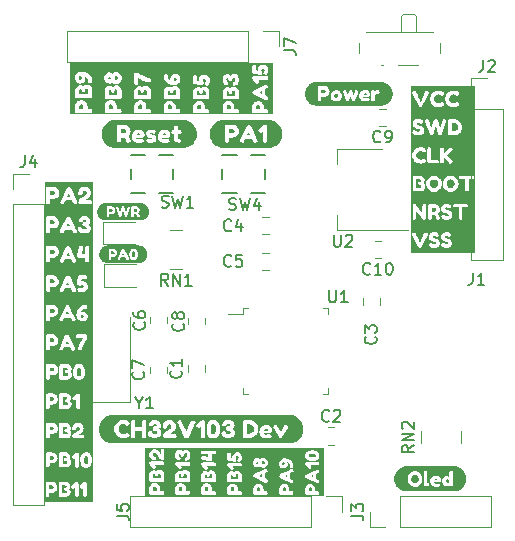
<source format=gbr>
%TF.GenerationSoftware,KiCad,Pcbnew,7.0.8*%
%TF.CreationDate,2024-02-20T11:28:20-06:00*%
%TF.ProjectId,CH32V103DevBoard,43483332-5631-4303-9344-6576426f6172,rev?*%
%TF.SameCoordinates,Original*%
%TF.FileFunction,Legend,Top*%
%TF.FilePolarity,Positive*%
%FSLAX46Y46*%
G04 Gerber Fmt 4.6, Leading zero omitted, Abs format (unit mm)*
G04 Created by KiCad (PCBNEW 7.0.8) date 2024-02-20 11:28:20*
%MOMM*%
%LPD*%
G01*
G04 APERTURE LIST*
%ADD10C,0.150000*%
%ADD11C,0.120000*%
G04 APERTURE END LIST*
D10*
X155024819Y-63933333D02*
X155739104Y-63933333D01*
X155739104Y-63933333D02*
X155881961Y-63980952D01*
X155881961Y-63980952D02*
X155977200Y-64076190D01*
X155977200Y-64076190D02*
X156024819Y-64219047D01*
X156024819Y-64219047D02*
X156024819Y-64314285D01*
X155024819Y-63552380D02*
X155024819Y-62885714D01*
X155024819Y-62885714D02*
X156024819Y-63314285D01*
X144666667Y-77207200D02*
X144809524Y-77254819D01*
X144809524Y-77254819D02*
X145047619Y-77254819D01*
X145047619Y-77254819D02*
X145142857Y-77207200D01*
X145142857Y-77207200D02*
X145190476Y-77159580D01*
X145190476Y-77159580D02*
X145238095Y-77064342D01*
X145238095Y-77064342D02*
X145238095Y-76969104D01*
X145238095Y-76969104D02*
X145190476Y-76873866D01*
X145190476Y-76873866D02*
X145142857Y-76826247D01*
X145142857Y-76826247D02*
X145047619Y-76778628D01*
X145047619Y-76778628D02*
X144857143Y-76731009D01*
X144857143Y-76731009D02*
X144761905Y-76683390D01*
X144761905Y-76683390D02*
X144714286Y-76635771D01*
X144714286Y-76635771D02*
X144666667Y-76540533D01*
X144666667Y-76540533D02*
X144666667Y-76445295D01*
X144666667Y-76445295D02*
X144714286Y-76350057D01*
X144714286Y-76350057D02*
X144761905Y-76302438D01*
X144761905Y-76302438D02*
X144857143Y-76254819D01*
X144857143Y-76254819D02*
X145095238Y-76254819D01*
X145095238Y-76254819D02*
X145238095Y-76302438D01*
X145571429Y-76254819D02*
X145809524Y-77254819D01*
X145809524Y-77254819D02*
X146000000Y-76540533D01*
X146000000Y-76540533D02*
X146190476Y-77254819D01*
X146190476Y-77254819D02*
X146428572Y-76254819D01*
X147333333Y-77254819D02*
X146761905Y-77254819D01*
X147047619Y-77254819D02*
X147047619Y-76254819D01*
X147047619Y-76254819D02*
X146952381Y-76397676D01*
X146952381Y-76397676D02*
X146857143Y-76492914D01*
X146857143Y-76492914D02*
X146761905Y-76540533D01*
X150366667Y-77407200D02*
X150509524Y-77454819D01*
X150509524Y-77454819D02*
X150747619Y-77454819D01*
X150747619Y-77454819D02*
X150842857Y-77407200D01*
X150842857Y-77407200D02*
X150890476Y-77359580D01*
X150890476Y-77359580D02*
X150938095Y-77264342D01*
X150938095Y-77264342D02*
X150938095Y-77169104D01*
X150938095Y-77169104D02*
X150890476Y-77073866D01*
X150890476Y-77073866D02*
X150842857Y-77026247D01*
X150842857Y-77026247D02*
X150747619Y-76978628D01*
X150747619Y-76978628D02*
X150557143Y-76931009D01*
X150557143Y-76931009D02*
X150461905Y-76883390D01*
X150461905Y-76883390D02*
X150414286Y-76835771D01*
X150414286Y-76835771D02*
X150366667Y-76740533D01*
X150366667Y-76740533D02*
X150366667Y-76645295D01*
X150366667Y-76645295D02*
X150414286Y-76550057D01*
X150414286Y-76550057D02*
X150461905Y-76502438D01*
X150461905Y-76502438D02*
X150557143Y-76454819D01*
X150557143Y-76454819D02*
X150795238Y-76454819D01*
X150795238Y-76454819D02*
X150938095Y-76502438D01*
X151271429Y-76454819D02*
X151509524Y-77454819D01*
X151509524Y-77454819D02*
X151700000Y-76740533D01*
X151700000Y-76740533D02*
X151890476Y-77454819D01*
X151890476Y-77454819D02*
X152128572Y-76454819D01*
X152938095Y-76788152D02*
X152938095Y-77454819D01*
X152700000Y-76407200D02*
X152461905Y-77121485D01*
X152461905Y-77121485D02*
X153080952Y-77121485D01*
X159238095Y-79554819D02*
X159238095Y-80364342D01*
X159238095Y-80364342D02*
X159285714Y-80459580D01*
X159285714Y-80459580D02*
X159333333Y-80507200D01*
X159333333Y-80507200D02*
X159428571Y-80554819D01*
X159428571Y-80554819D02*
X159619047Y-80554819D01*
X159619047Y-80554819D02*
X159714285Y-80507200D01*
X159714285Y-80507200D02*
X159761904Y-80459580D01*
X159761904Y-80459580D02*
X159809523Y-80364342D01*
X159809523Y-80364342D02*
X159809523Y-79554819D01*
X160238095Y-79650057D02*
X160285714Y-79602438D01*
X160285714Y-79602438D02*
X160380952Y-79554819D01*
X160380952Y-79554819D02*
X160619047Y-79554819D01*
X160619047Y-79554819D02*
X160714285Y-79602438D01*
X160714285Y-79602438D02*
X160761904Y-79650057D01*
X160761904Y-79650057D02*
X160809523Y-79745295D01*
X160809523Y-79745295D02*
X160809523Y-79840533D01*
X160809523Y-79840533D02*
X160761904Y-79983390D01*
X160761904Y-79983390D02*
X160190476Y-80554819D01*
X160190476Y-80554819D02*
X160809523Y-80554819D01*
X133066666Y-72824819D02*
X133066666Y-73539104D01*
X133066666Y-73539104D02*
X133019047Y-73681961D01*
X133019047Y-73681961D02*
X132923809Y-73777200D01*
X132923809Y-73777200D02*
X132780952Y-73824819D01*
X132780952Y-73824819D02*
X132685714Y-73824819D01*
X133971428Y-73158152D02*
X133971428Y-73824819D01*
X133733333Y-72777200D02*
X133495238Y-73491485D01*
X133495238Y-73491485D02*
X134114285Y-73491485D01*
X140854819Y-103333333D02*
X141569104Y-103333333D01*
X141569104Y-103333333D02*
X141711961Y-103380952D01*
X141711961Y-103380952D02*
X141807200Y-103476190D01*
X141807200Y-103476190D02*
X141854819Y-103619047D01*
X141854819Y-103619047D02*
X141854819Y-103714285D01*
X140854819Y-102380952D02*
X140854819Y-102857142D01*
X140854819Y-102857142D02*
X141331009Y-102904761D01*
X141331009Y-102904761D02*
X141283390Y-102857142D01*
X141283390Y-102857142D02*
X141235771Y-102761904D01*
X141235771Y-102761904D02*
X141235771Y-102523809D01*
X141235771Y-102523809D02*
X141283390Y-102428571D01*
X141283390Y-102428571D02*
X141331009Y-102380952D01*
X141331009Y-102380952D02*
X141426247Y-102333333D01*
X141426247Y-102333333D02*
X141664342Y-102333333D01*
X141664342Y-102333333D02*
X141759580Y-102380952D01*
X141759580Y-102380952D02*
X141807200Y-102428571D01*
X141807200Y-102428571D02*
X141854819Y-102523809D01*
X141854819Y-102523809D02*
X141854819Y-102761904D01*
X141854819Y-102761904D02*
X141807200Y-102857142D01*
X141807200Y-102857142D02*
X141759580Y-102904761D01*
X160724819Y-103333333D02*
X161439104Y-103333333D01*
X161439104Y-103333333D02*
X161581961Y-103380952D01*
X161581961Y-103380952D02*
X161677200Y-103476190D01*
X161677200Y-103476190D02*
X161724819Y-103619047D01*
X161724819Y-103619047D02*
X161724819Y-103714285D01*
X160724819Y-102952380D02*
X160724819Y-102333333D01*
X160724819Y-102333333D02*
X161105771Y-102666666D01*
X161105771Y-102666666D02*
X161105771Y-102523809D01*
X161105771Y-102523809D02*
X161153390Y-102428571D01*
X161153390Y-102428571D02*
X161201009Y-102380952D01*
X161201009Y-102380952D02*
X161296247Y-102333333D01*
X161296247Y-102333333D02*
X161534342Y-102333333D01*
X161534342Y-102333333D02*
X161629580Y-102380952D01*
X161629580Y-102380952D02*
X161677200Y-102428571D01*
X161677200Y-102428571D02*
X161724819Y-102523809D01*
X161724819Y-102523809D02*
X161724819Y-102809523D01*
X161724819Y-102809523D02*
X161677200Y-102904761D01*
X161677200Y-102904761D02*
X161629580Y-102952380D01*
X150533333Y-82159580D02*
X150485714Y-82207200D01*
X150485714Y-82207200D02*
X150342857Y-82254819D01*
X150342857Y-82254819D02*
X150247619Y-82254819D01*
X150247619Y-82254819D02*
X150104762Y-82207200D01*
X150104762Y-82207200D02*
X150009524Y-82111961D01*
X150009524Y-82111961D02*
X149961905Y-82016723D01*
X149961905Y-82016723D02*
X149914286Y-81826247D01*
X149914286Y-81826247D02*
X149914286Y-81683390D01*
X149914286Y-81683390D02*
X149961905Y-81492914D01*
X149961905Y-81492914D02*
X150009524Y-81397676D01*
X150009524Y-81397676D02*
X150104762Y-81302438D01*
X150104762Y-81302438D02*
X150247619Y-81254819D01*
X150247619Y-81254819D02*
X150342857Y-81254819D01*
X150342857Y-81254819D02*
X150485714Y-81302438D01*
X150485714Y-81302438D02*
X150533333Y-81350057D01*
X151438095Y-81254819D02*
X150961905Y-81254819D01*
X150961905Y-81254819D02*
X150914286Y-81731009D01*
X150914286Y-81731009D02*
X150961905Y-81683390D01*
X150961905Y-81683390D02*
X151057143Y-81635771D01*
X151057143Y-81635771D02*
X151295238Y-81635771D01*
X151295238Y-81635771D02*
X151390476Y-81683390D01*
X151390476Y-81683390D02*
X151438095Y-81731009D01*
X151438095Y-81731009D02*
X151485714Y-81826247D01*
X151485714Y-81826247D02*
X151485714Y-82064342D01*
X151485714Y-82064342D02*
X151438095Y-82159580D01*
X151438095Y-82159580D02*
X151390476Y-82207200D01*
X151390476Y-82207200D02*
X151295238Y-82254819D01*
X151295238Y-82254819D02*
X151057143Y-82254819D01*
X151057143Y-82254819D02*
X150961905Y-82207200D01*
X150961905Y-82207200D02*
X150914286Y-82159580D01*
X158833333Y-95279580D02*
X158785714Y-95327200D01*
X158785714Y-95327200D02*
X158642857Y-95374819D01*
X158642857Y-95374819D02*
X158547619Y-95374819D01*
X158547619Y-95374819D02*
X158404762Y-95327200D01*
X158404762Y-95327200D02*
X158309524Y-95231961D01*
X158309524Y-95231961D02*
X158261905Y-95136723D01*
X158261905Y-95136723D02*
X158214286Y-94946247D01*
X158214286Y-94946247D02*
X158214286Y-94803390D01*
X158214286Y-94803390D02*
X158261905Y-94612914D01*
X158261905Y-94612914D02*
X158309524Y-94517676D01*
X158309524Y-94517676D02*
X158404762Y-94422438D01*
X158404762Y-94422438D02*
X158547619Y-94374819D01*
X158547619Y-94374819D02*
X158642857Y-94374819D01*
X158642857Y-94374819D02*
X158785714Y-94422438D01*
X158785714Y-94422438D02*
X158833333Y-94470057D01*
X159214286Y-94470057D02*
X159261905Y-94422438D01*
X159261905Y-94422438D02*
X159357143Y-94374819D01*
X159357143Y-94374819D02*
X159595238Y-94374819D01*
X159595238Y-94374819D02*
X159690476Y-94422438D01*
X159690476Y-94422438D02*
X159738095Y-94470057D01*
X159738095Y-94470057D02*
X159785714Y-94565295D01*
X159785714Y-94565295D02*
X159785714Y-94660533D01*
X159785714Y-94660533D02*
X159738095Y-94803390D01*
X159738095Y-94803390D02*
X159166667Y-95374819D01*
X159166667Y-95374819D02*
X159785714Y-95374819D01*
X145209523Y-83854819D02*
X144876190Y-83378628D01*
X144638095Y-83854819D02*
X144638095Y-82854819D01*
X144638095Y-82854819D02*
X145019047Y-82854819D01*
X145019047Y-82854819D02*
X145114285Y-82902438D01*
X145114285Y-82902438D02*
X145161904Y-82950057D01*
X145161904Y-82950057D02*
X145209523Y-83045295D01*
X145209523Y-83045295D02*
X145209523Y-83188152D01*
X145209523Y-83188152D02*
X145161904Y-83283390D01*
X145161904Y-83283390D02*
X145114285Y-83331009D01*
X145114285Y-83331009D02*
X145019047Y-83378628D01*
X145019047Y-83378628D02*
X144638095Y-83378628D01*
X145638095Y-83854819D02*
X145638095Y-82854819D01*
X145638095Y-82854819D02*
X146209523Y-83854819D01*
X146209523Y-83854819D02*
X146209523Y-82854819D01*
X147209523Y-83854819D02*
X146638095Y-83854819D01*
X146923809Y-83854819D02*
X146923809Y-82854819D01*
X146923809Y-82854819D02*
X146828571Y-82997676D01*
X146828571Y-82997676D02*
X146733333Y-83092914D01*
X146733333Y-83092914D02*
X146638095Y-83140533D01*
X163183333Y-71639580D02*
X163135714Y-71687200D01*
X163135714Y-71687200D02*
X162992857Y-71734819D01*
X162992857Y-71734819D02*
X162897619Y-71734819D01*
X162897619Y-71734819D02*
X162754762Y-71687200D01*
X162754762Y-71687200D02*
X162659524Y-71591961D01*
X162659524Y-71591961D02*
X162611905Y-71496723D01*
X162611905Y-71496723D02*
X162564286Y-71306247D01*
X162564286Y-71306247D02*
X162564286Y-71163390D01*
X162564286Y-71163390D02*
X162611905Y-70972914D01*
X162611905Y-70972914D02*
X162659524Y-70877676D01*
X162659524Y-70877676D02*
X162754762Y-70782438D01*
X162754762Y-70782438D02*
X162897619Y-70734819D01*
X162897619Y-70734819D02*
X162992857Y-70734819D01*
X162992857Y-70734819D02*
X163135714Y-70782438D01*
X163135714Y-70782438D02*
X163183333Y-70830057D01*
X163659524Y-71734819D02*
X163850000Y-71734819D01*
X163850000Y-71734819D02*
X163945238Y-71687200D01*
X163945238Y-71687200D02*
X163992857Y-71639580D01*
X163992857Y-71639580D02*
X164088095Y-71496723D01*
X164088095Y-71496723D02*
X164135714Y-71306247D01*
X164135714Y-71306247D02*
X164135714Y-70925295D01*
X164135714Y-70925295D02*
X164088095Y-70830057D01*
X164088095Y-70830057D02*
X164040476Y-70782438D01*
X164040476Y-70782438D02*
X163945238Y-70734819D01*
X163945238Y-70734819D02*
X163754762Y-70734819D01*
X163754762Y-70734819D02*
X163659524Y-70782438D01*
X163659524Y-70782438D02*
X163611905Y-70830057D01*
X163611905Y-70830057D02*
X163564286Y-70925295D01*
X163564286Y-70925295D02*
X163564286Y-71163390D01*
X163564286Y-71163390D02*
X163611905Y-71258628D01*
X163611905Y-71258628D02*
X163659524Y-71306247D01*
X163659524Y-71306247D02*
X163754762Y-71353866D01*
X163754762Y-71353866D02*
X163945238Y-71353866D01*
X163945238Y-71353866D02*
X164040476Y-71306247D01*
X164040476Y-71306247D02*
X164088095Y-71258628D01*
X164088095Y-71258628D02*
X164135714Y-71163390D01*
X171866666Y-64774819D02*
X171866666Y-65489104D01*
X171866666Y-65489104D02*
X171819047Y-65631961D01*
X171819047Y-65631961D02*
X171723809Y-65727200D01*
X171723809Y-65727200D02*
X171580952Y-65774819D01*
X171580952Y-65774819D02*
X171485714Y-65774819D01*
X172295238Y-64870057D02*
X172342857Y-64822438D01*
X172342857Y-64822438D02*
X172438095Y-64774819D01*
X172438095Y-64774819D02*
X172676190Y-64774819D01*
X172676190Y-64774819D02*
X172771428Y-64822438D01*
X172771428Y-64822438D02*
X172819047Y-64870057D01*
X172819047Y-64870057D02*
X172866666Y-64965295D01*
X172866666Y-64965295D02*
X172866666Y-65060533D01*
X172866666Y-65060533D02*
X172819047Y-65203390D01*
X172819047Y-65203390D02*
X172247619Y-65774819D01*
X172247619Y-65774819D02*
X172866666Y-65774819D01*
X165984819Y-97390476D02*
X165508628Y-97723809D01*
X165984819Y-97961904D02*
X164984819Y-97961904D01*
X164984819Y-97961904D02*
X164984819Y-97580952D01*
X164984819Y-97580952D02*
X165032438Y-97485714D01*
X165032438Y-97485714D02*
X165080057Y-97438095D01*
X165080057Y-97438095D02*
X165175295Y-97390476D01*
X165175295Y-97390476D02*
X165318152Y-97390476D01*
X165318152Y-97390476D02*
X165413390Y-97438095D01*
X165413390Y-97438095D02*
X165461009Y-97485714D01*
X165461009Y-97485714D02*
X165508628Y-97580952D01*
X165508628Y-97580952D02*
X165508628Y-97961904D01*
X165984819Y-96961904D02*
X164984819Y-96961904D01*
X164984819Y-96961904D02*
X165984819Y-96390476D01*
X165984819Y-96390476D02*
X164984819Y-96390476D01*
X165080057Y-95961904D02*
X165032438Y-95914285D01*
X165032438Y-95914285D02*
X164984819Y-95819047D01*
X164984819Y-95819047D02*
X164984819Y-95580952D01*
X164984819Y-95580952D02*
X165032438Y-95485714D01*
X165032438Y-95485714D02*
X165080057Y-95438095D01*
X165080057Y-95438095D02*
X165175295Y-95390476D01*
X165175295Y-95390476D02*
X165270533Y-95390476D01*
X165270533Y-95390476D02*
X165413390Y-95438095D01*
X165413390Y-95438095D02*
X165984819Y-96009523D01*
X165984819Y-96009523D02*
X165984819Y-95390476D01*
X162307142Y-82839580D02*
X162259523Y-82887200D01*
X162259523Y-82887200D02*
X162116666Y-82934819D01*
X162116666Y-82934819D02*
X162021428Y-82934819D01*
X162021428Y-82934819D02*
X161878571Y-82887200D01*
X161878571Y-82887200D02*
X161783333Y-82791961D01*
X161783333Y-82791961D02*
X161735714Y-82696723D01*
X161735714Y-82696723D02*
X161688095Y-82506247D01*
X161688095Y-82506247D02*
X161688095Y-82363390D01*
X161688095Y-82363390D02*
X161735714Y-82172914D01*
X161735714Y-82172914D02*
X161783333Y-82077676D01*
X161783333Y-82077676D02*
X161878571Y-81982438D01*
X161878571Y-81982438D02*
X162021428Y-81934819D01*
X162021428Y-81934819D02*
X162116666Y-81934819D01*
X162116666Y-81934819D02*
X162259523Y-81982438D01*
X162259523Y-81982438D02*
X162307142Y-82030057D01*
X163259523Y-82934819D02*
X162688095Y-82934819D01*
X162973809Y-82934819D02*
X162973809Y-81934819D01*
X162973809Y-81934819D02*
X162878571Y-82077676D01*
X162878571Y-82077676D02*
X162783333Y-82172914D01*
X162783333Y-82172914D02*
X162688095Y-82220533D01*
X163878571Y-81934819D02*
X163973809Y-81934819D01*
X163973809Y-81934819D02*
X164069047Y-81982438D01*
X164069047Y-81982438D02*
X164116666Y-82030057D01*
X164116666Y-82030057D02*
X164164285Y-82125295D01*
X164164285Y-82125295D02*
X164211904Y-82315771D01*
X164211904Y-82315771D02*
X164211904Y-82553866D01*
X164211904Y-82553866D02*
X164164285Y-82744342D01*
X164164285Y-82744342D02*
X164116666Y-82839580D01*
X164116666Y-82839580D02*
X164069047Y-82887200D01*
X164069047Y-82887200D02*
X163973809Y-82934819D01*
X163973809Y-82934819D02*
X163878571Y-82934819D01*
X163878571Y-82934819D02*
X163783333Y-82887200D01*
X163783333Y-82887200D02*
X163735714Y-82839580D01*
X163735714Y-82839580D02*
X163688095Y-82744342D01*
X163688095Y-82744342D02*
X163640476Y-82553866D01*
X163640476Y-82553866D02*
X163640476Y-82315771D01*
X163640476Y-82315771D02*
X163688095Y-82125295D01*
X163688095Y-82125295D02*
X163735714Y-82030057D01*
X163735714Y-82030057D02*
X163783333Y-81982438D01*
X163783333Y-81982438D02*
X163878571Y-81934819D01*
X162759580Y-88166666D02*
X162807200Y-88214285D01*
X162807200Y-88214285D02*
X162854819Y-88357142D01*
X162854819Y-88357142D02*
X162854819Y-88452380D01*
X162854819Y-88452380D02*
X162807200Y-88595237D01*
X162807200Y-88595237D02*
X162711961Y-88690475D01*
X162711961Y-88690475D02*
X162616723Y-88738094D01*
X162616723Y-88738094D02*
X162426247Y-88785713D01*
X162426247Y-88785713D02*
X162283390Y-88785713D01*
X162283390Y-88785713D02*
X162092914Y-88738094D01*
X162092914Y-88738094D02*
X161997676Y-88690475D01*
X161997676Y-88690475D02*
X161902438Y-88595237D01*
X161902438Y-88595237D02*
X161854819Y-88452380D01*
X161854819Y-88452380D02*
X161854819Y-88357142D01*
X161854819Y-88357142D02*
X161902438Y-88214285D01*
X161902438Y-88214285D02*
X161950057Y-88166666D01*
X161854819Y-87833332D02*
X161854819Y-87214285D01*
X161854819Y-87214285D02*
X162235771Y-87547618D01*
X162235771Y-87547618D02*
X162235771Y-87404761D01*
X162235771Y-87404761D02*
X162283390Y-87309523D01*
X162283390Y-87309523D02*
X162331009Y-87261904D01*
X162331009Y-87261904D02*
X162426247Y-87214285D01*
X162426247Y-87214285D02*
X162664342Y-87214285D01*
X162664342Y-87214285D02*
X162759580Y-87261904D01*
X162759580Y-87261904D02*
X162807200Y-87309523D01*
X162807200Y-87309523D02*
X162854819Y-87404761D01*
X162854819Y-87404761D02*
X162854819Y-87690475D01*
X162854819Y-87690475D02*
X162807200Y-87785713D01*
X162807200Y-87785713D02*
X162759580Y-87833332D01*
X170979166Y-82779819D02*
X170979166Y-83494104D01*
X170979166Y-83494104D02*
X170931547Y-83636961D01*
X170931547Y-83636961D02*
X170836309Y-83732200D01*
X170836309Y-83732200D02*
X170693452Y-83779819D01*
X170693452Y-83779819D02*
X170598214Y-83779819D01*
X171979166Y-83779819D02*
X171407738Y-83779819D01*
X171693452Y-83779819D02*
X171693452Y-82779819D01*
X171693452Y-82779819D02*
X171598214Y-82922676D01*
X171598214Y-82922676D02*
X171502976Y-83017914D01*
X171502976Y-83017914D02*
X171407738Y-83065533D01*
X158838095Y-84254819D02*
X158838095Y-85064342D01*
X158838095Y-85064342D02*
X158885714Y-85159580D01*
X158885714Y-85159580D02*
X158933333Y-85207200D01*
X158933333Y-85207200D02*
X159028571Y-85254819D01*
X159028571Y-85254819D02*
X159219047Y-85254819D01*
X159219047Y-85254819D02*
X159314285Y-85207200D01*
X159314285Y-85207200D02*
X159361904Y-85159580D01*
X159361904Y-85159580D02*
X159409523Y-85064342D01*
X159409523Y-85064342D02*
X159409523Y-84254819D01*
X160409523Y-85254819D02*
X159838095Y-85254819D01*
X160123809Y-85254819D02*
X160123809Y-84254819D01*
X160123809Y-84254819D02*
X160028571Y-84397676D01*
X160028571Y-84397676D02*
X159933333Y-84492914D01*
X159933333Y-84492914D02*
X159838095Y-84540533D01*
X150533333Y-79159580D02*
X150485714Y-79207200D01*
X150485714Y-79207200D02*
X150342857Y-79254819D01*
X150342857Y-79254819D02*
X150247619Y-79254819D01*
X150247619Y-79254819D02*
X150104762Y-79207200D01*
X150104762Y-79207200D02*
X150009524Y-79111961D01*
X150009524Y-79111961D02*
X149961905Y-79016723D01*
X149961905Y-79016723D02*
X149914286Y-78826247D01*
X149914286Y-78826247D02*
X149914286Y-78683390D01*
X149914286Y-78683390D02*
X149961905Y-78492914D01*
X149961905Y-78492914D02*
X150009524Y-78397676D01*
X150009524Y-78397676D02*
X150104762Y-78302438D01*
X150104762Y-78302438D02*
X150247619Y-78254819D01*
X150247619Y-78254819D02*
X150342857Y-78254819D01*
X150342857Y-78254819D02*
X150485714Y-78302438D01*
X150485714Y-78302438D02*
X150533333Y-78350057D01*
X151390476Y-78588152D02*
X151390476Y-79254819D01*
X151152381Y-78207200D02*
X150914286Y-78921485D01*
X150914286Y-78921485D02*
X151533333Y-78921485D01*
X143079580Y-91166666D02*
X143127200Y-91214285D01*
X143127200Y-91214285D02*
X143174819Y-91357142D01*
X143174819Y-91357142D02*
X143174819Y-91452380D01*
X143174819Y-91452380D02*
X143127200Y-91595237D01*
X143127200Y-91595237D02*
X143031961Y-91690475D01*
X143031961Y-91690475D02*
X142936723Y-91738094D01*
X142936723Y-91738094D02*
X142746247Y-91785713D01*
X142746247Y-91785713D02*
X142603390Y-91785713D01*
X142603390Y-91785713D02*
X142412914Y-91738094D01*
X142412914Y-91738094D02*
X142317676Y-91690475D01*
X142317676Y-91690475D02*
X142222438Y-91595237D01*
X142222438Y-91595237D02*
X142174819Y-91452380D01*
X142174819Y-91452380D02*
X142174819Y-91357142D01*
X142174819Y-91357142D02*
X142222438Y-91214285D01*
X142222438Y-91214285D02*
X142270057Y-91166666D01*
X142174819Y-90833332D02*
X142174819Y-90166666D01*
X142174819Y-90166666D02*
X143174819Y-90595237D01*
X146459580Y-87066666D02*
X146507200Y-87114285D01*
X146507200Y-87114285D02*
X146554819Y-87257142D01*
X146554819Y-87257142D02*
X146554819Y-87352380D01*
X146554819Y-87352380D02*
X146507200Y-87495237D01*
X146507200Y-87495237D02*
X146411961Y-87590475D01*
X146411961Y-87590475D02*
X146316723Y-87638094D01*
X146316723Y-87638094D02*
X146126247Y-87685713D01*
X146126247Y-87685713D02*
X145983390Y-87685713D01*
X145983390Y-87685713D02*
X145792914Y-87638094D01*
X145792914Y-87638094D02*
X145697676Y-87590475D01*
X145697676Y-87590475D02*
X145602438Y-87495237D01*
X145602438Y-87495237D02*
X145554819Y-87352380D01*
X145554819Y-87352380D02*
X145554819Y-87257142D01*
X145554819Y-87257142D02*
X145602438Y-87114285D01*
X145602438Y-87114285D02*
X145650057Y-87066666D01*
X145983390Y-86495237D02*
X145935771Y-86590475D01*
X145935771Y-86590475D02*
X145888152Y-86638094D01*
X145888152Y-86638094D02*
X145792914Y-86685713D01*
X145792914Y-86685713D02*
X145745295Y-86685713D01*
X145745295Y-86685713D02*
X145650057Y-86638094D01*
X145650057Y-86638094D02*
X145602438Y-86590475D01*
X145602438Y-86590475D02*
X145554819Y-86495237D01*
X145554819Y-86495237D02*
X145554819Y-86304761D01*
X145554819Y-86304761D02*
X145602438Y-86209523D01*
X145602438Y-86209523D02*
X145650057Y-86161904D01*
X145650057Y-86161904D02*
X145745295Y-86114285D01*
X145745295Y-86114285D02*
X145792914Y-86114285D01*
X145792914Y-86114285D02*
X145888152Y-86161904D01*
X145888152Y-86161904D02*
X145935771Y-86209523D01*
X145935771Y-86209523D02*
X145983390Y-86304761D01*
X145983390Y-86304761D02*
X145983390Y-86495237D01*
X145983390Y-86495237D02*
X146031009Y-86590475D01*
X146031009Y-86590475D02*
X146078628Y-86638094D01*
X146078628Y-86638094D02*
X146173866Y-86685713D01*
X146173866Y-86685713D02*
X146364342Y-86685713D01*
X146364342Y-86685713D02*
X146459580Y-86638094D01*
X146459580Y-86638094D02*
X146507200Y-86590475D01*
X146507200Y-86590475D02*
X146554819Y-86495237D01*
X146554819Y-86495237D02*
X146554819Y-86304761D01*
X146554819Y-86304761D02*
X146507200Y-86209523D01*
X146507200Y-86209523D02*
X146459580Y-86161904D01*
X146459580Y-86161904D02*
X146364342Y-86114285D01*
X146364342Y-86114285D02*
X146173866Y-86114285D01*
X146173866Y-86114285D02*
X146078628Y-86161904D01*
X146078628Y-86161904D02*
X146031009Y-86209523D01*
X146031009Y-86209523D02*
X145983390Y-86304761D01*
X142723809Y-93778628D02*
X142723809Y-94254819D01*
X142390476Y-93254819D02*
X142723809Y-93778628D01*
X142723809Y-93778628D02*
X143057142Y-93254819D01*
X143914285Y-94254819D02*
X143342857Y-94254819D01*
X143628571Y-94254819D02*
X143628571Y-93254819D01*
X143628571Y-93254819D02*
X143533333Y-93397676D01*
X143533333Y-93397676D02*
X143438095Y-93492914D01*
X143438095Y-93492914D02*
X143342857Y-93540533D01*
X143159580Y-86966666D02*
X143207200Y-87014285D01*
X143207200Y-87014285D02*
X143254819Y-87157142D01*
X143254819Y-87157142D02*
X143254819Y-87252380D01*
X143254819Y-87252380D02*
X143207200Y-87395237D01*
X143207200Y-87395237D02*
X143111961Y-87490475D01*
X143111961Y-87490475D02*
X143016723Y-87538094D01*
X143016723Y-87538094D02*
X142826247Y-87585713D01*
X142826247Y-87585713D02*
X142683390Y-87585713D01*
X142683390Y-87585713D02*
X142492914Y-87538094D01*
X142492914Y-87538094D02*
X142397676Y-87490475D01*
X142397676Y-87490475D02*
X142302438Y-87395237D01*
X142302438Y-87395237D02*
X142254819Y-87252380D01*
X142254819Y-87252380D02*
X142254819Y-87157142D01*
X142254819Y-87157142D02*
X142302438Y-87014285D01*
X142302438Y-87014285D02*
X142350057Y-86966666D01*
X142254819Y-86109523D02*
X142254819Y-86299999D01*
X142254819Y-86299999D02*
X142302438Y-86395237D01*
X142302438Y-86395237D02*
X142350057Y-86442856D01*
X142350057Y-86442856D02*
X142492914Y-86538094D01*
X142492914Y-86538094D02*
X142683390Y-86585713D01*
X142683390Y-86585713D02*
X143064342Y-86585713D01*
X143064342Y-86585713D02*
X143159580Y-86538094D01*
X143159580Y-86538094D02*
X143207200Y-86490475D01*
X143207200Y-86490475D02*
X143254819Y-86395237D01*
X143254819Y-86395237D02*
X143254819Y-86204761D01*
X143254819Y-86204761D02*
X143207200Y-86109523D01*
X143207200Y-86109523D02*
X143159580Y-86061904D01*
X143159580Y-86061904D02*
X143064342Y-86014285D01*
X143064342Y-86014285D02*
X142826247Y-86014285D01*
X142826247Y-86014285D02*
X142731009Y-86061904D01*
X142731009Y-86061904D02*
X142683390Y-86109523D01*
X142683390Y-86109523D02*
X142635771Y-86204761D01*
X142635771Y-86204761D02*
X142635771Y-86395237D01*
X142635771Y-86395237D02*
X142683390Y-86490475D01*
X142683390Y-86490475D02*
X142731009Y-86538094D01*
X142731009Y-86538094D02*
X142826247Y-86585713D01*
X146279580Y-91046666D02*
X146327200Y-91094285D01*
X146327200Y-91094285D02*
X146374819Y-91237142D01*
X146374819Y-91237142D02*
X146374819Y-91332380D01*
X146374819Y-91332380D02*
X146327200Y-91475237D01*
X146327200Y-91475237D02*
X146231961Y-91570475D01*
X146231961Y-91570475D02*
X146136723Y-91618094D01*
X146136723Y-91618094D02*
X145946247Y-91665713D01*
X145946247Y-91665713D02*
X145803390Y-91665713D01*
X145803390Y-91665713D02*
X145612914Y-91618094D01*
X145612914Y-91618094D02*
X145517676Y-91570475D01*
X145517676Y-91570475D02*
X145422438Y-91475237D01*
X145422438Y-91475237D02*
X145374819Y-91332380D01*
X145374819Y-91332380D02*
X145374819Y-91237142D01*
X145374819Y-91237142D02*
X145422438Y-91094285D01*
X145422438Y-91094285D02*
X145470057Y-91046666D01*
X146374819Y-90094285D02*
X146374819Y-90665713D01*
X146374819Y-90379999D02*
X145374819Y-90379999D01*
X145374819Y-90379999D02*
X145517676Y-90475237D01*
X145517676Y-90475237D02*
X145612914Y-90570475D01*
X145612914Y-90570475D02*
X145660533Y-90665713D01*
%TO.C,kibuzzard-65D4E0E6*%
G36*
X163291638Y-66589735D02*
G01*
X163390182Y-66604353D01*
X163486819Y-66628559D01*
X163580618Y-66662121D01*
X163670675Y-66704715D01*
X163756124Y-66755931D01*
X163836142Y-66815276D01*
X163909957Y-66882178D01*
X163976860Y-66955994D01*
X164036205Y-67036011D01*
X164087421Y-67121460D01*
X164130015Y-67211518D01*
X164163577Y-67305317D01*
X164187783Y-67401953D01*
X164202400Y-67500498D01*
X164207289Y-67600000D01*
X164202400Y-67699502D01*
X164187783Y-67798047D01*
X164163577Y-67894683D01*
X164130015Y-67988482D01*
X164087421Y-68078540D01*
X164036205Y-68163989D01*
X163976860Y-68244006D01*
X163909957Y-68317822D01*
X163836142Y-68384724D01*
X163756124Y-68444069D01*
X163670675Y-68495285D01*
X163580618Y-68537879D01*
X163486819Y-68571441D01*
X163390182Y-68595647D01*
X163291638Y-68610265D01*
X163192135Y-68615153D01*
X163119375Y-68615153D01*
X162569306Y-68615153D01*
X161886523Y-68615153D01*
X160899891Y-68615153D01*
X159438280Y-68615153D01*
X158034295Y-68615153D01*
X157880625Y-68615153D01*
X157807865Y-68615153D01*
X157708362Y-68610265D01*
X157609818Y-68595647D01*
X157513181Y-68571441D01*
X157419382Y-68537879D01*
X157329325Y-68495285D01*
X157243876Y-68444069D01*
X157163858Y-68384724D01*
X157090043Y-68317822D01*
X157023140Y-68244006D01*
X156963795Y-68163989D01*
X156912579Y-68078540D01*
X156909243Y-68071487D01*
X157880625Y-68071487D01*
X157891103Y-68162293D01*
X157937378Y-68210751D01*
X158034295Y-68226904D01*
X158124227Y-68215117D01*
X158170503Y-68179755D01*
X158187092Y-68133479D01*
X158189711Y-68073234D01*
X158189711Y-67875908D01*
X158407993Y-67875908D01*
X158510439Y-67863490D01*
X158610558Y-67826236D01*
X158700097Y-67769386D01*
X158958061Y-67769386D01*
X158976615Y-67901883D01*
X159032277Y-68019973D01*
X159115005Y-68117327D01*
X159214760Y-68187613D01*
X159324774Y-68230178D01*
X159438280Y-68244366D01*
X159551568Y-68231051D01*
X159660927Y-68191106D01*
X159760245Y-68123002D01*
X159843410Y-68025212D01*
X159899727Y-67904502D01*
X159918499Y-67767640D01*
X159902394Y-67636186D01*
X159854082Y-67521225D01*
X159779986Y-67430614D01*
X159988349Y-67430614D01*
X160005811Y-67498717D01*
X160269495Y-68141338D01*
X160318390Y-68203329D01*
X160409195Y-68233889D01*
X160505239Y-68191979D01*
X160533179Y-68155308D01*
X160548022Y-68126494D01*
X160560246Y-68095062D01*
X160603902Y-67976317D01*
X160633806Y-67894461D01*
X160655416Y-67839236D01*
X160706446Y-67975056D01*
X160740788Y-68065861D01*
X160758445Y-68111651D01*
X160772415Y-68141338D01*
X160822183Y-68203329D01*
X160899891Y-68233889D01*
X160966249Y-68221665D01*
X161018636Y-68178882D01*
X161053561Y-68113397D01*
X161193326Y-67772879D01*
X161390588Y-67772879D01*
X161402811Y-67885609D01*
X161439483Y-67990966D01*
X161500601Y-68088950D01*
X161567614Y-68155089D01*
X161656891Y-68206822D01*
X161764503Y-68240219D01*
X161886523Y-68251351D01*
X162049251Y-68241638D01*
X162165486Y-68212497D01*
X162235227Y-68163930D01*
X162248922Y-68123875D01*
X162417383Y-68123875D01*
X162448815Y-68198964D01*
X162569306Y-68228650D01*
X162658365Y-68217299D01*
X162705514Y-68183248D01*
X162722103Y-68136972D01*
X162724723Y-68076726D01*
X162724723Y-67710014D01*
X162765759Y-67629686D01*
X162853945Y-67596507D01*
X162929907Y-67610477D01*
X162990153Y-67624447D01*
X163086196Y-67558090D01*
X163119375Y-67435852D01*
X163097547Y-67354652D01*
X163042540Y-67318854D01*
X162981421Y-67304011D01*
X162912444Y-67299645D01*
X162817274Y-67329331D01*
X162746551Y-67376480D01*
X162721230Y-67406166D01*
X162702021Y-67348540D01*
X162656182Y-67318417D01*
X162571053Y-67308376D01*
X162481121Y-67320163D01*
X162434845Y-67355525D01*
X162420002Y-67400054D01*
X162417383Y-67460300D01*
X162417383Y-68073234D01*
X162417383Y-68123875D01*
X162248922Y-68123875D01*
X162258474Y-68095935D01*
X162235773Y-68015607D01*
X162139729Y-67937026D01*
X162069879Y-67956235D01*
X162050670Y-67963220D01*
X161982130Y-67978936D01*
X161891761Y-67984175D01*
X161776509Y-67950996D01*
X161718883Y-67868923D01*
X162132744Y-67868923D01*
X162250616Y-67817408D01*
X162290561Y-67751924D01*
X162303876Y-67658499D01*
X162289033Y-67555252D01*
X162244504Y-67460300D01*
X162179674Y-67385430D01*
X162098692Y-67331951D01*
X162001557Y-67299863D01*
X161888269Y-67289167D01*
X161754099Y-67303817D01*
X161635645Y-67347764D01*
X161532907Y-67421009D01*
X161453841Y-67518702D01*
X161406401Y-67635992D01*
X161390588Y-67772879D01*
X161193326Y-67772879D01*
X161245649Y-67645402D01*
X161292798Y-67531023D01*
X161320738Y-67435852D01*
X161292798Y-67369932D01*
X161208978Y-67315361D01*
X161139128Y-67297899D01*
X161065785Y-67325839D01*
X161013398Y-67409659D01*
X160906876Y-67699536D01*
X160888444Y-67652970D01*
X160854101Y-67559836D01*
X160803848Y-67420136D01*
X160789878Y-67390450D01*
X160738363Y-67334570D01*
X160648431Y-67306630D01*
X160545403Y-67357271D01*
X160506985Y-67418390D01*
X160403956Y-67701282D01*
X160348270Y-67549941D01*
X160306942Y-67440509D01*
X160279973Y-67372987D01*
X160266003Y-67342428D01*
X160235443Y-67312742D01*
X160178690Y-67297899D01*
X160087885Y-67320600D01*
X160013233Y-67368185D01*
X159988349Y-67430614D01*
X159779986Y-67430614D01*
X159773560Y-67422756D01*
X159672083Y-67347570D01*
X159560906Y-67302458D01*
X159440026Y-67287421D01*
X159318953Y-67302555D01*
X159207193Y-67347958D01*
X159104746Y-67423629D01*
X159023255Y-67522583D01*
X158974360Y-67637835D01*
X158958061Y-67769386D01*
X158700097Y-67769386D01*
X158708348Y-67764147D01*
X158773395Y-67700628D01*
X158825346Y-67618336D01*
X158859398Y-67521200D01*
X158870749Y-67413151D01*
X158859398Y-67304884D01*
X158825346Y-67207094D01*
X158773395Y-67124147D01*
X158708348Y-67060409D01*
X158610752Y-66998320D01*
X158511215Y-66961067D01*
X158409739Y-66948649D01*
X158036041Y-66948649D01*
X157946109Y-66960436D01*
X157899834Y-66995797D01*
X157883244Y-67042073D01*
X157880625Y-67102319D01*
X157880625Y-68071487D01*
X156909243Y-68071487D01*
X156869985Y-67988482D01*
X156836423Y-67894683D01*
X156812217Y-67798047D01*
X156797600Y-67699502D01*
X156792711Y-67600000D01*
X156797600Y-67500498D01*
X156812217Y-67401953D01*
X156836423Y-67305317D01*
X156869985Y-67211518D01*
X156912579Y-67121460D01*
X156963795Y-67036011D01*
X157023140Y-66955994D01*
X157090043Y-66882178D01*
X157163858Y-66815276D01*
X157243876Y-66755931D01*
X157329325Y-66704715D01*
X157419382Y-66662121D01*
X157513181Y-66628559D01*
X157609818Y-66604353D01*
X157708362Y-66589735D01*
X157807865Y-66584847D01*
X157880625Y-66584847D01*
X163119375Y-66584847D01*
X163192135Y-66584847D01*
X163291638Y-66589735D01*
G37*
G36*
X158512768Y-67297026D02*
G01*
X158563409Y-67413151D01*
X158512768Y-67528404D01*
X158409739Y-67566821D01*
X158189711Y-67566821D01*
X158189711Y-67257735D01*
X158407993Y-67257735D01*
X158512768Y-67297026D01*
G37*
G36*
X159555279Y-67636671D02*
G01*
X159595879Y-67689495D01*
X159609413Y-67764147D01*
X159595006Y-67839236D01*
X159551786Y-67893370D01*
X159436534Y-67937026D01*
X159323028Y-67894243D01*
X159281118Y-67840983D01*
X159267148Y-67766767D01*
X159280681Y-67692333D01*
X159321281Y-67638417D01*
X159438280Y-67594761D01*
X159555279Y-67636671D01*
G37*
G36*
X161971216Y-67589522D02*
G01*
X162001775Y-67654134D01*
X161935418Y-67710014D01*
X161715390Y-67710014D01*
X161771270Y-67611351D01*
X161883903Y-67565075D01*
X161971216Y-67589522D01*
G37*
%TO.C,kibuzzard-65D4E06E*%
G36*
X142926665Y-76865894D02*
G01*
X142998272Y-76876516D01*
X143068493Y-76894105D01*
X143136651Y-76918493D01*
X143202091Y-76949443D01*
X143264183Y-76986660D01*
X143322327Y-77029782D01*
X143375965Y-77078397D01*
X143424579Y-77132035D01*
X143467702Y-77190179D01*
X143504918Y-77252270D01*
X143535869Y-77317710D01*
X143560257Y-77385869D01*
X143577846Y-77456090D01*
X143588468Y-77527697D01*
X143592020Y-77600000D01*
X143588468Y-77672303D01*
X143577846Y-77743910D01*
X143560257Y-77814131D01*
X143535869Y-77882290D01*
X143504918Y-77947730D01*
X143467702Y-78009821D01*
X143424579Y-78067965D01*
X143375965Y-78121603D01*
X143322327Y-78170218D01*
X143264183Y-78213340D01*
X143202091Y-78250557D01*
X143136651Y-78281507D01*
X143068493Y-78305895D01*
X142998272Y-78323484D01*
X142926665Y-78334106D01*
X142854362Y-78337658D01*
X142801445Y-78337658D01*
X142657300Y-78337658D01*
X141633680Y-78337658D01*
X140110315Y-78337658D01*
X139998555Y-78337658D01*
X139945638Y-78337658D01*
X139873335Y-78334106D01*
X139801728Y-78323484D01*
X139731507Y-78305895D01*
X139663349Y-78281507D01*
X139597909Y-78250557D01*
X139535817Y-78213340D01*
X139477673Y-78170218D01*
X139424035Y-78121603D01*
X139375421Y-78067965D01*
X139332298Y-78009821D01*
X139297135Y-77951155D01*
X139998555Y-77951155D01*
X140006175Y-78017195D01*
X140039830Y-78052437D01*
X140110315Y-78064185D01*
X140175720Y-78055613D01*
X140209375Y-78029895D01*
X140221440Y-77996240D01*
X140223345Y-77952425D01*
X140223345Y-77808915D01*
X140382095Y-77808915D01*
X140456602Y-77799884D01*
X140529415Y-77772791D01*
X140600535Y-77727635D01*
X140647843Y-77681439D01*
X140685625Y-77621590D01*
X140710390Y-77550946D01*
X140718645Y-77472365D01*
X140710390Y-77393625D01*
X140685625Y-77322505D01*
X140647843Y-77262180D01*
X140605719Y-77220905D01*
X140769445Y-77220905D01*
X140783415Y-77283135D01*
X141028525Y-77987985D01*
X141037415Y-78007035D01*
X141072340Y-78045135D01*
X141139015Y-78064185D01*
X141208865Y-78034975D01*
X141229185Y-78009575D01*
X141240615Y-77987985D01*
X141247168Y-77968579D01*
X141264796Y-77916459D01*
X141293498Y-77831623D01*
X141333274Y-77714071D01*
X141384125Y-77563805D01*
X141532715Y-78001955D01*
X141568910Y-78043230D01*
X141633680Y-78064185D01*
X141698450Y-78043230D01*
X141732105Y-78009575D01*
X141740995Y-77987985D01*
X141753736Y-77951155D01*
X142069925Y-77951155D01*
X142077545Y-78017195D01*
X142111200Y-78052437D01*
X142181685Y-78064185D01*
X142247090Y-78055613D01*
X142280745Y-78029895D01*
X142292810Y-77996240D01*
X142294715Y-77952425D01*
X142294715Y-77808915D01*
X142454735Y-77808915D01*
X142494105Y-77806375D01*
X142543494Y-77923356D01*
X142576514Y-77999979D01*
X142593165Y-78036245D01*
X142616660Y-78061010D01*
X142657300Y-78073075D01*
X142722705Y-78055295D01*
X142781760Y-78018465D01*
X142801445Y-77974015D01*
X142782395Y-77907975D01*
X142746835Y-77827118D01*
X142718048Y-77760655D01*
X142696035Y-77708585D01*
X142748952Y-77641134D01*
X142780702Y-77562394D01*
X142791285Y-77472365D01*
X142783030Y-77393625D01*
X142758265Y-77322505D01*
X142720800Y-77262180D01*
X142674445Y-77215825D01*
X142603466Y-77170669D01*
X142531076Y-77143576D01*
X142457275Y-77134545D01*
X142182955Y-77134545D01*
X142117550Y-77143118D01*
X142083895Y-77168835D01*
X142071830Y-77202490D01*
X142069925Y-77246305D01*
X142069925Y-77951155D01*
X141753736Y-77951155D01*
X141984835Y-77283135D01*
X142000075Y-77220905D01*
X141978803Y-77175185D01*
X141914985Y-77139625D01*
X141855295Y-77126925D01*
X141812750Y-77140260D01*
X141789255Y-77167565D01*
X141772745Y-77210745D01*
X141633045Y-77637465D01*
X141486995Y-77196775D01*
X141451435Y-77155500D01*
X141391110Y-77134545D01*
X141338405Y-77143435D01*
X141298718Y-77172010D01*
X141273635Y-77217095D01*
X141135205Y-77634925D01*
X140995505Y-77210745D01*
X140966930Y-77148515D01*
X140921210Y-77128195D01*
X140854535Y-77140895D01*
X140790718Y-77175502D01*
X140769445Y-77220905D01*
X140605719Y-77220905D01*
X140600535Y-77215825D01*
X140529556Y-77170669D01*
X140457166Y-77143576D01*
X140383365Y-77134545D01*
X140111585Y-77134545D01*
X140046180Y-77143118D01*
X140012525Y-77168835D01*
X140000460Y-77202490D01*
X139998555Y-77246305D01*
X139998555Y-77951155D01*
X139297135Y-77951155D01*
X139295082Y-77947730D01*
X139264131Y-77882290D01*
X139239743Y-77814131D01*
X139222154Y-77743910D01*
X139211532Y-77672303D01*
X139207980Y-77600000D01*
X139211532Y-77527697D01*
X139222154Y-77456090D01*
X139239743Y-77385869D01*
X139264131Y-77317710D01*
X139295082Y-77252270D01*
X139332298Y-77190179D01*
X139375421Y-77132035D01*
X139424035Y-77078397D01*
X139477673Y-77029782D01*
X139535817Y-76986660D01*
X139597909Y-76949443D01*
X139663349Y-76918493D01*
X139731507Y-76894105D01*
X139801728Y-76876516D01*
X139873335Y-76865894D01*
X139945638Y-76862342D01*
X139998555Y-76862342D01*
X142801445Y-76862342D01*
X142854362Y-76862342D01*
X142926665Y-76865894D01*
G37*
G36*
X142530935Y-77387910D02*
G01*
X142567765Y-77472365D01*
X142530935Y-77556185D01*
X142457275Y-77584125D01*
X142294715Y-77584125D01*
X142294715Y-77359335D01*
X142454735Y-77359335D01*
X142530935Y-77387910D01*
G37*
G36*
X140458295Y-77387910D02*
G01*
X140495125Y-77472365D01*
X140458295Y-77556185D01*
X140383365Y-77584125D01*
X140223345Y-77584125D01*
X140223345Y-77359335D01*
X140382095Y-77359335D01*
X140458295Y-77387910D01*
G37*
%TO.C,kibuzzard-65D4E052*%
G36*
X142757929Y-80457678D02*
G01*
X142830337Y-80468419D01*
X142901344Y-80486205D01*
X142970265Y-80510866D01*
X143036438Y-80542163D01*
X143099224Y-80579796D01*
X143158019Y-80623401D01*
X143212257Y-80672560D01*
X143261415Y-80726798D01*
X143305021Y-80785593D01*
X143342653Y-80848379D01*
X143373951Y-80914551D01*
X143398611Y-80983473D01*
X143416397Y-81054480D01*
X143427138Y-81126888D01*
X143430730Y-81200000D01*
X143427138Y-81273112D01*
X143416397Y-81345520D01*
X143398611Y-81416527D01*
X143373951Y-81485449D01*
X143342653Y-81551621D01*
X143305021Y-81614407D01*
X143261415Y-81673202D01*
X143212257Y-81727440D01*
X143158019Y-81776599D01*
X143099224Y-81820204D01*
X143036438Y-81857837D01*
X142970265Y-81889134D01*
X142901344Y-81913795D01*
X142830337Y-81931581D01*
X142757929Y-81942322D01*
X142684817Y-81945913D01*
X142631900Y-81945913D01*
X142278840Y-81945913D01*
X141730835Y-81945913D01*
X140279860Y-81945913D01*
X140168100Y-81945913D01*
X140115183Y-81945913D01*
X140042071Y-81942322D01*
X139969663Y-81931581D01*
X139898656Y-81913795D01*
X139829735Y-81889134D01*
X139763562Y-81857837D01*
X139700776Y-81820204D01*
X139641981Y-81776599D01*
X139587743Y-81727440D01*
X139538585Y-81673202D01*
X139494979Y-81614407D01*
X139457347Y-81551621D01*
X139456226Y-81549250D01*
X140168100Y-81549250D01*
X140175720Y-81615290D01*
X140209375Y-81650532D01*
X140279860Y-81662280D01*
X140345265Y-81653708D01*
X140378920Y-81627990D01*
X140390985Y-81594335D01*
X140391951Y-81572110D01*
X140938990Y-81572110D01*
X140957405Y-81615290D01*
X141012650Y-81653390D01*
X141080595Y-81674980D01*
X141121235Y-81662915D01*
X141144095Y-81639420D01*
X141163780Y-81602590D01*
X141229820Y-81465430D01*
X141581610Y-81465430D01*
X141647650Y-81602590D01*
X141667335Y-81640690D01*
X141690195Y-81664820D01*
X141730835Y-81676250D01*
X141798780Y-81654660D01*
X141854025Y-81615608D01*
X141872440Y-81572110D01*
X141850850Y-81507340D01*
X141701523Y-81198730D01*
X141923240Y-81198730D01*
X141927332Y-81287771D01*
X141939609Y-81370321D01*
X141960070Y-81446380D01*
X141987534Y-81510198D01*
X142021665Y-81564490D01*
X142066433Y-81610051D01*
X142125805Y-81647675D01*
X142197401Y-81672916D01*
X142278840Y-81681330D01*
X142359961Y-81673075D01*
X142430605Y-81648310D01*
X142488866Y-81610845D01*
X142532840Y-81564490D01*
X142576179Y-81491227D01*
X142607135Y-81406058D01*
X142625709Y-81308982D01*
X142631900Y-81200000D01*
X142627667Y-81116039D01*
X142614967Y-81035182D01*
X142593800Y-80957430D01*
X142567289Y-80893295D01*
X142533475Y-80838050D01*
X142489025Y-80791378D01*
X142430605Y-80752960D01*
X142359644Y-80727242D01*
X142277570Y-80718670D01*
X142195179Y-80727401D01*
X142123265Y-80753595D01*
X142064051Y-80792647D01*
X142019760Y-80839955D01*
X141984676Y-80901074D01*
X141953085Y-80981560D01*
X141936504Y-81045766D01*
X141926556Y-81118156D01*
X141923240Y-81198730D01*
X141701523Y-81198730D01*
X141507950Y-80798680D01*
X141466040Y-80749150D01*
X141406350Y-80732640D01*
X141346025Y-80750420D01*
X141303480Y-80797410D01*
X140960580Y-81507340D01*
X140938990Y-81572110D01*
X140391951Y-81572110D01*
X140392890Y-81550520D01*
X140392890Y-81407010D01*
X140551640Y-81407010D01*
X140626147Y-81397979D01*
X140698960Y-81370886D01*
X140770080Y-81325730D01*
X140817388Y-81279534D01*
X140855170Y-81219685D01*
X140879935Y-81149041D01*
X140888190Y-81070460D01*
X140879935Y-80991720D01*
X140855170Y-80920600D01*
X140817388Y-80860275D01*
X140770080Y-80813920D01*
X140699101Y-80768764D01*
X140626711Y-80741671D01*
X140552910Y-80732640D01*
X140281130Y-80732640D01*
X140215725Y-80741213D01*
X140182070Y-80766930D01*
X140170005Y-80800585D01*
X140168100Y-80844400D01*
X140168100Y-81549250D01*
X139456226Y-81549250D01*
X139426049Y-81485449D01*
X139401389Y-81416527D01*
X139383603Y-81345520D01*
X139372862Y-81273112D01*
X139369270Y-81200000D01*
X139372862Y-81126888D01*
X139383603Y-81054480D01*
X139401389Y-80983473D01*
X139426049Y-80914551D01*
X139457347Y-80848379D01*
X139494979Y-80785593D01*
X139538585Y-80726798D01*
X139587743Y-80672560D01*
X139641981Y-80623401D01*
X139700776Y-80579796D01*
X139763562Y-80542163D01*
X139829735Y-80510866D01*
X139898656Y-80486205D01*
X139969663Y-80468419D01*
X140042071Y-80457678D01*
X140115183Y-80454087D01*
X140168100Y-80454087D01*
X142631900Y-80454087D01*
X142684817Y-80454087D01*
X142757929Y-80457678D01*
G37*
G36*
X142334244Y-80959414D02*
G01*
X142374725Y-81007278D01*
X142399014Y-81087049D01*
X142407110Y-81198730D01*
X142407110Y-81206350D01*
X142398934Y-81315253D01*
X142374408Y-81393040D01*
X142333529Y-81439713D01*
X142276300Y-81455270D01*
X142220182Y-81439276D01*
X142180098Y-81391294D01*
X142156047Y-81311323D01*
X142148030Y-81199365D01*
X142156126Y-81087407D01*
X142180415Y-81007436D01*
X142220896Y-80959454D01*
X142277570Y-80943460D01*
X142334244Y-80959414D01*
G37*
G36*
X140627840Y-80986005D02*
G01*
X140664670Y-81070460D01*
X140627840Y-81154280D01*
X140552910Y-81182220D01*
X140392890Y-81182220D01*
X140392890Y-80957430D01*
X140551640Y-80957430D01*
X140627840Y-80986005D01*
G37*
G36*
X141490170Y-81277470D02*
G01*
X141321260Y-81277470D01*
X141405080Y-81103480D01*
X141490170Y-81277470D01*
G37*
%TO.C,kibuzzard-65D4E002*%
G36*
X153782334Y-69808104D02*
G01*
X153898595Y-69825350D01*
X154012605Y-69853908D01*
X154123268Y-69893504D01*
X154229516Y-69943756D01*
X154330328Y-70004180D01*
X154424731Y-70074194D01*
X154511818Y-70153124D01*
X154590748Y-70240211D01*
X154660762Y-70334614D01*
X154721186Y-70435426D01*
X154771438Y-70541674D01*
X154811034Y-70652337D01*
X154839592Y-70766348D01*
X154856838Y-70882609D01*
X154862605Y-71000000D01*
X154856838Y-71117391D01*
X154839592Y-71233652D01*
X154811034Y-71347663D01*
X154771438Y-71458326D01*
X154721186Y-71564574D01*
X154660762Y-71665386D01*
X154590748Y-71759789D01*
X154511818Y-71846876D01*
X154424731Y-71925806D01*
X154330328Y-71995820D01*
X154229516Y-72056244D01*
X154123268Y-72106496D01*
X154012605Y-72146092D01*
X153898595Y-72174650D01*
X153782334Y-72191896D01*
X153664942Y-72197663D01*
X153578952Y-72197663D01*
X153395279Y-72197663D01*
X152560492Y-72197663D01*
X150202657Y-72197663D01*
X150021047Y-72197663D01*
X149935058Y-72197663D01*
X149817666Y-72191896D01*
X149701405Y-72174650D01*
X149587395Y-72146092D01*
X149476732Y-72106496D01*
X149370484Y-72056244D01*
X149269672Y-71995820D01*
X149175269Y-71925806D01*
X149088182Y-71846876D01*
X149009252Y-71759789D01*
X148939238Y-71665386D01*
X148878814Y-71564574D01*
X148877284Y-71561340D01*
X150021047Y-71561340D01*
X150033430Y-71668655D01*
X150088119Y-71725924D01*
X150202657Y-71745014D01*
X150308941Y-71731083D01*
X150363630Y-71689293D01*
X150383236Y-71634603D01*
X150384806Y-71598488D01*
X151273744Y-71598488D01*
X151303668Y-71668655D01*
X151393441Y-71730568D01*
X151503852Y-71765651D01*
X151569892Y-71746046D01*
X151607039Y-71707866D01*
X151639027Y-71648018D01*
X151746342Y-71425133D01*
X152318001Y-71425133D01*
X152425316Y-71648018D01*
X152457304Y-71709930D01*
X152494452Y-71749141D01*
X152560492Y-71767715D01*
X152670902Y-71732631D01*
X152760676Y-71669171D01*
X152790600Y-71598488D01*
X152755516Y-71493236D01*
X152380047Y-70717266D01*
X152852512Y-70717266D01*
X152917521Y-70845219D01*
X153042377Y-70917450D01*
X153186840Y-70853474D01*
X153213669Y-70828709D01*
X153213669Y-71565467D01*
X153216764Y-71640794D01*
X153236370Y-71697548D01*
X153291575Y-71737791D01*
X153395279Y-71751205D01*
X153501562Y-71737275D01*
X153556251Y-71695484D01*
X153575857Y-71640794D01*
X153578952Y-71569595D01*
X153578952Y-70420086D01*
X153568634Y-70310707D01*
X153539741Y-70266337D01*
X153486084Y-70242604D01*
X153388056Y-70232285D01*
X153271454Y-70285942D01*
X153265262Y-70290070D01*
X152926807Y-70595505D01*
X152852512Y-70717266D01*
X152380047Y-70717266D01*
X152198304Y-70341664D01*
X152130200Y-70261178D01*
X152033204Y-70234349D01*
X151935176Y-70263241D01*
X151866040Y-70339600D01*
X151308827Y-71493236D01*
X151273744Y-71598488D01*
X150384806Y-71598488D01*
X150386331Y-71563404D01*
X150386331Y-71330200D01*
X150644300Y-71330200D01*
X150765373Y-71315524D01*
X150883695Y-71271498D01*
X150999265Y-71198120D01*
X151076140Y-71123051D01*
X151137536Y-71025797D01*
X151177779Y-70911001D01*
X151191194Y-70783306D01*
X151177779Y-70655354D01*
X151137536Y-70539784D01*
X151076140Y-70441756D01*
X150999265Y-70366429D01*
X150883924Y-70293051D01*
X150766291Y-70249024D01*
X150646364Y-70234349D01*
X150204721Y-70234349D01*
X150098438Y-70248279D01*
X150043749Y-70290070D01*
X150024143Y-70344759D01*
X150021047Y-70415959D01*
X150021047Y-71561340D01*
X148877284Y-71561340D01*
X148828562Y-71458326D01*
X148788966Y-71347663D01*
X148760408Y-71233652D01*
X148743162Y-71117391D01*
X148737395Y-71000000D01*
X148743162Y-70882609D01*
X148760408Y-70766348D01*
X148788966Y-70652337D01*
X148828562Y-70541674D01*
X148878814Y-70435426D01*
X148939238Y-70334614D01*
X149009252Y-70240211D01*
X149088182Y-70153124D01*
X149175269Y-70074194D01*
X149269672Y-70004180D01*
X149370484Y-69943756D01*
X149476732Y-69893504D01*
X149587395Y-69853908D01*
X149701405Y-69825350D01*
X149817666Y-69808104D01*
X149935058Y-69802337D01*
X150021047Y-69802337D01*
X153578952Y-69802337D01*
X153664942Y-69802337D01*
X153782334Y-69808104D01*
G37*
G36*
X150768125Y-70646067D02*
G01*
X150827974Y-70783306D01*
X150768125Y-70919514D01*
X150646364Y-70964916D01*
X150386331Y-70964916D01*
X150386331Y-70599633D01*
X150644300Y-70599633D01*
X150768125Y-70646067D01*
G37*
G36*
X152169411Y-71119698D02*
G01*
X151894932Y-71119698D01*
X152031140Y-70836964D01*
X152169411Y-71119698D01*
G37*
%TO.C,kibuzzard-65D4DFF8*%
G36*
X146548371Y-69806050D02*
G01*
X146664832Y-69823326D01*
X146779039Y-69851933D01*
X146889893Y-69891597D01*
X146996324Y-69941936D01*
X147097309Y-70002464D01*
X147191876Y-70072599D01*
X147279112Y-70151665D01*
X147358178Y-70238901D01*
X147428313Y-70333468D01*
X147488842Y-70434453D01*
X147539180Y-70540884D01*
X147578844Y-70651738D01*
X147607451Y-70765945D01*
X147624727Y-70882406D01*
X147630504Y-71000000D01*
X147624727Y-71117594D01*
X147607451Y-71234055D01*
X147578844Y-71348262D01*
X147539180Y-71459116D01*
X147488842Y-71565547D01*
X147428313Y-71666532D01*
X147358178Y-71761099D01*
X147279112Y-71848335D01*
X147191876Y-71927401D01*
X147097309Y-71997536D01*
X146996324Y-72058064D01*
X146889893Y-72108403D01*
X146779039Y-72148067D01*
X146664832Y-72176674D01*
X146548371Y-72193950D01*
X146430777Y-72199727D01*
X146344787Y-72199727D01*
X146107456Y-72199727D01*
X144904290Y-72199727D01*
X143731048Y-72199727D01*
X142712587Y-72199727D01*
X141809697Y-72199727D01*
X140855212Y-72199727D01*
X140769223Y-72199727D01*
X140651629Y-72193950D01*
X140535168Y-72176674D01*
X140420961Y-72148067D01*
X140310107Y-72108403D01*
X140203676Y-72058064D01*
X140102690Y-71997536D01*
X140008124Y-71927401D01*
X139920888Y-71848335D01*
X139841822Y-71761099D01*
X139771687Y-71666532D01*
X139711158Y-71565547D01*
X139707216Y-71557212D01*
X140855212Y-71557212D01*
X140867595Y-71664528D01*
X140922284Y-71721797D01*
X141036822Y-71740886D01*
X141143106Y-71726956D01*
X141197795Y-71685165D01*
X141217401Y-71630476D01*
X141220496Y-71559276D01*
X141220496Y-71326073D01*
X141480529Y-71326073D01*
X141544505Y-71321945D01*
X141624762Y-71512039D01*
X141678419Y-71636552D01*
X141705477Y-71695484D01*
X141743657Y-71735727D01*
X141809697Y-71755332D01*
X141915980Y-71726440D01*
X142011944Y-71666591D01*
X142043932Y-71594360D01*
X142012976Y-71487045D01*
X141955191Y-71355653D01*
X141908413Y-71247650D01*
X141890091Y-71204311D01*
X142126482Y-71204311D01*
X142140929Y-71337538D01*
X142184267Y-71462051D01*
X142256499Y-71577850D01*
X142335695Y-71656015D01*
X142441204Y-71717153D01*
X142568383Y-71756622D01*
X142712587Y-71769779D01*
X142904903Y-71758299D01*
X143042272Y-71723860D01*
X143124693Y-71666462D01*
X143152166Y-71586105D01*
X143146917Y-71567531D01*
X143309011Y-71567531D01*
X143348222Y-71645954D01*
X143472391Y-71710159D01*
X143600000Y-71748683D01*
X143731048Y-71761524D01*
X143856364Y-71754415D01*
X143966774Y-71733090D01*
X144062280Y-71697548D01*
X144174754Y-71585073D01*
X144204937Y-71501749D01*
X144214997Y-71402431D01*
X144204937Y-71304145D01*
X144174754Y-71223917D01*
X144155148Y-71204311D01*
X144318185Y-71204311D01*
X144332631Y-71337538D01*
X144375970Y-71462051D01*
X144448201Y-71577850D01*
X144527398Y-71656015D01*
X144632907Y-71717153D01*
X144760085Y-71756622D01*
X144904290Y-71769779D01*
X145096606Y-71758299D01*
X145233974Y-71723860D01*
X145316395Y-71666462D01*
X145343869Y-71586105D01*
X145317040Y-71491172D01*
X145203534Y-71398304D01*
X145120984Y-71421005D01*
X145098282Y-71429260D01*
X145017280Y-71447834D01*
X144910481Y-71454025D01*
X144774274Y-71414814D01*
X144706170Y-71317818D01*
X145195279Y-71317818D01*
X145334582Y-71256937D01*
X145381790Y-71179546D01*
X145397526Y-71069136D01*
X145379984Y-70947116D01*
X145340908Y-70863792D01*
X145480076Y-70863792D01*
X145510001Y-70983490D01*
X145585327Y-71018574D01*
X145669941Y-71012382D01*
X145669941Y-71317818D01*
X145682324Y-71457006D01*
X145719471Y-71566385D01*
X145781384Y-71645954D01*
X145867144Y-71699841D01*
X145975835Y-71732173D01*
X146107456Y-71742950D01*
X146176592Y-71739854D01*
X146231281Y-71722313D01*
X146274620Y-71668139D01*
X146289066Y-71563404D01*
X146241600Y-71425132D01*
X146186911Y-71405527D01*
X146112616Y-71402431D01*
X146046576Y-71377666D01*
X146029034Y-71297180D01*
X146029034Y-71012382D01*
X146163177Y-71020637D01*
X146234377Y-71017542D01*
X146289066Y-71000000D01*
X146330857Y-70945827D01*
X146344787Y-70841091D01*
X146331373Y-70735324D01*
X146291130Y-70682182D01*
X146236441Y-70662577D01*
X146166273Y-70659481D01*
X146029034Y-70667736D01*
X146029034Y-70465489D01*
X146018715Y-70360237D01*
X145963510Y-70302968D01*
X145851551Y-70283879D01*
X145745784Y-70296777D01*
X145692642Y-70335472D01*
X145673037Y-70385002D01*
X145669941Y-70455170D01*
X145669941Y-70667736D01*
X145601837Y-70659481D01*
X145519287Y-70686310D01*
X145490395Y-70740999D01*
X145480076Y-70863792D01*
X145340908Y-70863792D01*
X145327359Y-70834900D01*
X145250742Y-70746417D01*
X145155036Y-70683214D01*
X145040240Y-70645293D01*
X144906354Y-70632652D01*
X144747789Y-70649965D01*
X144607798Y-70701903D01*
X144486381Y-70788466D01*
X144392939Y-70903921D01*
X144336873Y-71042536D01*
X144318185Y-71204311D01*
X144155148Y-71204311D01*
X144074662Y-71123825D01*
X143944646Y-71072231D01*
X143810502Y-71045402D01*
X143705251Y-71015994D01*
X143670167Y-70964916D01*
X143791929Y-70919514D01*
X143937423Y-70950470D01*
X144029260Y-70981426D01*
X144122129Y-70909195D01*
X144167531Y-70787434D01*
X144095300Y-70704884D01*
X143942582Y-70652258D01*
X143793992Y-70634716D01*
X143632772Y-70647759D01*
X143507379Y-70686888D01*
X143417812Y-70752102D01*
X143364072Y-70843403D01*
X143346159Y-70960789D01*
X143355962Y-71062686D01*
X143385370Y-71149622D01*
X143484430Y-71266224D01*
X143612898Y-71329684D01*
X143742399Y-71363220D01*
X143846102Y-71386953D01*
X143880670Y-71421005D01*
X143849198Y-71458153D01*
X143754781Y-71470535D01*
X143597936Y-71419973D01*
X143460697Y-71369411D01*
X143387434Y-71404495D01*
X143328617Y-71499943D01*
X143309011Y-71567531D01*
X143146917Y-71567531D01*
X143125337Y-71491172D01*
X143011831Y-71398304D01*
X142929281Y-71421005D01*
X142906580Y-71429260D01*
X142825578Y-71447834D01*
X142718779Y-71454025D01*
X142582571Y-71414814D01*
X142514467Y-71317818D01*
X143003576Y-71317818D01*
X143142879Y-71256937D01*
X143190088Y-71179546D01*
X143205824Y-71069136D01*
X143188282Y-70947116D01*
X143135656Y-70834900D01*
X143059040Y-70746417D01*
X142963333Y-70683214D01*
X142848537Y-70645293D01*
X142714651Y-70632652D01*
X142556086Y-70649965D01*
X142416095Y-70701903D01*
X142294678Y-70788466D01*
X142201236Y-70903921D01*
X142145171Y-71042536D01*
X142126482Y-71204311D01*
X141890091Y-71204311D01*
X141872641Y-71163036D01*
X141958631Y-71053428D01*
X142010225Y-70925476D01*
X142027422Y-70779179D01*
X142014008Y-70651226D01*
X141973765Y-70535656D01*
X141912884Y-70437628D01*
X141837557Y-70362301D01*
X141722217Y-70288923D01*
X141604583Y-70244897D01*
X141484656Y-70230221D01*
X141038886Y-70230221D01*
X140932603Y-70244152D01*
X140877914Y-70285942D01*
X140858308Y-70340632D01*
X140855212Y-70411831D01*
X140855212Y-71557212D01*
X139707216Y-71557212D01*
X139660820Y-71459116D01*
X139621156Y-71348262D01*
X139592549Y-71234055D01*
X139575273Y-71117594D01*
X139569496Y-71000000D01*
X139575273Y-70882406D01*
X139592549Y-70765945D01*
X139621156Y-70651738D01*
X139660820Y-70540884D01*
X139711158Y-70434453D01*
X139771687Y-70333468D01*
X139841822Y-70238901D01*
X139920888Y-70151665D01*
X140008124Y-70072599D01*
X140102690Y-70002464D01*
X140203676Y-69941936D01*
X140310107Y-69891597D01*
X140420961Y-69851933D01*
X140535168Y-69823326D01*
X140651629Y-69806050D01*
X140769223Y-69800273D01*
X140855212Y-69800273D01*
X146344787Y-69800273D01*
X146430777Y-69800273D01*
X146548371Y-69806050D01*
G37*
G36*
X141604354Y-70641939D02*
G01*
X141664202Y-70779179D01*
X141604354Y-70915386D01*
X141484656Y-70960789D01*
X141220496Y-70960789D01*
X141220496Y-70595505D01*
X141480529Y-70595505D01*
X141604354Y-70641939D01*
G37*
G36*
X142812679Y-70987617D02*
G01*
X142848795Y-71063976D01*
X142770372Y-71130016D01*
X142510340Y-71130016D01*
X142576380Y-71013414D01*
X142709492Y-70958725D01*
X142812679Y-70987617D01*
G37*
G36*
X145004382Y-70987617D02*
G01*
X145040497Y-71063976D01*
X144962075Y-71130016D01*
X144702042Y-71130016D01*
X144768082Y-71013414D01*
X144901194Y-70958725D01*
X145004382Y-70987617D01*
G37*
%TO.C,kibuzzard-65D4DFBF*%
G36*
X155561034Y-94793727D02*
G01*
X155678697Y-94811181D01*
X155794083Y-94840084D01*
X155906081Y-94880157D01*
X156013611Y-94931015D01*
X156115638Y-94992168D01*
X156211180Y-95063027D01*
X156299317Y-95142909D01*
X156379200Y-95231046D01*
X156450058Y-95326588D01*
X156511211Y-95428616D01*
X156562069Y-95536146D01*
X156602143Y-95648143D01*
X156631045Y-95763529D01*
X156648499Y-95881193D01*
X156654336Y-96000000D01*
X156648499Y-96118807D01*
X156631045Y-96236471D01*
X156602143Y-96351857D01*
X156562069Y-96463854D01*
X156511211Y-96571384D01*
X156450058Y-96673412D01*
X156379200Y-96768954D01*
X156299317Y-96857091D01*
X156211180Y-96936973D01*
X156115638Y-97007832D01*
X156013611Y-97068985D01*
X155906081Y-97119843D01*
X155794083Y-97159916D01*
X155678697Y-97188819D01*
X155561034Y-97206273D01*
X155442226Y-97212109D01*
X155356237Y-97212109D01*
X154731952Y-97212109D01*
X153525691Y-97212109D01*
X152076938Y-97212109D01*
X150281476Y-97212109D01*
X149032907Y-97212109D01*
X148137239Y-97212109D01*
X146766909Y-97212109D01*
X145730907Y-97212109D01*
X144059269Y-97212109D01*
X143169793Y-97212109D01*
X141433147Y-97212109D01*
X140643763Y-97212109D01*
X140557774Y-97212109D01*
X140438966Y-97206273D01*
X140321303Y-97188819D01*
X140205917Y-97159916D01*
X140093919Y-97119843D01*
X139986389Y-97068985D01*
X139884362Y-97007832D01*
X139788820Y-96936973D01*
X139700683Y-96857091D01*
X139620800Y-96768954D01*
X139549942Y-96673412D01*
X139488789Y-96571384D01*
X139437931Y-96463854D01*
X139397857Y-96351857D01*
X139368955Y-96236471D01*
X139351501Y-96118807D01*
X139345664Y-96000000D01*
X139346171Y-95989681D01*
X140643763Y-95989681D01*
X140657435Y-96144720D01*
X140698452Y-96287893D01*
X140760623Y-96412750D01*
X140837756Y-96512842D01*
X140927787Y-96593844D01*
X141028652Y-96661432D01*
X141133388Y-96713542D01*
X141235027Y-96748109D01*
X141334603Y-96767457D01*
X141433147Y-96773906D01*
X141532981Y-96765651D01*
X141636427Y-96740886D01*
X141775730Y-96687229D01*
X141846929Y-96643890D01*
X141911937Y-96592296D01*
X141921489Y-96567531D01*
X142076006Y-96567531D01*
X142088388Y-96674846D01*
X142143077Y-96732115D01*
X142257616Y-96751205D01*
X142363899Y-96737275D01*
X142418588Y-96695484D01*
X142438194Y-96640794D01*
X142441289Y-96569595D01*
X142441289Y-96148590D01*
X142988183Y-96148590D01*
X142988183Y-96567531D01*
X143000566Y-96674846D01*
X143055255Y-96732115D01*
X143169793Y-96751205D01*
X143276076Y-96737275D01*
X143330766Y-96695484D01*
X143350371Y-96640794D01*
X143353467Y-96569595D01*
X143353467Y-96303371D01*
X143487611Y-96303371D01*
X143510312Y-96414814D01*
X143514439Y-96435451D01*
X143537141Y-96489109D01*
X143588218Y-96571143D01*
X143646519Y-96635635D01*
X143765758Y-96715892D01*
X143903342Y-96764046D01*
X144059269Y-96780098D01*
X144216344Y-96764161D01*
X144354615Y-96716351D01*
X144474083Y-96636667D01*
X144531296Y-96571659D01*
X144742371Y-96571659D01*
X144796028Y-96701675D01*
X144923981Y-96757396D01*
X145730907Y-96757396D01*
X145858859Y-96732631D01*
X145903230Y-96678974D01*
X145916644Y-96574754D01*
X145904262Y-96469503D01*
X145855764Y-96409654D01*
X145735034Y-96390049D01*
X145357368Y-96390049D01*
X145357368Y-96379730D01*
X145408962Y-96359093D01*
X145536914Y-96289441D01*
X145681377Y-96175419D01*
X145748449Y-96101124D01*
X145805202Y-96006191D01*
X145843897Y-95897844D01*
X145856796Y-95783306D01*
X145839598Y-95641481D01*
X145788004Y-95510433D01*
X145705703Y-95395321D01*
X145978557Y-95395321D01*
X146009513Y-95494381D01*
X146579108Y-96650081D01*
X146648244Y-96723344D01*
X146746272Y-96751205D01*
X146766909Y-96751205D01*
X146862874Y-96723344D01*
X146932009Y-96650081D01*
X147388702Y-95723458D01*
X147594473Y-95723458D01*
X147659481Y-95851410D01*
X147784338Y-95923641D01*
X147928801Y-95859665D01*
X147955629Y-95834900D01*
X147955629Y-96571659D01*
X147958725Y-96646986D01*
X147978331Y-96703739D01*
X148033536Y-96743982D01*
X148137239Y-96757396D01*
X148243522Y-96743466D01*
X148298212Y-96701675D01*
X148317817Y-96646986D01*
X148320913Y-96575786D01*
X148320913Y-95997936D01*
X148455057Y-95997936D01*
X148461707Y-96142628D01*
X148481656Y-96276772D01*
X148514906Y-96400368D01*
X148559534Y-96504071D01*
X148614997Y-96592296D01*
X148687745Y-96666333D01*
X148784225Y-96727472D01*
X148900569Y-96768489D01*
X149032907Y-96782161D01*
X149164729Y-96768747D01*
X149279525Y-96728504D01*
X149374200Y-96667623D01*
X149445657Y-96592296D01*
X149516082Y-96473244D01*
X149566386Y-96334843D01*
X149572408Y-96303371D01*
X149709817Y-96303371D01*
X149732518Y-96414814D01*
X149736646Y-96435451D01*
X149759347Y-96489109D01*
X149810425Y-96571143D01*
X149868726Y-96635635D01*
X149987965Y-96715892D01*
X150125548Y-96764046D01*
X150281476Y-96780098D01*
X150438550Y-96764161D01*
X150576821Y-96716351D01*
X150696289Y-96636667D01*
X150757135Y-96567531D01*
X151517662Y-96567531D01*
X151542427Y-96699611D01*
X151597116Y-96738307D01*
X151699272Y-96751205D01*
X152076938Y-96751205D01*
X152228946Y-96737146D01*
X152369217Y-96694968D01*
X152497750Y-96624671D01*
X152614545Y-96526256D01*
X152711606Y-96408171D01*
X152780935Y-96278864D01*
X152799949Y-96214630D01*
X152939586Y-96214630D01*
X152954032Y-96347857D01*
X152997371Y-96472369D01*
X153069602Y-96588169D01*
X153148798Y-96666333D01*
X153254307Y-96727472D01*
X153381486Y-96766941D01*
X153525691Y-96780098D01*
X153718006Y-96768618D01*
X153855375Y-96734179D01*
X153937796Y-96676781D01*
X153965269Y-96596424D01*
X153938441Y-96501491D01*
X153824934Y-96408623D01*
X153742384Y-96431324D01*
X153719683Y-96439579D01*
X153638681Y-96458153D01*
X153531882Y-96464344D01*
X153395674Y-96425133D01*
X153327571Y-96328136D01*
X153816679Y-96328136D01*
X153955982Y-96267256D01*
X154003191Y-96189865D01*
X154018927Y-96079454D01*
X154001385Y-95957435D01*
X153948759Y-95845219D01*
X153934463Y-95828709D01*
X154101477Y-95828709D01*
X154142752Y-95940151D01*
X154572012Y-96674846D01*
X154590586Y-96697548D01*
X154647339Y-96741918D01*
X154731952Y-96763588D01*
X154821726Y-96735727D01*
X154887766Y-96672783D01*
X155314962Y-95940151D01*
X155356237Y-95826645D01*
X155329408Y-95756478D01*
X155248922Y-95690438D01*
X155135416Y-95647099D01*
X155069376Y-95664641D01*
X155033260Y-95699724D01*
X154999208Y-95756478D01*
X154728857Y-96276543D01*
X154458506Y-95756478D01*
X154403816Y-95672896D01*
X154332617Y-95645035D01*
X154208792Y-95690438D01*
X154128306Y-95756993D01*
X154101477Y-95828709D01*
X153934463Y-95828709D01*
X153872143Y-95756735D01*
X153776436Y-95693533D01*
X153661640Y-95655612D01*
X153527754Y-95642971D01*
X153369190Y-95660284D01*
X153229199Y-95712222D01*
X153107781Y-95798784D01*
X153014339Y-95914240D01*
X152958274Y-96052855D01*
X152939586Y-96214630D01*
X152799949Y-96214630D01*
X152822532Y-96138336D01*
X152836398Y-95986586D01*
X152822210Y-95835416D01*
X152779645Y-95696629D01*
X152708704Y-95570224D01*
X152609386Y-95456202D01*
X152491365Y-95361850D01*
X152364315Y-95294455D01*
X152228237Y-95254019D01*
X152083129Y-95240540D01*
X151701336Y-95238476D01*
X151595052Y-95252407D01*
X151540363Y-95294198D01*
X151520757Y-95347855D01*
X151517662Y-95420086D01*
X151517662Y-96567531D01*
X150757135Y-96567531D01*
X150788012Y-96532448D01*
X150843045Y-96411030D01*
X150861389Y-96272415D01*
X150844363Y-96167164D01*
X150793286Y-96074295D01*
X150728277Y-96007223D01*
X150667397Y-95962853D01*
X150667397Y-95948406D01*
X150756826Y-95883627D01*
X150810484Y-95796606D01*
X150828369Y-95687342D01*
X150812089Y-95570969D01*
X150763247Y-95462622D01*
X150681843Y-95362301D01*
X150572235Y-95282044D01*
X150438779Y-95233890D01*
X150281476Y-95217839D01*
X150179062Y-95225062D01*
X150086451Y-95246731D01*
X149950244Y-95310708D01*
X149864598Y-95392226D01*
X149819196Y-95457234D01*
X149771729Y-95597569D01*
X149797526Y-95671348D01*
X149874917Y-95735840D01*
X149988423Y-95772988D01*
X150066846Y-95747191D01*
X150124631Y-95669800D01*
X150137013Y-95645035D01*
X150190671Y-95595505D01*
X150307272Y-95570740D01*
X150421811Y-95609951D01*
X150463086Y-95692501D01*
X150423874Y-95752866D01*
X150306241Y-95772988D01*
X150198926Y-95783306D01*
X150141657Y-95839543D01*
X150122567Y-95954598D01*
X150136497Y-96060365D01*
X150178288Y-96113506D01*
X150231946Y-96134144D01*
X150325846Y-96138271D01*
X150445544Y-96180578D01*
X150496106Y-96278606D01*
X150444512Y-96378698D01*
X150378472Y-96411976D01*
X150283539Y-96423069D01*
X150196862Y-96410686D01*
X150083356Y-96311626D01*
X150021443Y-96204311D01*
X149912064Y-96183674D01*
X149760379Y-96213598D01*
X149709817Y-96303371D01*
X149572408Y-96303371D01*
X149596569Y-96177096D01*
X149606629Y-96000000D01*
X149599750Y-95863563D01*
X149579113Y-95732171D01*
X149544717Y-95605824D01*
X149501636Y-95501604D01*
X149446689Y-95411831D01*
X149374457Y-95335988D01*
X149279525Y-95273560D01*
X149164213Y-95231769D01*
X149030843Y-95217839D01*
X148896957Y-95232027D01*
X148780097Y-95274592D01*
X148683875Y-95338052D01*
X148611902Y-95414927D01*
X148554891Y-95514245D01*
X148503555Y-95645035D01*
X148476612Y-95749369D01*
X148460446Y-95867003D01*
X148455057Y-95997936D01*
X148320913Y-95997936D01*
X148320913Y-95426278D01*
X148310594Y-95316899D01*
X148281702Y-95272528D01*
X148228044Y-95248795D01*
X148130016Y-95238476D01*
X148013414Y-95292134D01*
X148007223Y-95296261D01*
X147668768Y-95601696D01*
X147594473Y-95723458D01*
X147388702Y-95723458D01*
X147501604Y-95494381D01*
X147532561Y-95395321D01*
X147502120Y-95326186D01*
X147410799Y-95263241D01*
X147289038Y-95228157D01*
X147198233Y-95283879D01*
X147169341Y-95345791D01*
X146756591Y-96249714D01*
X146734147Y-96201990D01*
X146683327Y-96091837D01*
X146616256Y-95946085D01*
X146545056Y-95791561D01*
X146474115Y-95637038D01*
X146407817Y-95491286D01*
X146355965Y-95377779D01*
X146328362Y-95319994D01*
X146294311Y-95265305D01*
X146259227Y-95236412D01*
X146204537Y-95228157D01*
X146100318Y-95263241D01*
X146008997Y-95326186D01*
X145978557Y-95395321D01*
X145705703Y-95395321D01*
X145702014Y-95390162D01*
X145588393Y-95294427D01*
X145453906Y-95236986D01*
X145298551Y-95217839D01*
X145143311Y-95236756D01*
X145009168Y-95293510D01*
X144896120Y-95388098D01*
X144810704Y-95506534D01*
X144759454Y-95634831D01*
X144742371Y-95772988D01*
X144752689Y-95878239D01*
X144808927Y-95937056D01*
X144923981Y-95956661D01*
X145029232Y-95944279D01*
X145084953Y-95907131D01*
X145104559Y-95855538D01*
X145107654Y-95787434D01*
X145107654Y-95775051D01*
X145115909Y-95727585D01*
X145170599Y-95631621D01*
X145285137Y-95583123D01*
X145388324Y-95601696D01*
X145443014Y-95641939D01*
X145475002Y-95697661D01*
X145489448Y-95750286D01*
X145470100Y-95840575D01*
X145412057Y-95925705D01*
X145326670Y-96003870D01*
X145225288Y-96073263D01*
X145115909Y-96138787D01*
X145006531Y-96205343D01*
X144905149Y-96279122D01*
X144819761Y-96366316D01*
X144761718Y-96464602D01*
X144742371Y-96571659D01*
X144531296Y-96571659D01*
X144565805Y-96532448D01*
X144620839Y-96411030D01*
X144639183Y-96272415D01*
X144622157Y-96167164D01*
X144571079Y-96074295D01*
X144506071Y-96007223D01*
X144445191Y-95962853D01*
X144445191Y-95948406D01*
X144534620Y-95883627D01*
X144588277Y-95796606D01*
X144606163Y-95687342D01*
X144589882Y-95570969D01*
X144541040Y-95462622D01*
X144459637Y-95362301D01*
X144350029Y-95282044D01*
X144216573Y-95233890D01*
X144059269Y-95217839D01*
X143956856Y-95225062D01*
X143864245Y-95246731D01*
X143728037Y-95310708D01*
X143642392Y-95392226D01*
X143596989Y-95457234D01*
X143549523Y-95597569D01*
X143575320Y-95671348D01*
X143652711Y-95735840D01*
X143766217Y-95772988D01*
X143844639Y-95747191D01*
X143902424Y-95669800D01*
X143914807Y-95645035D01*
X143968464Y-95595505D01*
X144085066Y-95570740D01*
X144199604Y-95609951D01*
X144240879Y-95692501D01*
X144201668Y-95752866D01*
X144084034Y-95772988D01*
X143976719Y-95783306D01*
X143919450Y-95839543D01*
X143900361Y-95954598D01*
X143914291Y-96060365D01*
X143956082Y-96113506D01*
X144009739Y-96134144D01*
X144103640Y-96138271D01*
X144223337Y-96180578D01*
X144273899Y-96278606D01*
X144222306Y-96378698D01*
X144156266Y-96411976D01*
X144061333Y-96423069D01*
X143974656Y-96410686D01*
X143861149Y-96311626D01*
X143799237Y-96204311D01*
X143689858Y-96183674D01*
X143538172Y-96213598D01*
X143487611Y-96303371D01*
X143353467Y-96303371D01*
X143353467Y-95424214D01*
X143343148Y-95316899D01*
X143314256Y-95275624D01*
X143260598Y-95250859D01*
X143165666Y-95240540D01*
X143066606Y-95252922D01*
X143010884Y-95296261D01*
X142991279Y-95350951D01*
X142988183Y-95422150D01*
X142988183Y-95845219D01*
X142441289Y-95845219D01*
X142441289Y-95424214D01*
X142430971Y-95316899D01*
X142374733Y-95259630D01*
X142259679Y-95240540D01*
X142153396Y-95254470D01*
X142098707Y-95296261D01*
X142079101Y-95350951D01*
X142076006Y-95422150D01*
X142076006Y-96567531D01*
X141921489Y-96567531D01*
X141939798Y-96520065D01*
X141894396Y-96404495D01*
X141822680Y-96317818D01*
X141756124Y-96288925D01*
X141657064Y-96330200D01*
X141619917Y-96357029D01*
X141538399Y-96390049D01*
X141417669Y-96406559D01*
X141284042Y-96383858D01*
X141155573Y-96315754D01*
X141050322Y-96185738D01*
X141019366Y-96097770D01*
X141009047Y-95998968D01*
X141019366Y-95900166D01*
X141050322Y-95812199D01*
X141153509Y-95684246D01*
X141284557Y-95614595D01*
X141417669Y-95591378D01*
X141547686Y-95608919D01*
X141648809Y-95661545D01*
X141754061Y-95706947D01*
X141822164Y-95679087D01*
X141898523Y-95595505D01*
X141941862Y-95480967D01*
X141888204Y-95382939D01*
X141830419Y-95345791D01*
X141780889Y-95316899D01*
X141629204Y-95256018D01*
X141529886Y-95233575D01*
X141432116Y-95226094D01*
X141296137Y-95238476D01*
X141160618Y-95275624D01*
X141025557Y-95337536D01*
X140924175Y-95402286D01*
X140834660Y-95480967D01*
X140758559Y-95577963D01*
X140697421Y-95697661D01*
X140657177Y-95836190D01*
X140643763Y-95989681D01*
X139346171Y-95989681D01*
X139351501Y-95881193D01*
X139368955Y-95763529D01*
X139397857Y-95648143D01*
X139437931Y-95536146D01*
X139488789Y-95428616D01*
X139549942Y-95326588D01*
X139620800Y-95231046D01*
X139700683Y-95142909D01*
X139788820Y-95063027D01*
X139884362Y-94992168D01*
X139986389Y-94931015D01*
X140093919Y-94880157D01*
X140205917Y-94840084D01*
X140321303Y-94811181D01*
X140438966Y-94793727D01*
X140557774Y-94787891D01*
X140643763Y-94787891D01*
X155356237Y-94787891D01*
X155442226Y-94787891D01*
X155561034Y-94793727D01*
G37*
G36*
X152227850Y-95633942D02*
G01*
X152354512Y-95718298D01*
X152441964Y-95844445D01*
X152471114Y-95997936D01*
X152441190Y-96150912D01*
X152351417Y-96275511D01*
X152224496Y-96358319D01*
X152083129Y-96385921D01*
X151882946Y-96385921D01*
X151882946Y-95605824D01*
X152081066Y-95605824D01*
X152227850Y-95633942D01*
G37*
G36*
X149122938Y-95609048D02*
G01*
X149188720Y-95686826D01*
X149228189Y-95816455D01*
X149241346Y-95997936D01*
X149241346Y-96010319D01*
X149228060Y-96187285D01*
X149188204Y-96313690D01*
X149121777Y-96389533D01*
X149028779Y-96414814D01*
X148937587Y-96388823D01*
X148872450Y-96310852D01*
X148833368Y-96180901D01*
X148820341Y-95998968D01*
X148833497Y-95817036D01*
X148872966Y-95687084D01*
X148938748Y-95609113D01*
X149030843Y-95583123D01*
X149122938Y-95609048D01*
G37*
G36*
X153625782Y-95997936D02*
G01*
X153661898Y-96074295D01*
X153583476Y-96140335D01*
X153323443Y-96140335D01*
X153389483Y-96023733D01*
X153522595Y-95969044D01*
X153625782Y-95997936D01*
G37*
%TO.C,kibuzzard-65D4DF6C*%
G36*
X169503717Y-99153240D02*
G01*
X169605821Y-99168386D01*
X169705949Y-99193467D01*
X169803136Y-99228241D01*
X169896447Y-99272374D01*
X169984983Y-99325440D01*
X170067891Y-99386929D01*
X170144373Y-99456248D01*
X170213692Y-99532730D01*
X170275181Y-99615638D01*
X170328247Y-99704173D01*
X170372380Y-99797484D01*
X170407154Y-99894671D01*
X170432234Y-99994799D01*
X170447380Y-100096903D01*
X170452445Y-100200000D01*
X170447380Y-100303097D01*
X170432234Y-100405201D01*
X170407154Y-100505329D01*
X170372380Y-100602516D01*
X170328247Y-100695827D01*
X170275181Y-100784362D01*
X170213692Y-100867270D01*
X170144373Y-100943752D01*
X170067891Y-101013071D01*
X169984983Y-101074560D01*
X169896447Y-101127626D01*
X169803136Y-101171759D01*
X169705949Y-101206533D01*
X169605821Y-101231614D01*
X169503717Y-101246760D01*
X169400620Y-101251825D01*
X169327860Y-101251825D01*
X169161093Y-101251825D01*
X167892443Y-101251825D01*
X167214898Y-101251825D01*
X166109521Y-101251825D01*
X165472140Y-101251825D01*
X165399380Y-101251825D01*
X165296283Y-101246760D01*
X165194179Y-101231614D01*
X165094051Y-101206533D01*
X164996864Y-101171759D01*
X164903553Y-101127626D01*
X164815017Y-101074560D01*
X164732109Y-101013071D01*
X164655627Y-100943752D01*
X164586308Y-100867270D01*
X164524819Y-100784362D01*
X164471753Y-100695827D01*
X164427620Y-100602516D01*
X164392846Y-100505329D01*
X164367766Y-100405201D01*
X164352620Y-100303097D01*
X164349357Y-100236671D01*
X165472140Y-100236671D01*
X165483764Y-100364802D01*
X165518634Y-100483766D01*
X165576751Y-100593561D01*
X165658116Y-100694189D01*
X165756069Y-100778227D01*
X165863955Y-100838254D01*
X165981772Y-100874271D01*
X166109521Y-100886276D01*
X166236998Y-100874107D01*
X166353996Y-100837600D01*
X166460518Y-100776754D01*
X166556561Y-100691569D01*
X166636016Y-100589086D01*
X166682440Y-100496863D01*
X166851678Y-100496863D01*
X166863901Y-100658391D01*
X166900573Y-100769278D01*
X166964311Y-100827340D01*
X167075198Y-100858336D01*
X167214898Y-100866194D01*
X167291733Y-100847859D01*
X167317926Y-100802020D01*
X167326658Y-100713397D01*
X167291733Y-100589414D01*
X167262046Y-100574571D01*
X167214024Y-100571951D01*
X167167749Y-100555362D01*
X167157271Y-100475908D01*
X167157271Y-100409550D01*
X167396508Y-100409550D01*
X167408731Y-100522280D01*
X167445403Y-100627637D01*
X167506521Y-100725621D01*
X167573534Y-100791760D01*
X167662811Y-100843493D01*
X167770423Y-100876890D01*
X167892443Y-100888023D01*
X168055171Y-100878309D01*
X168171406Y-100849168D01*
X168241147Y-100800601D01*
X168264394Y-100732606D01*
X168241693Y-100652279D01*
X168145649Y-100573698D01*
X168075799Y-100592906D01*
X168056590Y-100599891D01*
X167988050Y-100615608D01*
X167897681Y-100620846D01*
X167782429Y-100587668D01*
X167724803Y-100505594D01*
X168138664Y-100505594D01*
X168256536Y-100454079D01*
X168286362Y-100405184D01*
X168405840Y-100405184D01*
X168420198Y-100521795D01*
X168463272Y-100628316D01*
X168535063Y-100724748D01*
X168624315Y-100800904D01*
X168719777Y-100846598D01*
X168821448Y-100861829D01*
X168938010Y-100840874D01*
X169025759Y-100778009D01*
X169066577Y-100842183D01*
X169161093Y-100863575D01*
X169258665Y-100851788D01*
X169308651Y-100816426D01*
X169325241Y-100771897D01*
X169327860Y-100711651D01*
X169327860Y-99669140D01*
X169325241Y-99608894D01*
X169309524Y-99562619D01*
X169263249Y-99525947D01*
X169175063Y-99515470D01*
X169086878Y-99525947D01*
X169040602Y-99561746D01*
X169024886Y-99607148D01*
X169022266Y-99667394D01*
X169022266Y-100034106D01*
X168936263Y-99968622D01*
X168821448Y-99946794D01*
X168720650Y-99962122D01*
X168625479Y-100008107D01*
X168535936Y-100084748D01*
X168463660Y-100181664D01*
X168420295Y-100288477D01*
X168405840Y-100405184D01*
X168286362Y-100405184D01*
X168296481Y-100388595D01*
X168309796Y-100295171D01*
X168294953Y-100191924D01*
X168250424Y-100096971D01*
X168185594Y-100022101D01*
X168104612Y-99968622D01*
X168007477Y-99936535D01*
X167894189Y-99925839D01*
X167760019Y-99940488D01*
X167641565Y-99984435D01*
X167538827Y-100057681D01*
X167459761Y-100155374D01*
X167412321Y-100272663D01*
X167396508Y-100409550D01*
X167157271Y-100409550D01*
X167157271Y-99667394D01*
X167154652Y-99606275D01*
X167138063Y-99559126D01*
X167091787Y-99523765D01*
X167005348Y-99511977D01*
X166915416Y-99523765D01*
X166869140Y-99559126D01*
X166854297Y-99605402D01*
X166851678Y-99665647D01*
X166851678Y-100496863D01*
X166682440Y-100496863D01*
X166692769Y-100476344D01*
X166726821Y-100353343D01*
X166738171Y-100220082D01*
X166726275Y-100087312D01*
X166690586Y-99965784D01*
X166631104Y-99855498D01*
X166547830Y-99756452D01*
X166448403Y-99674706D01*
X166340463Y-99616316D01*
X166224010Y-99581282D01*
X166099044Y-99569604D01*
X165980299Y-99581827D01*
X165865046Y-99618499D01*
X165758088Y-99676562D01*
X165664228Y-99752960D01*
X165585646Y-99848785D01*
X165524528Y-99965129D01*
X165485237Y-100096316D01*
X165472140Y-100236671D01*
X164349357Y-100236671D01*
X164347555Y-100200000D01*
X164352620Y-100096903D01*
X164367766Y-99994799D01*
X164392846Y-99894671D01*
X164427620Y-99797484D01*
X164471753Y-99704173D01*
X164524819Y-99615638D01*
X164586308Y-99532730D01*
X164655627Y-99456248D01*
X164732109Y-99386929D01*
X164815017Y-99325440D01*
X164903553Y-99272374D01*
X164996864Y-99228241D01*
X165094051Y-99193467D01*
X165194179Y-99168386D01*
X165296283Y-99153240D01*
X165399380Y-99148175D01*
X165472140Y-99148175D01*
X169327860Y-99148175D01*
X169400620Y-99148175D01*
X169503717Y-99153240D01*
G37*
G36*
X166222373Y-99902701D02*
G01*
X166328676Y-99974734D01*
X166384459Y-100045748D01*
X166417928Y-100130732D01*
X166429085Y-100229686D01*
X166418025Y-100328446D01*
X166384847Y-100412848D01*
X166329549Y-100482893D01*
X166223901Y-100553616D01*
X166106029Y-100577190D01*
X165987939Y-100552961D01*
X165881636Y-100480273D01*
X165825853Y-100409162D01*
X165792383Y-100325051D01*
X165781226Y-100227940D01*
X165792286Y-100130829D01*
X165825465Y-100046718D01*
X165880763Y-99975607D01*
X165986411Y-99902919D01*
X166104283Y-99878690D01*
X166222373Y-99902701D01*
G37*
G36*
X168975991Y-100301283D02*
G01*
X169017028Y-100406931D01*
X168974244Y-100510833D01*
X168866850Y-100557981D01*
X168756836Y-100510833D01*
X168711434Y-100406057D01*
X168753344Y-100300409D01*
X168865104Y-100252388D01*
X168975991Y-100301283D01*
G37*
G36*
X167977136Y-100226194D02*
G01*
X168007695Y-100290805D01*
X167941338Y-100346685D01*
X167721310Y-100346685D01*
X167777190Y-100248022D01*
X167889823Y-100201746D01*
X167977136Y-100226194D01*
G37*
%TO.C,kibuzzard-65D4DF4E*%
G36*
X158373059Y-98938436D02*
G01*
X158373059Y-99586471D01*
X158373059Y-101416829D01*
X158373059Y-101557811D01*
X158373059Y-101630571D01*
X143226941Y-101630571D01*
X143226941Y-101557811D01*
X143226941Y-101396627D01*
X143609952Y-101396627D01*
X143621739Y-101486559D01*
X143657101Y-101532834D01*
X143703376Y-101549424D01*
X143763622Y-101552043D01*
X144732791Y-101552043D01*
X144823596Y-101541566D01*
X144872054Y-101495290D01*
X144888207Y-101398373D01*
X145811681Y-101398373D01*
X145811681Y-101399956D01*
X145823294Y-101488559D01*
X145858133Y-101534151D01*
X145903724Y-101550495D01*
X145963080Y-101553075D01*
X146917926Y-101553075D01*
X147007389Y-101542753D01*
X147055131Y-101497161D01*
X147071045Y-101401676D01*
X148012858Y-101401676D01*
X148012858Y-101403188D01*
X148024302Y-101490501D01*
X148058634Y-101535428D01*
X148103562Y-101551535D01*
X148162053Y-101554078D01*
X149102993Y-101554078D01*
X149191153Y-101543905D01*
X149238200Y-101498978D01*
X149253883Y-101404883D01*
X150213509Y-101404883D01*
X150213509Y-101406327D01*
X150224789Y-101492387D01*
X150258627Y-101536669D01*
X150302910Y-101552544D01*
X150360562Y-101555051D01*
X151287996Y-101555051D01*
X151374891Y-101545025D01*
X151421262Y-101500742D01*
X151436719Y-101407998D01*
X152413655Y-101407998D01*
X152413655Y-101409378D01*
X152424775Y-101494219D01*
X152458135Y-101537875D01*
X152501791Y-101553526D01*
X152558626Y-101555997D01*
X153472937Y-101555997D01*
X153558602Y-101546112D01*
X153604317Y-101502456D01*
X153619556Y-101411025D01*
X154613317Y-101411025D01*
X154613317Y-101412343D01*
X154624282Y-101496001D01*
X154657176Y-101539048D01*
X154700223Y-101554480D01*
X154756266Y-101556916D01*
X155657818Y-101556916D01*
X155742288Y-101547170D01*
X155787365Y-101504123D01*
X155802391Y-101413968D01*
X156812515Y-101413968D01*
X156812515Y-101415227D01*
X156823329Y-101497733D01*
X156855771Y-101540188D01*
X156898225Y-101555407D01*
X156953497Y-101557811D01*
X157842642Y-101557811D01*
X157925950Y-101548198D01*
X157970407Y-101505744D01*
X157985226Y-101416829D01*
X157974412Y-101334323D01*
X157941970Y-101291868D01*
X157899516Y-101276648D01*
X157844244Y-101274245D01*
X157663211Y-101274245D01*
X157663211Y-101073987D01*
X157651819Y-100979999D01*
X157617641Y-100888148D01*
X157560679Y-100798432D01*
X157502404Y-100738755D01*
X157426907Y-100691094D01*
X157337792Y-100659854D01*
X157238664Y-100649440D01*
X157139336Y-100659854D01*
X157049620Y-100691094D01*
X156973522Y-100738755D01*
X156915047Y-100798432D01*
X156858085Y-100887970D01*
X156823907Y-100979287D01*
X156812515Y-101072385D01*
X156812515Y-101413968D01*
X155802391Y-101413968D01*
X155791426Y-101330310D01*
X155758532Y-101287263D01*
X155715485Y-101271831D01*
X155659442Y-101269394D01*
X155475883Y-101269394D01*
X155475883Y-101066342D01*
X155464332Y-100971043D01*
X155429677Y-100877909D01*
X155371920Y-100786942D01*
X155312832Y-100726432D01*
X155236281Y-100678106D01*
X155145923Y-100646430D01*
X155045412Y-100635871D01*
X154944698Y-100646430D01*
X154853731Y-100678106D01*
X154776571Y-100726432D01*
X154717280Y-100786942D01*
X154659522Y-100877729D01*
X154624868Y-100970321D01*
X154613317Y-101064718D01*
X154613317Y-101411025D01*
X153619556Y-101411025D01*
X153608436Y-101326184D01*
X153575076Y-101282528D01*
X153531419Y-101266877D01*
X153474584Y-101264406D01*
X153288427Y-101264406D01*
X153288427Y-101058480D01*
X153276712Y-100961833D01*
X153241568Y-100867381D01*
X153182993Y-100775127D01*
X153123069Y-100713761D01*
X153045435Y-100664750D01*
X152953798Y-100632626D01*
X152851865Y-100621918D01*
X152749725Y-100632626D01*
X152657471Y-100664750D01*
X152579219Y-100713761D01*
X152519089Y-100775127D01*
X152460514Y-100867198D01*
X152425370Y-100961100D01*
X152413655Y-101056833D01*
X152413655Y-101407998D01*
X151436719Y-101407998D01*
X151425440Y-101321939D01*
X151391601Y-101277656D01*
X151347318Y-101261781D01*
X151289667Y-101259275D01*
X151100838Y-101259275D01*
X151100838Y-101050393D01*
X151088955Y-100952358D01*
X151053306Y-100856551D01*
X150993891Y-100762972D01*
X150933106Y-100700725D01*
X150854358Y-100651012D01*
X150761405Y-100618426D01*
X150658009Y-100607564D01*
X150554404Y-100618426D01*
X150460825Y-100651012D01*
X150381450Y-100700725D01*
X150320456Y-100762972D01*
X150261041Y-100856365D01*
X150225392Y-100951615D01*
X150213509Y-101048722D01*
X150213509Y-101404883D01*
X149253883Y-101404883D01*
X149242439Y-101317571D01*
X149208107Y-101272643D01*
X149163179Y-101256537D01*
X149104688Y-101253994D01*
X148913110Y-101253994D01*
X148913110Y-101042070D01*
X148901054Y-100942608D01*
X148864885Y-100845405D01*
X148804605Y-100750464D01*
X148742935Y-100687310D01*
X148663040Y-100636873D01*
X148568734Y-100603812D01*
X148463832Y-100592792D01*
X148358718Y-100603812D01*
X148263776Y-100636873D01*
X148183245Y-100687310D01*
X148121363Y-100750464D01*
X148061083Y-100845217D01*
X148024914Y-100941854D01*
X148012858Y-101040375D01*
X148012858Y-101401676D01*
X147071045Y-101401676D01*
X147059432Y-101313074D01*
X147024593Y-101267482D01*
X146979001Y-101251138D01*
X146919646Y-101248557D01*
X146725236Y-101248557D01*
X146725236Y-101033502D01*
X146713002Y-100932569D01*
X146676299Y-100833930D01*
X146615128Y-100737585D01*
X146552546Y-100673499D01*
X146471471Y-100622316D01*
X146375771Y-100588767D01*
X146269319Y-100577584D01*
X146162651Y-100588767D01*
X146066306Y-100622316D01*
X145984585Y-100673499D01*
X145921789Y-100737585D01*
X145860618Y-100833739D01*
X145823915Y-100931804D01*
X145811681Y-101031781D01*
X145811681Y-101398373D01*
X144888207Y-101398373D01*
X144876420Y-101308441D01*
X144841058Y-101262166D01*
X144794782Y-101245576D01*
X144734537Y-101242957D01*
X144537211Y-101242957D01*
X144537211Y-101024676D01*
X144524793Y-100922229D01*
X144487539Y-100822111D01*
X144425451Y-100724321D01*
X144361931Y-100659273D01*
X144279639Y-100607322D01*
X144182504Y-100573270D01*
X144074454Y-100561919D01*
X143966187Y-100573270D01*
X143868397Y-100607322D01*
X143785450Y-100659273D01*
X143721712Y-100724321D01*
X143659623Y-100821917D01*
X143622370Y-100921453D01*
X143609952Y-101022929D01*
X143609952Y-101396627D01*
X143226941Y-101396627D01*
X143226941Y-100292997D01*
X143608206Y-100292997D01*
X143619993Y-100382929D01*
X143655354Y-100429204D01*
X143700757Y-100445794D01*
X143761876Y-100448413D01*
X144731044Y-100448413D01*
X144821849Y-100437936D01*
X144871617Y-100391660D01*
X144885144Y-100312636D01*
X145809960Y-100312636D01*
X145821573Y-100401239D01*
X145856412Y-100446830D01*
X145901144Y-100463175D01*
X145961359Y-100465755D01*
X146916205Y-100465755D01*
X147005668Y-100455433D01*
X147054701Y-100409841D01*
X147068076Y-100331703D01*
X148011163Y-100331703D01*
X148022607Y-100419015D01*
X148056938Y-100463943D01*
X148101019Y-100480049D01*
X148160357Y-100482592D01*
X149101298Y-100482592D01*
X149189458Y-100472420D01*
X149237776Y-100427492D01*
X149251003Y-100350222D01*
X150211838Y-100350222D01*
X150223118Y-100436281D01*
X150256956Y-100480564D01*
X150300404Y-100496439D01*
X150358891Y-100498946D01*
X151286325Y-100498946D01*
X151373219Y-100488919D01*
X151420844Y-100444637D01*
X151436719Y-100351893D01*
X151436719Y-99949776D01*
X152413655Y-99949776D01*
X152436718Y-100028028D01*
X152497672Y-100083216D01*
X153418572Y-100528016D01*
X153502590Y-100556022D01*
X153558602Y-100532134D01*
X153608024Y-100460472D01*
X153636030Y-100372336D01*
X153620379Y-100319619D01*
X153589902Y-100289966D01*
X153542128Y-100264431D01*
X153364208Y-100178766D01*
X153364208Y-99973108D01*
X154613317Y-99973108D01*
X154636059Y-100050268D01*
X154696162Y-100104686D01*
X155604212Y-100543279D01*
X155687057Y-100570894D01*
X155742288Y-100547340D01*
X155791020Y-100476678D01*
X155818635Y-100389772D01*
X155803203Y-100337790D01*
X155773152Y-100308551D01*
X155726043Y-100283372D01*
X155550606Y-100198902D01*
X155550606Y-99995798D01*
X156812515Y-99995798D01*
X156834944Y-100071896D01*
X156894220Y-100125565D01*
X157789774Y-100558123D01*
X157871479Y-100585358D01*
X157925950Y-100562128D01*
X157974012Y-100492438D01*
X158001247Y-100406727D01*
X157986027Y-100355461D01*
X157956389Y-100326624D01*
X157909929Y-100301792D01*
X157736906Y-100218485D01*
X157736906Y-99774713D01*
X157909929Y-99691406D01*
X157957991Y-99666574D01*
X157988430Y-99637737D01*
X158002849Y-99586471D01*
X157975614Y-99500760D01*
X157926350Y-99431070D01*
X157871479Y-99407840D01*
X157789774Y-99435075D01*
X157535587Y-99558069D01*
X156895822Y-99867633D01*
X156833342Y-99920501D01*
X156812515Y-99995798D01*
X155550606Y-99995798D01*
X155550606Y-99748939D01*
X155726043Y-99664469D01*
X155774776Y-99639290D01*
X155805640Y-99610051D01*
X155820260Y-99558069D01*
X155792645Y-99471163D01*
X155742694Y-99400501D01*
X155687057Y-99376947D01*
X155604212Y-99404562D01*
X155347320Y-99528864D01*
X154697786Y-99843155D01*
X154634434Y-99896761D01*
X154613317Y-99973108D01*
X153364208Y-99973108D01*
X153364208Y-99722434D01*
X153542128Y-99636769D01*
X153591550Y-99611235D01*
X153622850Y-99581581D01*
X153637677Y-99528864D01*
X153609671Y-99440728D01*
X153559013Y-99369066D01*
X153502590Y-99345179D01*
X153418572Y-99373184D01*
X152499320Y-99817984D01*
X152435071Y-99872348D01*
X152423991Y-99912406D01*
X152413655Y-99949776D01*
X151436719Y-99949776D01*
X151436719Y-99912406D01*
X151424187Y-99811865D01*
X151386588Y-99721906D01*
X151323923Y-99642531D01*
X151242692Y-99580424D01*
X151149391Y-99542268D01*
X151044022Y-99528064D01*
X150950258Y-99539019D01*
X150862806Y-99571883D01*
X150781667Y-99626656D01*
X150685164Y-99579031D01*
X150579469Y-99563156D01*
X150482920Y-99575225D01*
X150396025Y-99611431D01*
X150318785Y-99671775D01*
X150259370Y-99746415D01*
X150223721Y-99832196D01*
X150216939Y-99887511D01*
X150211838Y-99929117D01*
X150211838Y-100350222D01*
X149251003Y-100350222D01*
X149253883Y-100333398D01*
X149253883Y-99887511D01*
X149241167Y-99785505D01*
X149203021Y-99694237D01*
X149139444Y-99613706D01*
X149057029Y-99550694D01*
X148962370Y-99511982D01*
X148855466Y-99497572D01*
X148760336Y-99508686D01*
X148671611Y-99542028D01*
X148589290Y-99597599D01*
X148491382Y-99549281D01*
X148384148Y-99533175D01*
X148286193Y-99545419D01*
X148198032Y-99582153D01*
X148119668Y-99643375D01*
X148059387Y-99719102D01*
X148023219Y-99806132D01*
X148016384Y-99861880D01*
X148011163Y-99904465D01*
X148011163Y-100331703D01*
X147068076Y-100331703D01*
X147071045Y-100314356D01*
X147071045Y-99861880D01*
X147058142Y-99758366D01*
X147019432Y-99665749D01*
X146954915Y-99584028D01*
X146871283Y-99520085D01*
X146775224Y-99480801D01*
X146666741Y-99466178D01*
X146570205Y-99477456D01*
X146480168Y-99511291D01*
X146396631Y-99567684D01*
X146297276Y-99518651D01*
X146188458Y-99502307D01*
X146089054Y-99514732D01*
X145999591Y-99552009D01*
X145920069Y-99614136D01*
X145858897Y-99690982D01*
X145822194Y-99779298D01*
X145815306Y-99835479D01*
X145809960Y-99879084D01*
X145809960Y-100312636D01*
X144885144Y-100312636D01*
X144888207Y-100294743D01*
X144888207Y-99835479D01*
X144875110Y-99730413D01*
X144835819Y-99636407D01*
X144770335Y-99553460D01*
X144685448Y-99488558D01*
X144587949Y-99448685D01*
X144477838Y-99433842D01*
X144379854Y-99445290D01*
X144288467Y-99479632D01*
X144203677Y-99536871D01*
X144102831Y-99487103D01*
X143992381Y-99470513D01*
X143891486Y-99483125D01*
X143800681Y-99520960D01*
X143719966Y-99584019D01*
X143657877Y-99662019D01*
X143620623Y-99751659D01*
X143608206Y-99852942D01*
X143608206Y-100292997D01*
X143226941Y-100292997D01*
X143226941Y-98910840D01*
X143608206Y-98910840D01*
X143653608Y-99009503D01*
X143657101Y-99014742D01*
X143915546Y-99301127D01*
X144018574Y-99363992D01*
X144126842Y-99308985D01*
X144187961Y-99203337D01*
X144133827Y-99081099D01*
X144112872Y-99058398D01*
X144736283Y-99058398D01*
X144800021Y-99055779D01*
X144848043Y-99039189D01*
X144882095Y-98992477D01*
X144887473Y-98950905D01*
X145809960Y-98950905D01*
X145854692Y-99048110D01*
X145858133Y-99053271D01*
X146112758Y-99335424D01*
X146214264Y-99397360D01*
X146320932Y-99343166D01*
X146381147Y-99239079D01*
X146327814Y-99118648D01*
X146307168Y-99096282D01*
X146921367Y-99096282D01*
X146984163Y-99093702D01*
X147031475Y-99077357D01*
X147065024Y-99031336D01*
X147070396Y-98989803D01*
X148011163Y-98989803D01*
X148055243Y-99085592D01*
X148058634Y-99090678D01*
X148309551Y-99368722D01*
X148409579Y-99429756D01*
X148514693Y-99376351D01*
X148574032Y-99273780D01*
X148521475Y-99155103D01*
X148501130Y-99133063D01*
X149106384Y-99133063D01*
X149168266Y-99130520D01*
X149214889Y-99114414D01*
X149247949Y-99069062D01*
X149253314Y-99027584D01*
X150211838Y-99027584D01*
X150255285Y-99121998D01*
X150258627Y-99127012D01*
X150505943Y-99401064D01*
X150604535Y-99461222D01*
X150708141Y-99408584D01*
X150766627Y-99307485D01*
X150714825Y-99190512D01*
X150694772Y-99168788D01*
X151291338Y-99168788D01*
X151352331Y-99166281D01*
X151398285Y-99150406D01*
X151430871Y-99105706D01*
X151441733Y-99021735D01*
X151430453Y-98935676D01*
X151396614Y-98891393D01*
X151352331Y-98875518D01*
X151294680Y-98873012D01*
X150363904Y-98873012D01*
X150275338Y-98881367D01*
X150239410Y-98904762D01*
X150220193Y-98948209D01*
X150216440Y-98983869D01*
X150211838Y-99027584D01*
X149253314Y-99027584D01*
X149258969Y-98983869D01*
X149247525Y-98896556D01*
X149213193Y-98851629D01*
X149174559Y-98837778D01*
X152388944Y-98837778D01*
X152400659Y-98941015D01*
X152430694Y-99021735D01*
X152435803Y-99035466D01*
X152494378Y-99121131D01*
X152570890Y-99188858D01*
X152659850Y-99229494D01*
X152761257Y-99243039D01*
X152875752Y-99215857D01*
X152947414Y-99172201D01*
X152973773Y-99144195D01*
X153005073Y-99178791D01*
X153099799Y-99245510D01*
X153234063Y-99279282D01*
X153349930Y-99264364D01*
X153449324Y-99219610D01*
X153532243Y-99145019D01*
X153594478Y-99051574D01*
X153631820Y-98950259D01*
X153636325Y-98910739D01*
X154593824Y-98910739D01*
X154606097Y-99016687D01*
X154642917Y-99111444D01*
X154704284Y-99195012D01*
X154783881Y-99259989D01*
X154875390Y-99298975D01*
X154978811Y-99311970D01*
X155105312Y-99283340D01*
X155218413Y-99197448D01*
X155277523Y-99116137D01*
X155312990Y-99024899D01*
X155324812Y-98923734D01*
X155297197Y-98801902D01*
X155319939Y-98810025D01*
X155376793Y-98842107D01*
X155440146Y-98899368D01*
X155495376Y-98996020D01*
X155518118Y-99125162D01*
X155527864Y-99219378D01*
X155570911Y-99265674D01*
X155661067Y-99281106D01*
X155743506Y-99269735D01*
X155789396Y-99235622D01*
X155805640Y-99147904D01*
X155805640Y-99138157D01*
X155792645Y-98994295D01*
X155777318Y-98944043D01*
X156810913Y-98944043D01*
X156852567Y-99034559D01*
X156855771Y-99039366D01*
X156944924Y-99138157D01*
X157092876Y-99302104D01*
X157187398Y-99359778D01*
X157286726Y-99309313D01*
X157342798Y-99212389D01*
X157293134Y-99100244D01*
X157273909Y-99079417D01*
X157845846Y-99079417D01*
X157904322Y-99077014D01*
X157948379Y-99061795D01*
X157979619Y-99018939D01*
X157990032Y-98938436D01*
X157979218Y-98855929D01*
X157946776Y-98813475D01*
X157904322Y-98798255D01*
X157849051Y-98795852D01*
X156956701Y-98795852D01*
X156871791Y-98803862D01*
X156837347Y-98826291D01*
X156818923Y-98867945D01*
X156810913Y-98944043D01*
X155777318Y-98944043D01*
X155753659Y-98866473D01*
X155688682Y-98754693D01*
X155597714Y-98658954D01*
X155510451Y-98595796D01*
X155415000Y-98546674D01*
X155311362Y-98511586D01*
X155199537Y-98490534D01*
X155079525Y-98483516D01*
X154945330Y-98495429D01*
X154828642Y-98531166D01*
X154729463Y-98590728D01*
X154654108Y-98673934D01*
X154608895Y-98780605D01*
X154601892Y-98841072D01*
X154593824Y-98910739D01*
X153636325Y-98910739D01*
X153644267Y-98841072D01*
X153631728Y-98731886D01*
X153594112Y-98630571D01*
X153531419Y-98537126D01*
X153448225Y-98462535D01*
X153349107Y-98417781D01*
X153234063Y-98402862D01*
X153165284Y-98412129D01*
X153097328Y-98439929D01*
X153007544Y-98499236D01*
X152973773Y-98536302D01*
X152947414Y-98511591D01*
X152869986Y-98462993D01*
X152769494Y-98439105D01*
X152665159Y-98452285D01*
X152574002Y-98491822D01*
X152496025Y-98557719D01*
X152436535Y-98641553D01*
X152400842Y-98734906D01*
X152388944Y-98837778D01*
X149174559Y-98837778D01*
X149168266Y-98835522D01*
X149109775Y-98832979D01*
X148165443Y-98832979D01*
X148075588Y-98841456D01*
X148039137Y-98865192D01*
X148019640Y-98909272D01*
X148015891Y-98944883D01*
X148011163Y-98989803D01*
X147070396Y-98989803D01*
X147076206Y-98944883D01*
X147064593Y-98856280D01*
X147029754Y-98810689D01*
X146984163Y-98794345D01*
X146924807Y-98791764D01*
X145966520Y-98791764D01*
X145875337Y-98800366D01*
X145838347Y-98824452D01*
X145818562Y-98869184D01*
X145814821Y-98904728D01*
X145809960Y-98950905D01*
X144887473Y-98950905D01*
X144893446Y-98904728D01*
X144881658Y-98814796D01*
X144846297Y-98768521D01*
X144800021Y-98751931D01*
X144739776Y-98749312D01*
X143767114Y-98749312D01*
X143674563Y-98758043D01*
X143637019Y-98782491D01*
X143616937Y-98827893D01*
X143608206Y-98910840D01*
X143226941Y-98910840D01*
X143226941Y-98165191D01*
X143590743Y-98165191D01*
X143606750Y-98296548D01*
X143654772Y-98410054D01*
X143734809Y-98505710D01*
X143835024Y-98577985D01*
X143943583Y-98621351D01*
X144060484Y-98635806D01*
X144149543Y-98627074D01*
X144199311Y-98579489D01*
X144215901Y-98482136D01*
X144205423Y-98393077D01*
X144173991Y-98345928D01*
X144130334Y-98329339D01*
X144072708Y-98326719D01*
X144062231Y-98326719D01*
X144022067Y-98319734D01*
X143940866Y-98273459D01*
X143899829Y-98176542D01*
X143915546Y-98089229D01*
X143949597Y-98042954D01*
X143996746Y-98015887D01*
X144041276Y-98003663D01*
X144117674Y-98020034D01*
X144189707Y-98069148D01*
X144255846Y-98141399D01*
X144314564Y-98227183D01*
X144370007Y-98319734D01*
X144426324Y-98412286D01*
X144488752Y-98498070D01*
X144562531Y-98570321D01*
X144645696Y-98619435D01*
X144736283Y-98635806D01*
X144846297Y-98590403D01*
X144893446Y-98482136D01*
X144893446Y-98203372D01*
X145792756Y-98203372D01*
X145798777Y-98288749D01*
X145816842Y-98365954D01*
X145870176Y-98479503D01*
X145938133Y-98550902D01*
X145992327Y-98588752D01*
X146109317Y-98628322D01*
X146170823Y-98606816D01*
X146224587Y-98542300D01*
X146255555Y-98447675D01*
X146234049Y-98382298D01*
X146169533Y-98334126D01*
X146148887Y-98323803D01*
X146107597Y-98279072D01*
X146086952Y-98181867D01*
X146119640Y-98086382D01*
X146188458Y-98051973D01*
X146238781Y-98084662D01*
X146255555Y-98182727D01*
X146264157Y-98272190D01*
X146311039Y-98319932D01*
X146406954Y-98335846D01*
X146495127Y-98324233D01*
X146539428Y-98289394D01*
X146556633Y-98244663D01*
X146560073Y-98166383D01*
X146595343Y-98066597D01*
X146677064Y-98024446D01*
X146760505Y-98067457D01*
X146788247Y-98122511D01*
X146797495Y-98201652D01*
X146787172Y-98273910D01*
X146704591Y-98368535D01*
X146615128Y-98420148D01*
X146597923Y-98511332D01*
X146622870Y-98637784D01*
X146697709Y-98679935D01*
X146790613Y-98661010D01*
X146807817Y-98657569D01*
X146852549Y-98638644D01*
X146920936Y-98596063D01*
X146974700Y-98547461D01*
X147015314Y-98487120D01*
X148006077Y-98487120D01*
X148024726Y-98545611D01*
X148063720Y-98576128D01*
X148123059Y-98593930D01*
X148691014Y-98734647D01*
X148758829Y-98739733D01*
X148831731Y-98731256D01*
X148880050Y-98685057D01*
X148896156Y-98590539D01*
X148896156Y-98545485D01*
X150210167Y-98545485D01*
X150226042Y-98613163D01*
X150261969Y-98656610D01*
X150307088Y-98680841D01*
X150342180Y-98692538D01*
X150411529Y-98702146D01*
X150599522Y-98727630D01*
X150790440Y-98752696D01*
X150868562Y-98761051D01*
X150909502Y-98742669D01*
X150960469Y-98664966D01*
X150992219Y-98559689D01*
X150953785Y-98468617D01*
X150923706Y-98388406D01*
X150956292Y-98299005D01*
X151044858Y-98259735D01*
X151132588Y-98295663D01*
X151164338Y-98405952D01*
X151129246Y-98510393D01*
X151075772Y-98622354D01*
X151130917Y-98719275D01*
X151239535Y-98781104D01*
X151339798Y-98717604D01*
X151351496Y-98704235D01*
X151383246Y-98662459D01*
X151426879Y-98575564D01*
X151453059Y-98481985D01*
X151461785Y-98381722D01*
X151447953Y-98269019D01*
X151437849Y-98244742D01*
X156794892Y-98244742D01*
X156805906Y-98348676D01*
X156817943Y-98381722D01*
X156838949Y-98439393D01*
X156888213Y-98514089D01*
X156947889Y-98569961D01*
X157024989Y-98614218D01*
X157126520Y-98654069D01*
X157251881Y-98682306D01*
X157400473Y-98691718D01*
X157512795Y-98686555D01*
X157616929Y-98671069D01*
X157712875Y-98645258D01*
X157793379Y-98610613D01*
X157861867Y-98567558D01*
X157919341Y-98511085D01*
X157966802Y-98436188D01*
X157998643Y-98345872D01*
X158009257Y-98243140D01*
X157998844Y-98140808D01*
X157967603Y-98051693D01*
X157920342Y-97978198D01*
X157861867Y-97922727D01*
X157769448Y-97868056D01*
X157662010Y-97829006D01*
X157539552Y-97805576D01*
X157402075Y-97797766D01*
X157296160Y-97803106D01*
X157194162Y-97819127D01*
X157096080Y-97845828D01*
X157015176Y-97879271D01*
X156945486Y-97921926D01*
X156886610Y-97977998D01*
X156838148Y-98051693D01*
X156805706Y-98141208D01*
X156794892Y-98244742D01*
X151437849Y-98244742D01*
X151406455Y-98169313D01*
X151337292Y-98082604D01*
X151248912Y-98015762D01*
X151149763Y-97975656D01*
X151039844Y-97962288D01*
X150930483Y-97976399D01*
X150929541Y-97976808D01*
X150833005Y-98018732D01*
X150747410Y-98089288D01*
X150681032Y-98177482D01*
X150641206Y-98272732D01*
X150627930Y-98375038D01*
X150631272Y-98433525D01*
X150504272Y-98416814D01*
X150504272Y-98124380D01*
X150501766Y-98070071D01*
X150485891Y-98029130D01*
X150444532Y-97997798D01*
X150363904Y-97987354D01*
X150275338Y-97998633D01*
X150230219Y-98032472D01*
X150214344Y-98075919D01*
X150211838Y-98134406D01*
X150211838Y-98291485D01*
X150210167Y-98545485D01*
X148896156Y-98545485D01*
X148896156Y-98131089D01*
X149102993Y-98131089D01*
X149191153Y-98120916D01*
X149225061Y-98098876D01*
X149245406Y-98054796D01*
X149253883Y-97976808D01*
X149243710Y-97894582D01*
X149202173Y-97845416D01*
X149104688Y-97829309D01*
X148162053Y-97829309D01*
X148102714Y-97831853D01*
X148057786Y-97847959D01*
X148022183Y-97893734D01*
X148011163Y-97979351D01*
X148020488Y-98065816D01*
X148053548Y-98112439D01*
X148095932Y-98128545D01*
X148153576Y-98131089D01*
X148616417Y-98131089D01*
X148616417Y-98203372D01*
X148616417Y-98407437D01*
X148202742Y-98304018D01*
X148197656Y-98302323D01*
X148126449Y-98290455D01*
X148061177Y-98320124D01*
X148017945Y-98409132D01*
X148006077Y-98487120D01*
X147015314Y-98487120D01*
X147041606Y-98448057D01*
X147081750Y-98333361D01*
X147095131Y-98203372D01*
X147081846Y-98072427D01*
X147041989Y-97957158D01*
X146975561Y-97857563D01*
X146888678Y-97781099D01*
X146787459Y-97735220D01*
X146671902Y-97719928D01*
X146584160Y-97734121D01*
X146506740Y-97776702D01*
X146450825Y-97830896D01*
X146413836Y-97881649D01*
X146401793Y-97881649D01*
X146347790Y-97807097D01*
X146275244Y-97762365D01*
X146184157Y-97747455D01*
X146087143Y-97761027D01*
X146002126Y-97799352D01*
X145996819Y-97801744D01*
X145913187Y-97869606D01*
X145846281Y-97960981D01*
X145806137Y-98072236D01*
X145792756Y-98203372D01*
X144893446Y-98203372D01*
X144893446Y-97799352D01*
X144872491Y-97691084D01*
X144827088Y-97653540D01*
X144738902Y-97642189D01*
X144649844Y-97652667D01*
X144599202Y-97693704D01*
X144582613Y-97795859D01*
X144582613Y-98115423D01*
X144573882Y-98115423D01*
X144556419Y-98071767D01*
X144497483Y-97963499D01*
X144401003Y-97841262D01*
X144338138Y-97784509D01*
X144257811Y-97736487D01*
X144166132Y-97703745D01*
X144069216Y-97692831D01*
X143949209Y-97707383D01*
X143838322Y-97751039D01*
X143736555Y-97823799D01*
X143655548Y-97919940D01*
X143606944Y-98033737D01*
X143590743Y-98165191D01*
X143226941Y-98165191D01*
X143226941Y-97642189D01*
X143226941Y-97569429D01*
X158373059Y-97569429D01*
X158373059Y-97642189D01*
X158373059Y-98243140D01*
X158373059Y-98938436D01*
G37*
G36*
X144549434Y-99770432D02*
G01*
X144579121Y-99852942D01*
X144579121Y-100139327D01*
X143917292Y-100139327D01*
X143917292Y-99894852D01*
X143934754Y-99808413D01*
X143995873Y-99779599D01*
X144058738Y-99784838D01*
X144095409Y-99868658D01*
X144119857Y-99976053D01*
X144220266Y-100008358D01*
X144320676Y-99976926D01*
X144345123Y-99882628D01*
X144359093Y-99784838D01*
X144394018Y-99752533D01*
X144460376Y-99742928D01*
X144549434Y-99770432D01*
G37*
G36*
X146737279Y-99797793D02*
G01*
X146766527Y-99879084D01*
X146766527Y-100161237D01*
X146114479Y-100161237D01*
X146114479Y-99920375D01*
X146131683Y-99835213D01*
X146191899Y-99806825D01*
X146253835Y-99811987D01*
X146289964Y-99894568D01*
X146314050Y-100000375D01*
X146412976Y-100032204D01*
X146511901Y-100001236D01*
X146535987Y-99908332D01*
X146549751Y-99811987D01*
X146584160Y-99780159D01*
X146649536Y-99770696D01*
X146737279Y-99797793D01*
G37*
G36*
X148924977Y-99824358D02*
G01*
X148953799Y-99904465D01*
X148953799Y-100182508D01*
X148311247Y-100182508D01*
X148311247Y-99945154D01*
X148328201Y-99861232D01*
X148387539Y-99833258D01*
X148448573Y-99838345D01*
X148484176Y-99919723D01*
X148507912Y-100023990D01*
X148605397Y-100055354D01*
X148702881Y-100024837D01*
X148726617Y-99933286D01*
X148740180Y-99838345D01*
X148774088Y-99806980D01*
X148838513Y-99797655D01*
X148924977Y-99824358D01*
G37*
G36*
X151112535Y-99850160D02*
G01*
X151140943Y-99929117D01*
X151140943Y-100203169D01*
X150507614Y-100203169D01*
X150507614Y-99969222D01*
X150524325Y-99886505D01*
X150582812Y-99858933D01*
X150642969Y-99863946D01*
X150678062Y-99944156D01*
X150701456Y-100046926D01*
X150797542Y-100077841D01*
X150893627Y-100047762D01*
X150917022Y-99957525D01*
X150930391Y-99863946D01*
X150963812Y-99833031D01*
X151027312Y-99823841D01*
X151112535Y-99850160D01*
G37*
G36*
X157547462Y-98091645D02*
G01*
X157645588Y-98122584D01*
X157704464Y-98174151D01*
X157724090Y-98246344D01*
X157703914Y-98317135D01*
X157643386Y-98367700D01*
X157542506Y-98398039D01*
X157401274Y-98408152D01*
X157260042Y-98397939D01*
X157159162Y-98367300D01*
X157098634Y-98316234D01*
X157078458Y-98244742D01*
X157098584Y-98173250D01*
X157158961Y-98122184D01*
X157259591Y-98091544D01*
X157400473Y-98081331D01*
X157410085Y-98081331D01*
X157547462Y-98091645D01*
G37*
G36*
X144189707Y-100919901D02*
G01*
X144228124Y-101022929D01*
X144228124Y-101242957D01*
X143919038Y-101242957D01*
X143919038Y-101024676D01*
X143958329Y-100919901D01*
X144074454Y-100869259D01*
X144189707Y-100919901D01*
G37*
G36*
X146382868Y-100930275D02*
G01*
X146420718Y-101031781D01*
X146420718Y-101248557D01*
X146116199Y-101248557D01*
X146116199Y-101033502D01*
X146154909Y-100930275D01*
X146269319Y-100880382D01*
X146382868Y-100930275D01*
G37*
G36*
X148575727Y-100940347D02*
G01*
X148613026Y-101040375D01*
X148613026Y-101253994D01*
X148312942Y-101253994D01*
X148312942Y-101042070D01*
X148351088Y-100940347D01*
X148463832Y-100891181D01*
X148575727Y-100940347D01*
G37*
G36*
X150768298Y-100950130D02*
G01*
X150805062Y-101048722D01*
X150805062Y-101259275D01*
X150509285Y-101259275D01*
X150509285Y-101050393D01*
X150546884Y-100950130D01*
X150658009Y-100901669D01*
X150768298Y-100950130D01*
G37*
G36*
X152960593Y-100959636D02*
G01*
X152996836Y-101056833D01*
X152996836Y-101264406D01*
X152705246Y-101264406D01*
X152705246Y-101058480D01*
X152742312Y-100959636D01*
X152851865Y-100911861D01*
X152960593Y-100959636D01*
G37*
G36*
X155152624Y-100968877D02*
G01*
X155188361Y-101064718D01*
X155188361Y-101269394D01*
X154900839Y-101269394D01*
X154900839Y-101066342D01*
X154937388Y-100968877D01*
X155045412Y-100921769D01*
X155152624Y-100968877D01*
G37*
G36*
X157344400Y-100977863D02*
G01*
X157379646Y-101072385D01*
X157379646Y-101274245D01*
X157096080Y-101274245D01*
X157096080Y-101073987D01*
X157132127Y-100977863D01*
X157238664Y-100931403D01*
X157344400Y-100977863D01*
G37*
G36*
X153326317Y-98730696D02*
G01*
X153365855Y-98839425D01*
X153326317Y-98949801D01*
X153240652Y-98987692D01*
X153155811Y-98949801D01*
X153117097Y-98840249D01*
X153156635Y-98731520D01*
X153241476Y-98694453D01*
X153326317Y-98730696D01*
G37*
G36*
X155041351Y-98812461D02*
G01*
X155071403Y-98909114D01*
X155038914Y-99000894D01*
X154969064Y-99029321D01*
X154887437Y-98998051D01*
X154860228Y-98904241D01*
X154897590Y-98800278D01*
X154934139Y-98783222D01*
X154981248Y-98779161D01*
X155041351Y-98812461D01*
G37*
G36*
X153120392Y-100060153D02*
G01*
X152894697Y-99951424D01*
X153120392Y-99841048D01*
X153120392Y-100060153D01*
G37*
G36*
X155310192Y-100081944D02*
G01*
X155087647Y-99974733D01*
X155310192Y-99865897D01*
X155310192Y-100081944D01*
G37*
G36*
X157499801Y-100103136D02*
G01*
X157280318Y-99997400D01*
X157499801Y-99890062D01*
X157499801Y-100103136D01*
G37*
G36*
X152822211Y-98757878D02*
G01*
X152851865Y-98838601D01*
X152822211Y-98920972D01*
X152758786Y-98949801D01*
X152697008Y-98923443D01*
X152669003Y-98841896D01*
X152697832Y-98758702D01*
X152759610Y-98730696D01*
X152822211Y-98757878D01*
G37*
%TO.C,kibuzzard-65D4DA09*%
G36*
X138830798Y-102155668D02*
G01*
X138748116Y-102155668D01*
X138170104Y-102155668D01*
X137467808Y-102155668D01*
X136548093Y-102155668D01*
X135003732Y-102155668D01*
X134851884Y-102155668D01*
X134769202Y-102155668D01*
X134769202Y-101583507D01*
X134851884Y-101583507D01*
X134862237Y-101673235D01*
X134907964Y-101721119D01*
X135003732Y-101737080D01*
X135138324Y-101690490D01*
X135154717Y-101644764D01*
X135157305Y-101585232D01*
X135157305Y-101581781D01*
X135942428Y-101581781D01*
X135952781Y-101671510D01*
X135998508Y-101720688D01*
X136094276Y-101737080D01*
X136548093Y-101737080D01*
X136699726Y-101707962D01*
X136826769Y-101620606D01*
X136890901Y-101536725D01*
X136930301Y-101440383D01*
X136944968Y-101331577D01*
X136919517Y-101188789D01*
X136843161Y-101060667D01*
X136892339Y-100961017D01*
X136904844Y-100877760D01*
X137013990Y-100877760D01*
X137068345Y-100984743D01*
X137172740Y-101045137D01*
X137293528Y-100991645D01*
X137315960Y-100970939D01*
X137315960Y-101586958D01*
X137318549Y-101649940D01*
X137334941Y-101697393D01*
X137467808Y-101742257D01*
X137602401Y-101695667D01*
X137618793Y-101649940D01*
X137621382Y-101590409D01*
X137621382Y-100877760D01*
X137716286Y-100877760D01*
X137770641Y-100984743D01*
X137875036Y-101045137D01*
X137995824Y-100991645D01*
X138018257Y-100970939D01*
X138018257Y-101586958D01*
X138020845Y-101649940D01*
X138037237Y-101697393D01*
X138170104Y-101742257D01*
X138304697Y-101695667D01*
X138321089Y-101649940D01*
X138323678Y-101590409D01*
X138323678Y-100629281D01*
X138315050Y-100537827D01*
X138290892Y-100500728D01*
X138262075Y-100487982D01*
X138246028Y-100480885D01*
X138164065Y-100472257D01*
X138066572Y-100517121D01*
X138061395Y-100520572D01*
X137778406Y-100775952D01*
X137716286Y-100877760D01*
X137621382Y-100877760D01*
X137621382Y-100629281D01*
X137612754Y-100537827D01*
X137588596Y-100500728D01*
X137543732Y-100480885D01*
X137503292Y-100476628D01*
X137461769Y-100472257D01*
X137364276Y-100517121D01*
X137359099Y-100520572D01*
X137076110Y-100775952D01*
X137013990Y-100877760D01*
X136904844Y-100877760D01*
X136908732Y-100851876D01*
X136880692Y-100706068D01*
X136796572Y-100582692D01*
X136676646Y-100499865D01*
X136571423Y-100479941D01*
X136530838Y-100472257D01*
X136096001Y-100472257D01*
X135961409Y-100518846D01*
X135945016Y-100563711D01*
X135942428Y-100624105D01*
X135942428Y-101581781D01*
X135157305Y-101581781D01*
X135157305Y-101390246D01*
X135372998Y-101390246D01*
X135474230Y-101377975D01*
X135573161Y-101341164D01*
X135669792Y-101279811D01*
X135734068Y-101217044D01*
X135785403Y-101135728D01*
X135819051Y-101039745D01*
X135830267Y-100932977D01*
X135819051Y-100825993D01*
X135785403Y-100729363D01*
X135734068Y-100647399D01*
X135669792Y-100584417D01*
X135573353Y-100523064D01*
X135474997Y-100486253D01*
X135374724Y-100473982D01*
X135006651Y-100473982D01*
X135005458Y-100473982D01*
X134870865Y-100520572D01*
X134854473Y-100566299D01*
X134851884Y-100625830D01*
X134851884Y-101583507D01*
X134769202Y-101583507D01*
X134769202Y-99100986D01*
X134852796Y-99100986D01*
X134863286Y-99191900D01*
X134909618Y-99240416D01*
X135006651Y-99256589D01*
X135143022Y-99209383D01*
X135159631Y-99163052D01*
X135162254Y-99102734D01*
X135162254Y-99099237D01*
X135957752Y-99099237D01*
X135968242Y-99190151D01*
X136014574Y-99239979D01*
X136111607Y-99256589D01*
X136571423Y-99256589D01*
X136676615Y-99243476D01*
X136770734Y-99204138D01*
X136853781Y-99138575D01*
X136918761Y-99053586D01*
X136958682Y-98955970D01*
X136973543Y-98845727D01*
X136947754Y-98701051D01*
X136870390Y-98571236D01*
X136920218Y-98470269D01*
X136932888Y-98385911D01*
X137043476Y-98385911D01*
X137098549Y-98494309D01*
X137204324Y-98555501D01*
X137326709Y-98501302D01*
X137349437Y-98480322D01*
X137349437Y-99104482D01*
X137352060Y-99168297D01*
X137368669Y-99216377D01*
X137503292Y-99261834D01*
X137639663Y-99214628D01*
X137656272Y-99168297D01*
X137658895Y-99107979D01*
X137658895Y-98618442D01*
X137772538Y-98618442D01*
X137778171Y-98741020D01*
X137795072Y-98854663D01*
X137823240Y-98959369D01*
X137861048Y-99047224D01*
X137908035Y-99121966D01*
X137969664Y-99184688D01*
X138051399Y-99236483D01*
X138149962Y-99271231D01*
X138262075Y-99282814D01*
X138373751Y-99271450D01*
X138471003Y-99237357D01*
X138551208Y-99185781D01*
X138611745Y-99121966D01*
X138671407Y-99021108D01*
X138714023Y-98903859D01*
X138739593Y-98770220D01*
X138748116Y-98620190D01*
X138742288Y-98504605D01*
X138724804Y-98393293D01*
X138695665Y-98286255D01*
X138659169Y-98197964D01*
X138612619Y-98121911D01*
X138551427Y-98057659D01*
X138471003Y-98004771D01*
X138373314Y-97969367D01*
X138260327Y-97957566D01*
X138146903Y-97969586D01*
X138047902Y-98005646D01*
X137966386Y-98059407D01*
X137940145Y-98087435D01*
X137905412Y-98124533D01*
X137857114Y-98208673D01*
X137813624Y-98319474D01*
X137782809Y-98456282D01*
X137772538Y-98618442D01*
X137658895Y-98618442D01*
X137658895Y-98134149D01*
X137650153Y-98041487D01*
X137625676Y-98003897D01*
X137580219Y-97983791D01*
X137497173Y-97975050D01*
X137398391Y-98020507D01*
X137393146Y-98024003D01*
X137106417Y-98282759D01*
X137043476Y-98385911D01*
X136932888Y-98385911D01*
X136936827Y-98359686D01*
X136908417Y-98211951D01*
X136823185Y-98086944D01*
X136701674Y-98003023D01*
X136595376Y-97982896D01*
X136553939Y-97975050D01*
X136113355Y-97975050D01*
X135976984Y-98022255D01*
X135960375Y-98067712D01*
X135957752Y-98128904D01*
X135957752Y-99099237D01*
X135162254Y-99099237D01*
X135162254Y-98905171D01*
X135380798Y-98905171D01*
X135483367Y-98892738D01*
X135583606Y-98855440D01*
X135681513Y-98793276D01*
X135746639Y-98729680D01*
X135798653Y-98647289D01*
X135832745Y-98550037D01*
X135844110Y-98441858D01*
X135832745Y-98333461D01*
X135798653Y-98235553D01*
X135746639Y-98152507D01*
X135681513Y-98088692D01*
X135583800Y-98026529D01*
X135484144Y-97989231D01*
X135382546Y-97976798D01*
X135009648Y-97976798D01*
X135008399Y-97976798D01*
X134872028Y-98024003D01*
X134855419Y-98070334D01*
X134852796Y-98130652D01*
X134852796Y-99100986D01*
X134769202Y-99100986D01*
X134769202Y-96618410D01*
X134853733Y-96618410D01*
X134864364Y-96710541D01*
X134911315Y-96759708D01*
X135009648Y-96776096D01*
X135100894Y-96764137D01*
X135147846Y-96728259D01*
X135164677Y-96681307D01*
X135167335Y-96620181D01*
X135167335Y-96616638D01*
X135973487Y-96616638D01*
X135984118Y-96708769D01*
X136031070Y-96759265D01*
X136129403Y-96776096D01*
X136595376Y-96776096D01*
X136701978Y-96762808D01*
X136797357Y-96722944D01*
X136881516Y-96656502D01*
X136907931Y-96621953D01*
X137091470Y-96621953D01*
X137137536Y-96733574D01*
X137247385Y-96781412D01*
X137940145Y-96781412D01*
X138049994Y-96760151D01*
X138088087Y-96714085D01*
X138099604Y-96624611D01*
X138088973Y-96534251D01*
X138047337Y-96482870D01*
X137943688Y-96466038D01*
X137619456Y-96466038D01*
X137619456Y-96457179D01*
X137663750Y-96439461D01*
X137773599Y-96379664D01*
X137897623Y-96281774D01*
X137955205Y-96217991D01*
X138003928Y-96136490D01*
X138037149Y-96043472D01*
X138048222Y-95945139D01*
X138033458Y-95823380D01*
X137989164Y-95710873D01*
X137915340Y-95607618D01*
X137817795Y-95525428D01*
X137702335Y-95476114D01*
X137577150Y-95460686D01*
X137568960Y-95459676D01*
X137435684Y-95475917D01*
X137320520Y-95524641D01*
X137223467Y-95605847D01*
X137150135Y-95707526D01*
X137106136Y-95817671D01*
X137091470Y-95936281D01*
X137100329Y-96026641D01*
X137148610Y-96077136D01*
X137247385Y-96093968D01*
X137385583Y-96051445D01*
X137402415Y-96007151D01*
X137405072Y-95948683D01*
X137405072Y-95938052D01*
X137412159Y-95897302D01*
X137459111Y-95814915D01*
X137557444Y-95773278D01*
X137646032Y-95789224D01*
X137692984Y-95823774D01*
X137720446Y-95871611D01*
X137732849Y-95916791D01*
X137716238Y-95994306D01*
X137666407Y-96067391D01*
X137593101Y-96134497D01*
X137506063Y-96194072D01*
X137412159Y-96250326D01*
X137318256Y-96307465D01*
X137231218Y-96370806D01*
X137157911Y-96445663D01*
X137108080Y-96530043D01*
X137091470Y-96621953D01*
X136907931Y-96621953D01*
X136947367Y-96570375D01*
X136987822Y-96471452D01*
X137002882Y-96359732D01*
X136976748Y-96213119D01*
X136898348Y-96081565D01*
X136948843Y-95979246D01*
X136965675Y-95867182D01*
X136936884Y-95717468D01*
X136850510Y-95590787D01*
X136727373Y-95505742D01*
X136619981Y-95485407D01*
X136577659Y-95477394D01*
X136131174Y-95477394D01*
X136039929Y-95489353D01*
X135992977Y-95525231D01*
X135976145Y-95571297D01*
X135973487Y-95633309D01*
X135973487Y-96616638D01*
X135167335Y-96616638D01*
X135167335Y-96419972D01*
X135388806Y-96419972D01*
X135492749Y-96407373D01*
X135594330Y-96369575D01*
X135693549Y-96306579D01*
X135759547Y-96242131D01*
X135812257Y-96158637D01*
X135846806Y-96060083D01*
X135858323Y-95950455D01*
X135846806Y-95840605D01*
X135812257Y-95741387D01*
X135759547Y-95657228D01*
X135693549Y-95592558D01*
X135594527Y-95529562D01*
X135493536Y-95491765D01*
X135390577Y-95479166D01*
X135012727Y-95479166D01*
X135011420Y-95479166D01*
X134920174Y-95491125D01*
X134873222Y-95527003D01*
X134856391Y-95573955D01*
X134853733Y-95635081D01*
X134853733Y-96618410D01*
X134769202Y-96618410D01*
X134769202Y-94135776D01*
X134854695Y-94135776D01*
X134865470Y-94229159D01*
X134913059Y-94278992D01*
X135012727Y-94295604D01*
X135105211Y-94283482D01*
X135152800Y-94247117D01*
X135169860Y-94199528D01*
X135172554Y-94137572D01*
X135172554Y-94133980D01*
X135989650Y-94133980D01*
X136000425Y-94227363D01*
X136048014Y-94278543D01*
X136147681Y-94295604D01*
X136619981Y-94295604D01*
X136728029Y-94282135D01*
X136824704Y-94241729D01*
X136910005Y-94174386D01*
X136976749Y-94087090D01*
X137017754Y-93986823D01*
X137033018Y-93873587D01*
X137006530Y-93724984D01*
X136927065Y-93591644D01*
X136978246Y-93487936D01*
X136991260Y-93401288D01*
X137104851Y-93401288D01*
X137161419Y-93512629D01*
X137270066Y-93575482D01*
X137395773Y-93519812D01*
X137419118Y-93498262D01*
X137419118Y-94139368D01*
X137421812Y-94204915D01*
X137438872Y-94254300D01*
X137577150Y-94300991D01*
X137669634Y-94288869D01*
X137717223Y-94252504D01*
X137734284Y-94204915D01*
X137736977Y-94142959D01*
X137736977Y-93142691D01*
X137727998Y-93047513D01*
X137702857Y-93008903D01*
X137664758Y-92992051D01*
X137656166Y-92988251D01*
X137570864Y-92979272D01*
X137469401Y-93025963D01*
X137464013Y-93029554D01*
X137169500Y-93295335D01*
X137128117Y-93363157D01*
X137104851Y-93401288D01*
X136991260Y-93401288D01*
X136995306Y-93374351D01*
X136966124Y-93222604D01*
X136878578Y-93094204D01*
X136753769Y-93008005D01*
X136645262Y-92987459D01*
X136602023Y-92979272D01*
X136149477Y-92979272D01*
X136056993Y-92991393D01*
X136009404Y-93027759D01*
X135992344Y-93074450D01*
X135989650Y-93137303D01*
X135989650Y-94133980D01*
X135172554Y-94133980D01*
X135172554Y-93934645D01*
X135397031Y-93934645D01*
X135502385Y-93921875D01*
X135605346Y-93883564D01*
X135705911Y-93819713D01*
X135772805Y-93754390D01*
X135826231Y-93669762D01*
X135861249Y-93569870D01*
X135872922Y-93458754D01*
X135861249Y-93347414D01*
X135826231Y-93246848D01*
X135772805Y-93161547D01*
X135705911Y-93096000D01*
X135605545Y-93032148D01*
X135503184Y-92993838D01*
X135398827Y-92981067D01*
X135015890Y-92981067D01*
X135014523Y-92981067D01*
X134922038Y-92993189D01*
X134874449Y-93029554D01*
X134857389Y-93077144D01*
X134854695Y-93139099D01*
X134854695Y-94135776D01*
X134769202Y-94135776D01*
X134769202Y-91653083D01*
X134855684Y-91653083D01*
X134866607Y-91747751D01*
X134914851Y-91798270D01*
X135015890Y-91815110D01*
X135109647Y-91802822D01*
X135157891Y-91765956D01*
X135175186Y-91717712D01*
X135177917Y-91654904D01*
X135177917Y-91651263D01*
X136006257Y-91651263D01*
X136017180Y-91745930D01*
X136065424Y-91797815D01*
X136166463Y-91815110D01*
X136645262Y-91815110D01*
X136754797Y-91801456D01*
X136852802Y-91760494D01*
X136939277Y-91692225D01*
X137006940Y-91603727D01*
X137048509Y-91502081D01*
X137063983Y-91387286D01*
X137037131Y-91236638D01*
X136985866Y-91150618D01*
X137155010Y-91150618D01*
X137160876Y-91278257D01*
X137178474Y-91396591D01*
X137207805Y-91505621D01*
X137247174Y-91597102D01*
X137296101Y-91674930D01*
X137360274Y-91740241D01*
X137445384Y-91794174D01*
X137548016Y-91830357D01*
X137664758Y-91842418D01*
X137781044Y-91830585D01*
X137882311Y-91795084D01*
X137965827Y-91741379D01*
X138028863Y-91674930D01*
X138090989Y-91569908D01*
X138135364Y-91447819D01*
X138161989Y-91308662D01*
X138170864Y-91152438D01*
X138164796Y-91032081D01*
X138146590Y-90916174D01*
X138116248Y-90804717D01*
X138078245Y-90712781D01*
X138029773Y-90633588D01*
X137966055Y-90566683D01*
X137882311Y-90511612D01*
X137780589Y-90474747D01*
X137743735Y-90470897D01*
X137662937Y-90462458D01*
X137544830Y-90474974D01*
X137441743Y-90512523D01*
X137356861Y-90568504D01*
X137293370Y-90636319D01*
X137243078Y-90723931D01*
X137197792Y-90839307D01*
X137165705Y-90981764D01*
X137155010Y-91150618D01*
X136985866Y-91150618D01*
X136956572Y-91101463D01*
X137008457Y-90996328D01*
X137025752Y-90881180D01*
X137012604Y-90775994D01*
X136973159Y-90681326D01*
X136907418Y-90597177D01*
X136780891Y-90509792D01*
X136627057Y-90480664D01*
X136168284Y-90480664D01*
X136074527Y-90492952D01*
X136026283Y-90529818D01*
X136008988Y-90577151D01*
X136006257Y-90640870D01*
X136006257Y-91651263D01*
X135177917Y-91651263D01*
X135177917Y-91449184D01*
X135405483Y-91449184D01*
X135512287Y-91436238D01*
X135616664Y-91397400D01*
X135718614Y-91332670D01*
X135786428Y-91266449D01*
X135840589Y-91180656D01*
X135876089Y-91079389D01*
X135887923Y-90966744D01*
X135876089Y-90853872D01*
X135840589Y-90751922D01*
X135786428Y-90665447D01*
X135718614Y-90598998D01*
X135616866Y-90534268D01*
X135513096Y-90495430D01*
X135407303Y-90482484D01*
X135019142Y-90482484D01*
X135017711Y-90482484D01*
X134923953Y-90494773D01*
X134875709Y-90531638D01*
X134858414Y-90579882D01*
X134855684Y-90642690D01*
X134855684Y-91653083D01*
X134769202Y-91653083D01*
X134769202Y-89170328D01*
X134856700Y-89170328D01*
X134867775Y-89266317D01*
X134916692Y-89317541D01*
X135019142Y-89334616D01*
X135114207Y-89322156D01*
X135163124Y-89284776D01*
X135180660Y-89235859D01*
X135182065Y-89203555D01*
X135977179Y-89203555D01*
X136003945Y-89266317D01*
X136084243Y-89321695D01*
X136183001Y-89353075D01*
X136242070Y-89335539D01*
X136275297Y-89301389D01*
X136303909Y-89247857D01*
X136399897Y-89048497D01*
X136911220Y-89048497D01*
X137007208Y-89247857D01*
X137035820Y-89303235D01*
X137069047Y-89338308D01*
X137128117Y-89354921D01*
X137226874Y-89323540D01*
X137307172Y-89266778D01*
X137333938Y-89203555D01*
X137302557Y-89109413D01*
X137161304Y-88817490D01*
X136837204Y-88147683D01*
X137389316Y-88147683D01*
X137400392Y-88239979D01*
X137444694Y-88293511D01*
X137551758Y-88311971D01*
X137972630Y-88311971D01*
X137932019Y-88395961D01*
X137887256Y-88461953D01*
X137834185Y-88539943D01*
X137776961Y-88627855D01*
X137719737Y-88723613D01*
X137666667Y-88829985D01*
X137621903Y-88949740D01*
X137591445Y-89074571D01*
X137581293Y-89196171D01*
X137584062Y-89258010D01*
X137601598Y-89299543D01*
X137650515Y-89329078D01*
X137743735Y-89336462D01*
X137836954Y-89329078D01*
X137885871Y-89300466D01*
X137904331Y-89259856D01*
X137908022Y-89199863D01*
X137926071Y-89081313D01*
X137980219Y-88939792D01*
X138070464Y-88775299D01*
X138138533Y-88666851D01*
X138206140Y-88559325D01*
X138268671Y-88451569D01*
X138321511Y-88342429D01*
X138357506Y-88241595D01*
X138369505Y-88158758D01*
X138358429Y-88055386D01*
X138309512Y-88002777D01*
X138207063Y-87985241D01*
X137935398Y-87985241D01*
X137542528Y-87985241D01*
X137435464Y-88007392D01*
X137400392Y-88055386D01*
X137389316Y-88147683D01*
X136837204Y-88147683D01*
X136804156Y-88079383D01*
X136743240Y-88007392D01*
X136656482Y-87983395D01*
X136568800Y-88009238D01*
X136506961Y-88077538D01*
X136008560Y-89109413D01*
X135977179Y-89203555D01*
X135182065Y-89203555D01*
X135183429Y-89172174D01*
X135183429Y-88963584D01*
X135414171Y-88963584D01*
X135522465Y-88950457D01*
X135628299Y-88911078D01*
X135731671Y-88845445D01*
X135800432Y-88778299D01*
X135855348Y-88691309D01*
X135891344Y-88588629D01*
X135903342Y-88474413D01*
X135891344Y-88359965D01*
X135855348Y-88256593D01*
X135800432Y-88168911D01*
X135731671Y-88101535D01*
X135628504Y-88035902D01*
X135523286Y-87996522D01*
X135416017Y-87983395D01*
X135022485Y-87983395D01*
X135020987Y-87983395D01*
X134925922Y-87995855D01*
X134877005Y-88033235D01*
X134859469Y-88082152D01*
X134856700Y-88145837D01*
X134856700Y-89170328D01*
X134769202Y-89170328D01*
X134769202Y-86687509D01*
X134857745Y-86687509D01*
X134868977Y-86784855D01*
X134918586Y-86836805D01*
X135022485Y-86854121D01*
X135118896Y-86841485D01*
X135168505Y-86803576D01*
X135186290Y-86753966D01*
X135187714Y-86721205D01*
X135994080Y-86721205D01*
X136021225Y-86784855D01*
X136102659Y-86841017D01*
X136202814Y-86872842D01*
X136262719Y-86855057D01*
X136296416Y-86820424D01*
X136325433Y-86766135D01*
X136422780Y-86563953D01*
X136941338Y-86563953D01*
X137038685Y-86766135D01*
X137067702Y-86822296D01*
X137101399Y-86857865D01*
X137161304Y-86874714D01*
X137261459Y-86842889D01*
X137342893Y-86785323D01*
X137370038Y-86721205D01*
X137338213Y-86625731D01*
X137195445Y-86330676D01*
X137190563Y-86320586D01*
X137444920Y-86320586D01*
X137458649Y-86475239D01*
X137499834Y-86609714D01*
X137568476Y-86724014D01*
X137664158Y-86810856D01*
X137786466Y-86862961D01*
X137935398Y-86880330D01*
X138057601Y-86866185D01*
X138167116Y-86823752D01*
X138263943Y-86753030D01*
X138339345Y-86661300D01*
X138384586Y-86555841D01*
X138399667Y-86436654D01*
X138385002Y-86337747D01*
X138341009Y-86245704D01*
X138267687Y-86160526D01*
X138173772Y-86092404D01*
X138068002Y-86051531D01*
X137950374Y-86037907D01*
X137811842Y-86069731D01*
X137821203Y-86043523D01*
X137855836Y-85978001D01*
X137922293Y-85904991D01*
X138035553Y-85841341D01*
X138184381Y-85815132D01*
X138292960Y-85803900D01*
X138330401Y-85779563D01*
X138352865Y-85730890D01*
X138362226Y-85644776D01*
X138350993Y-85554917D01*
X138307000Y-85501564D01*
X138203101Y-85483779D01*
X138068276Y-85493364D01*
X137945357Y-85522119D01*
X137917985Y-85533935D01*
X137834344Y-85570043D01*
X137735238Y-85637138D01*
X137648038Y-85723402D01*
X137574916Y-85823968D01*
X137518043Y-85933970D01*
X137477419Y-86053407D01*
X137453045Y-86182279D01*
X137444920Y-86320586D01*
X137190563Y-86320586D01*
X136832759Y-85581126D01*
X136770982Y-85508116D01*
X136682995Y-85483779D01*
X136594073Y-85509988D01*
X136531359Y-85579254D01*
X136025905Y-86625731D01*
X135994080Y-86721205D01*
X135187714Y-86721205D01*
X135189098Y-86689381D01*
X135189098Y-86477839D01*
X135423104Y-86477839D01*
X135532931Y-86464526D01*
X135640262Y-86424589D01*
X135745097Y-86358027D01*
X135814831Y-86289932D01*
X135870525Y-86201711D01*
X135907030Y-86097578D01*
X135919198Y-85981745D01*
X135907030Y-85865678D01*
X135870525Y-85760843D01*
X135814831Y-85671920D01*
X135745097Y-85603590D01*
X135640470Y-85537029D01*
X135533763Y-85497092D01*
X135424976Y-85483779D01*
X135025925Y-85483779D01*
X135024357Y-85483779D01*
X134927946Y-85496416D01*
X134878337Y-85534325D01*
X134860553Y-85583934D01*
X134857745Y-85648520D01*
X134857745Y-86687509D01*
X134769202Y-86687509D01*
X134769202Y-84204621D01*
X134858819Y-84204621D01*
X134870213Y-84303365D01*
X134920534Y-84356060D01*
X135025925Y-84373626D01*
X135123719Y-84360808D01*
X135174041Y-84322355D01*
X135192080Y-84272033D01*
X135193525Y-84238802D01*
X136011466Y-84238802D01*
X136039000Y-84303365D01*
X136121604Y-84360333D01*
X136223196Y-84392615D01*
X136283961Y-84374575D01*
X136318142Y-84339445D01*
X136347575Y-84284376D01*
X136446319Y-84079292D01*
X136972321Y-84079292D01*
X137071065Y-84284376D01*
X137100499Y-84341344D01*
X137134679Y-84377423D01*
X137195445Y-84394514D01*
X137297037Y-84362232D01*
X137379640Y-84303840D01*
X137407175Y-84238802D01*
X137377425Y-84149553D01*
X137464142Y-84149553D01*
X137536301Y-84263488D01*
X137551493Y-84276780D01*
X137598966Y-84312860D01*
X137697710Y-84362443D01*
X137804050Y-84392193D01*
X137917985Y-84402109D01*
X138046057Y-84386391D01*
X138159359Y-84339234D01*
X138257892Y-84260640D01*
X138333849Y-84160208D01*
X138379423Y-84047538D01*
X138394615Y-83922631D01*
X138378580Y-83798357D01*
X138370150Y-83778947D01*
X138330473Y-83687587D01*
X138250297Y-83590320D01*
X138150076Y-83514890D01*
X138041837Y-83469632D01*
X137925581Y-83454547D01*
X137859118Y-83458344D01*
X137878108Y-83314026D01*
X138210419Y-83314026D01*
X138272134Y-83311178D01*
X138318658Y-83293138D01*
X138354263Y-83246140D01*
X138366131Y-83154517D01*
X138353313Y-83053874D01*
X138314860Y-83002603D01*
X138265488Y-82984563D01*
X138199026Y-82981715D01*
X138020527Y-82981715D01*
X137731891Y-82979816D01*
X137654984Y-82997855D01*
X137605612Y-83038682D01*
X137578078Y-83089953D01*
X137564785Y-83129831D01*
X137553867Y-83208636D01*
X137524908Y-83422265D01*
X137496424Y-83639217D01*
X137486929Y-83727992D01*
X137507818Y-83774515D01*
X137596118Y-83832432D01*
X137715750Y-83868512D01*
X137819241Y-83824837D01*
X137910389Y-83790656D01*
X138011982Y-83827685D01*
X138056606Y-83928328D01*
X138015780Y-84028021D01*
X137890451Y-84064101D01*
X137771768Y-84024224D01*
X137644540Y-83963458D01*
X137534403Y-84026123D01*
X137464142Y-84149553D01*
X137377425Y-84149553D01*
X137374893Y-84141957D01*
X137230579Y-83843709D01*
X136862184Y-83082358D01*
X136799519Y-83008300D01*
X136710270Y-82983614D01*
X136620071Y-83010198D01*
X136556457Y-83080459D01*
X136043748Y-84141957D01*
X136011466Y-84238802D01*
X135193525Y-84238802D01*
X135194929Y-84206520D01*
X135194929Y-83991942D01*
X135432294Y-83991942D01*
X135543698Y-83978438D01*
X135652569Y-83937928D01*
X135758909Y-83870411D01*
X135829644Y-83801337D01*
X135886137Y-83711851D01*
X135923166Y-83606223D01*
X135935509Y-83488727D01*
X135923166Y-83370994D01*
X135886137Y-83264654D01*
X135829644Y-83174455D01*
X135758909Y-83105145D01*
X135652780Y-83037627D01*
X135544542Y-82997117D01*
X135434193Y-82983614D01*
X135029464Y-82983614D01*
X135027824Y-82983614D01*
X134930029Y-82996431D01*
X134879708Y-83034885D01*
X134861668Y-83085206D01*
X134858819Y-83150719D01*
X134858819Y-84204621D01*
X134769202Y-84204621D01*
X134769202Y-81721664D01*
X134859926Y-81721664D01*
X134871485Y-81821846D01*
X134922539Y-81875308D01*
X135029464Y-81893129D01*
X135128683Y-81880125D01*
X135179737Y-81841112D01*
X135198040Y-81790057D01*
X135199506Y-81756342D01*
X136029358Y-81756342D01*
X136057294Y-81821846D01*
X136141100Y-81879643D01*
X136244172Y-81912395D01*
X136305822Y-81894092D01*
X136340501Y-81858451D01*
X136370362Y-81802580D01*
X136470545Y-81594510D01*
X137004207Y-81594510D01*
X137104389Y-81802580D01*
X137134251Y-81860377D01*
X137168929Y-81896982D01*
X137230579Y-81914321D01*
X137333651Y-81881570D01*
X137417457Y-81822327D01*
X137445393Y-81756342D01*
X137412641Y-81658087D01*
X137266753Y-81356584D01*
X137254165Y-81330568D01*
X137503190Y-81330568D01*
X137512823Y-81413411D01*
X137565322Y-81468319D01*
X137672729Y-81486621D01*
X138194832Y-81486621D01*
X138194832Y-81721664D01*
X138206391Y-81821846D01*
X138231437Y-81860377D01*
X138281528Y-81883496D01*
X138370150Y-81893129D01*
X138463589Y-81881570D01*
X138519460Y-81834369D01*
X138537762Y-81723590D01*
X138537762Y-80652413D01*
X138534872Y-80584983D01*
X138516570Y-80533929D01*
X138464552Y-80493470D01*
X138367260Y-80480948D01*
X138269005Y-80491544D01*
X138216024Y-80529112D01*
X138197721Y-80577277D01*
X138194832Y-80642780D01*
X138194832Y-81168736D01*
X138104491Y-81168736D01*
X137880799Y-81168736D01*
X137998321Y-80698651D01*
X138000247Y-80692871D01*
X138013733Y-80611955D01*
X137980018Y-80537782D01*
X137878873Y-80488654D01*
X137790250Y-80475168D01*
X137723783Y-80496360D01*
X137689105Y-80540672D01*
X137668876Y-80608102D01*
X137508970Y-81253505D01*
X137503190Y-81330568D01*
X137254165Y-81330568D01*
X136892465Y-80583056D01*
X136828888Y-80507920D01*
X136738339Y-80482874D01*
X136646826Y-80509846D01*
X136582286Y-80581130D01*
X136062110Y-81658087D01*
X136029358Y-81756342D01*
X135199506Y-81756342D01*
X135200930Y-81723590D01*
X135200930Y-81505887D01*
X135441752Y-81505887D01*
X135554778Y-81492187D01*
X135665235Y-81451087D01*
X135773123Y-81382586D01*
X135844888Y-81312507D01*
X135902204Y-81221717D01*
X135939772Y-81114551D01*
X135952295Y-80995344D01*
X135939772Y-80875896D01*
X135902204Y-80768008D01*
X135844888Y-80676495D01*
X135773123Y-80606175D01*
X135665449Y-80537675D01*
X135555634Y-80496574D01*
X135443679Y-80482874D01*
X135033109Y-80482874D01*
X135031391Y-80482874D01*
X134932172Y-80495879D01*
X134881118Y-80534892D01*
X134862815Y-80585946D01*
X134859926Y-80652413D01*
X134859926Y-81721664D01*
X134769202Y-81721664D01*
X134769202Y-79238633D01*
X134861064Y-79238633D01*
X134872795Y-79340295D01*
X134924604Y-79394548D01*
X135033109Y-79412632D01*
X135133794Y-79399435D01*
X135185603Y-79359846D01*
X135204176Y-79308037D01*
X135205663Y-79273823D01*
X136047779Y-79273823D01*
X136076128Y-79340295D01*
X136161172Y-79398947D01*
X136265767Y-79432182D01*
X136328329Y-79413609D01*
X136363520Y-79377441D01*
X136393823Y-79320745D01*
X136495486Y-79109599D01*
X137037034Y-79109599D01*
X137138697Y-79320745D01*
X137169000Y-79379396D01*
X137204191Y-79416542D01*
X137266753Y-79434137D01*
X137371348Y-79400902D01*
X137456392Y-79340784D01*
X137484741Y-79273823D01*
X137451505Y-79174116D01*
X137361636Y-78988386D01*
X137562943Y-78988386D01*
X137584448Y-79093959D01*
X137588358Y-79113509D01*
X137609864Y-79164341D01*
X137658251Y-79242054D01*
X137713481Y-79303149D01*
X137826440Y-79379179D01*
X137956776Y-79424797D01*
X138104491Y-79440003D01*
X138253292Y-79424905D01*
X138384280Y-79379613D01*
X138497456Y-79304127D01*
X138584347Y-79205397D01*
X138636482Y-79090375D01*
X138653860Y-78959060D01*
X138637731Y-78859353D01*
X138589343Y-78771376D01*
X138527759Y-78707837D01*
X138470085Y-78665803D01*
X138470085Y-78652118D01*
X138554804Y-78590751D01*
X138605635Y-78508313D01*
X138622579Y-78404804D01*
X138607156Y-78294561D01*
X138560887Y-78191921D01*
X138555159Y-78184863D01*
X138483771Y-78096884D01*
X138379936Y-78020854D01*
X138253509Y-77975236D01*
X138104491Y-77960030D01*
X138007472Y-77966873D01*
X137919739Y-77987401D01*
X137790706Y-78048008D01*
X137709571Y-78125232D01*
X137666560Y-78186816D01*
X137621594Y-78319759D01*
X137646032Y-78389652D01*
X137719346Y-78450748D01*
X137826874Y-78485939D01*
X137901166Y-78461500D01*
X137955907Y-78388186D01*
X137967638Y-78364726D01*
X138018469Y-78317804D01*
X138128929Y-78294344D01*
X138237435Y-78331490D01*
X138276536Y-78409692D01*
X138239390Y-78466877D01*
X138127952Y-78485939D01*
X138026289Y-78495714D01*
X137972037Y-78548989D01*
X137953952Y-78657983D01*
X137967149Y-78758179D01*
X138006739Y-78808522D01*
X138057570Y-78828072D01*
X138146525Y-78831982D01*
X138259918Y-78872061D01*
X138307816Y-78964926D01*
X138258940Y-79059746D01*
X138196378Y-79091271D01*
X138106446Y-79101779D01*
X138024334Y-79090049D01*
X137916806Y-78996206D01*
X137858155Y-78894544D01*
X137754537Y-78874993D01*
X137610841Y-78903342D01*
X137562943Y-78988386D01*
X137361636Y-78988386D01*
X137304011Y-78869295D01*
X136923641Y-78083198D01*
X136859125Y-78006951D01*
X136767237Y-77981536D01*
X136674373Y-78008907D01*
X136608878Y-78081243D01*
X136081015Y-79174116D01*
X136047779Y-79273823D01*
X135205663Y-79273823D01*
X135207108Y-79240588D01*
X135207108Y-79019667D01*
X135451489Y-79019667D01*
X135566186Y-79005764D01*
X135678275Y-78964057D01*
X135787758Y-78894544D01*
X135860583Y-78823429D01*
X135918746Y-78731297D01*
X135956870Y-78622548D01*
X135969577Y-78501579D01*
X135956870Y-78380366D01*
X135918746Y-78270883D01*
X135860583Y-78178018D01*
X135787758Y-78106659D01*
X135678492Y-78037146D01*
X135567054Y-77995438D01*
X135453444Y-77981536D01*
X135036862Y-77981536D01*
X135035064Y-77981536D01*
X134934379Y-77994732D01*
X134882570Y-78034322D01*
X134863997Y-78086131D01*
X134861064Y-78153580D01*
X134861064Y-79238633D01*
X134769202Y-79238633D01*
X134769202Y-76755524D01*
X134862237Y-76755524D01*
X134874144Y-76858712D01*
X134926730Y-76913778D01*
X135036862Y-76932134D01*
X135139058Y-76918739D01*
X135191644Y-76878556D01*
X135210495Y-76825970D01*
X135212005Y-76791243D01*
X136066753Y-76791243D01*
X136095527Y-76858712D01*
X136181847Y-76918243D01*
X136288011Y-76951978D01*
X136351511Y-76933126D01*
X136387230Y-76896415D01*
X136417987Y-76838868D01*
X136521175Y-76624556D01*
X137070847Y-76624556D01*
X137174034Y-76838868D01*
X137204792Y-76898399D01*
X137240511Y-76936103D01*
X137304011Y-76953962D01*
X137410175Y-76920228D01*
X137496495Y-76859208D01*
X137525269Y-76791243D01*
X137514685Y-76759493D01*
X137604644Y-76759493D01*
X137656237Y-76884509D01*
X137779269Y-76938087D01*
X138555159Y-76938087D01*
X138678191Y-76914274D01*
X138720855Y-76862681D01*
X138733753Y-76762470D01*
X138721847Y-76661267D01*
X138675214Y-76603720D01*
X138559128Y-76584868D01*
X138195987Y-76584868D01*
X138195987Y-76574946D01*
X138245597Y-76555103D01*
X138368628Y-76488130D01*
X138507534Y-76378493D01*
X138572027Y-76307056D01*
X138626597Y-76215774D01*
X138663804Y-76111595D01*
X138676206Y-76001462D01*
X138659670Y-75865091D01*
X138610060Y-75739083D01*
X138527378Y-75623439D01*
X138418127Y-75531386D01*
X138288812Y-75476154D01*
X138139433Y-75457743D01*
X137990164Y-75475933D01*
X137861179Y-75530504D01*
X137752480Y-75621454D01*
X137670349Y-75735335D01*
X137621070Y-75858697D01*
X137604644Y-75991540D01*
X137614566Y-76092743D01*
X137668640Y-76149298D01*
X137779269Y-76168149D01*
X137880472Y-76156243D01*
X137934050Y-76120524D01*
X137952902Y-76070915D01*
X137955878Y-76005431D01*
X137955878Y-75993524D01*
X137963816Y-75947884D01*
X138016402Y-75855610D01*
X138126534Y-75808978D01*
X138225753Y-75826837D01*
X138278339Y-75865532D01*
X138309097Y-75919110D01*
X138322987Y-75969712D01*
X138304384Y-76056528D01*
X138248573Y-76138384D01*
X138166470Y-76213542D01*
X138068987Y-76280267D01*
X137963816Y-76343271D01*
X137858644Y-76407267D01*
X137761161Y-76478208D01*
X137679058Y-76562048D01*
X137623247Y-76656554D01*
X137604644Y-76759493D01*
X137514685Y-76759493D01*
X137491534Y-76690040D01*
X136955753Y-75582759D01*
X136890269Y-75505368D01*
X136797003Y-75479571D01*
X136702745Y-75507353D01*
X136636269Y-75580774D01*
X136100487Y-76690040D01*
X136066753Y-76791243D01*
X135212005Y-76791243D01*
X135213472Y-76757509D01*
X135213472Y-76533274D01*
X135461519Y-76533274D01*
X135577935Y-76519163D01*
X135691706Y-76476830D01*
X135802831Y-76406274D01*
X135876749Y-76334093D01*
X135935784Y-76240579D01*
X135974480Y-76130198D01*
X135987378Y-76007415D01*
X135974480Y-75884384D01*
X135935784Y-75773259D01*
X135876749Y-75679001D01*
X135802831Y-75606571D01*
X135691927Y-75536016D01*
X135578817Y-75493682D01*
X135463503Y-75479571D01*
X135038847Y-75479571D01*
X134936652Y-75492966D01*
X134884066Y-75533149D01*
X134865214Y-75585735D01*
X134862237Y-75654196D01*
X134862237Y-76755524D01*
X134769202Y-76755524D01*
X134769202Y-75044332D01*
X134851884Y-75044332D01*
X138748116Y-75044332D01*
X138830798Y-75044332D01*
X138830798Y-102155668D01*
G37*
G36*
X137744178Y-90807562D02*
G01*
X137802207Y-90876173D01*
X137837025Y-90990525D01*
X137848631Y-91150618D01*
X137848631Y-91161541D01*
X137836911Y-91317651D01*
X137801752Y-91429158D01*
X137743154Y-91496063D01*
X137661116Y-91518364D01*
X137580672Y-91495437D01*
X137523212Y-91426655D01*
X137488735Y-91312019D01*
X137477243Y-91151528D01*
X137488849Y-90991037D01*
X137523667Y-90876401D01*
X137581696Y-90807619D01*
X137662937Y-90784692D01*
X137744178Y-90807562D01*
G37*
G36*
X136673480Y-90821102D02*
G01*
X136703519Y-90884821D01*
X136698057Y-90950360D01*
X136610672Y-90988591D01*
X136498710Y-91014078D01*
X136465030Y-91118758D01*
X136497799Y-91223439D01*
X136596108Y-91248926D01*
X136698057Y-91263490D01*
X136731737Y-91299901D01*
X136741750Y-91369081D01*
X136713077Y-91461928D01*
X136627057Y-91492877D01*
X136328490Y-91492877D01*
X136328490Y-90802897D01*
X136583364Y-90802897D01*
X136673480Y-90821102D01*
G37*
G36*
X136647816Y-93315089D02*
G01*
X136677447Y-93377942D01*
X136672059Y-93442592D01*
X136585860Y-93480304D01*
X136475418Y-93505445D01*
X136442195Y-93608705D01*
X136474520Y-93711964D01*
X136571494Y-93737105D01*
X136672059Y-93751472D01*
X136705282Y-93787388D01*
X136715159Y-93855629D01*
X136686875Y-93947216D01*
X136602023Y-93977744D01*
X136307509Y-93977744D01*
X136307509Y-93297131D01*
X136558923Y-93297131D01*
X136647816Y-93315089D01*
G37*
G36*
X138338347Y-98288987D02*
G01*
X138394075Y-98354878D01*
X138427512Y-98464696D01*
X138438658Y-98618442D01*
X138438658Y-98628932D01*
X138427403Y-98778853D01*
X138393638Y-98885939D01*
X138337363Y-98950191D01*
X138258578Y-98971608D01*
X138181323Y-98949590D01*
X138126141Y-98883535D01*
X138093032Y-98773444D01*
X138081995Y-98619316D01*
X138093141Y-98465188D01*
X138126578Y-98355097D01*
X138182307Y-98289042D01*
X138260327Y-98267024D01*
X138338347Y-98288987D01*
G37*
G36*
X136622839Y-95808714D02*
G01*
X136652073Y-95870725D01*
X136646758Y-95934509D01*
X136561713Y-95971716D01*
X136452749Y-95996521D01*
X136419972Y-96098397D01*
X136451864Y-96200273D01*
X136547539Y-96225078D01*
X136646758Y-96239252D01*
X136679535Y-96274687D01*
X136689280Y-96342014D01*
X136661375Y-96432374D01*
X136577659Y-96462494D01*
X136287090Y-96462494D01*
X136287090Y-95790996D01*
X136535136Y-95790996D01*
X136622839Y-95808714D01*
G37*
G36*
X136598522Y-98301991D02*
G01*
X136627370Y-98363183D01*
X136622125Y-98426123D01*
X136538204Y-98462839D01*
X136430680Y-98487315D01*
X136398336Y-98587845D01*
X136429806Y-98688376D01*
X136524217Y-98712852D01*
X136622125Y-98726839D01*
X136654469Y-98761806D01*
X136664085Y-98828243D01*
X136636548Y-98917409D01*
X136553939Y-98947131D01*
X136267210Y-98947131D01*
X136267210Y-98284507D01*
X136511979Y-98284507D01*
X136598522Y-98301991D01*
G37*
G36*
X136574839Y-100794933D02*
G01*
X136603311Y-100855327D01*
X136598134Y-100917447D01*
X136515308Y-100953683D01*
X136409187Y-100977841D01*
X136377265Y-101077060D01*
X136408324Y-101176279D01*
X136501504Y-101200436D01*
X136598134Y-101214240D01*
X136630057Y-101248751D01*
X136639547Y-101314322D01*
X136612370Y-101402325D01*
X136530838Y-101431659D01*
X136247849Y-101431659D01*
X136247849Y-100777678D01*
X136489425Y-100777678D01*
X136574839Y-100794933D01*
G37*
G36*
X135580581Y-75875454D02*
G01*
X135638128Y-76007415D01*
X135580581Y-76138384D01*
X135463503Y-76182040D01*
X135213472Y-76182040D01*
X135213472Y-75830806D01*
X135461519Y-75830806D01*
X135580581Y-75875454D01*
G37*
G36*
X135568792Y-78371568D02*
G01*
X135625489Y-78501579D01*
X135568792Y-78630612D01*
X135453444Y-78673623D01*
X135207108Y-78673623D01*
X135207108Y-78327580D01*
X135451489Y-78327580D01*
X135568792Y-78371568D01*
G37*
G36*
X135557347Y-80867227D02*
G01*
X135613217Y-80995344D01*
X135557347Y-81122498D01*
X135443679Y-81164883D01*
X135200930Y-81164883D01*
X135200930Y-80823879D01*
X135441752Y-80823879D01*
X135557347Y-80867227D01*
G37*
G36*
X135546230Y-83362449D02*
G01*
X135601298Y-83488727D01*
X135546230Y-83614056D01*
X135434193Y-83655832D01*
X135194929Y-83655832D01*
X135194929Y-83319723D01*
X135432294Y-83319723D01*
X135546230Y-83362449D01*
G37*
G36*
X135535427Y-85857254D02*
G01*
X135589717Y-85981745D01*
X135535427Y-86105300D01*
X135424976Y-86146486D01*
X135189098Y-86146486D01*
X135189098Y-85815132D01*
X135423104Y-85815132D01*
X135535427Y-85857254D01*
G37*
G36*
X135524926Y-88351658D02*
G01*
X135578458Y-88474413D01*
X135524926Y-88596244D01*
X135416017Y-88636854D01*
X135183429Y-88636854D01*
X135183429Y-88310125D01*
X135414171Y-88310125D01*
X135524926Y-88351658D01*
G37*
G36*
X135514715Y-90845679D02*
G01*
X135567510Y-90966744D01*
X135514715Y-91086899D01*
X135407303Y-91126951D01*
X135177917Y-91126951D01*
X135177917Y-90804717D01*
X135405483Y-90804717D01*
X135514715Y-90845679D01*
G37*
G36*
X135504780Y-93339332D02*
G01*
X135556859Y-93458754D01*
X135504780Y-93577278D01*
X135398827Y-93616786D01*
X135172554Y-93616786D01*
X135172554Y-93298927D01*
X135397031Y-93298927D01*
X135504780Y-93339332D01*
G37*
G36*
X135495111Y-95832632D02*
G01*
X135546493Y-95950455D01*
X135495111Y-96067391D01*
X135390577Y-96106370D01*
X135167335Y-96106370D01*
X135167335Y-95792768D01*
X135388806Y-95792768D01*
X135495111Y-95832632D01*
G37*
G36*
X135485698Y-98325593D02*
G01*
X135536400Y-98441858D01*
X135485698Y-98557249D01*
X135382546Y-98595713D01*
X135162254Y-98595713D01*
X135162254Y-98286255D01*
X135380798Y-98286255D01*
X135485698Y-98325593D01*
G37*
G36*
X135476531Y-100818228D02*
G01*
X135526572Y-100932977D01*
X135476531Y-101046863D01*
X135374724Y-101084825D01*
X135157305Y-101084825D01*
X135157305Y-100779404D01*
X135372998Y-100779404D01*
X135476531Y-100818228D01*
G37*
G36*
X136927972Y-76330868D02*
G01*
X136664050Y-76330868D01*
X136795019Y-76059009D01*
X136927972Y-76330868D01*
G37*
G36*
X138039297Y-86367388D02*
G01*
X138072058Y-86447886D01*
X138036021Y-86541957D01*
X137927910Y-86573313D01*
X137808098Y-86530256D01*
X137790314Y-86489071D01*
X137785634Y-86434782D01*
X137824011Y-86364580D01*
X137934462Y-86329947D01*
X138039297Y-86367388D01*
G37*
G36*
X136896271Y-78820252D02*
G01*
X136636249Y-78820252D01*
X136765282Y-78552410D01*
X136896271Y-78820252D01*
G37*
G36*
X136865493Y-81309376D02*
G01*
X136609258Y-81309376D01*
X136736412Y-81045435D01*
X136865493Y-81309376D01*
G37*
G36*
X136835599Y-83798252D02*
G01*
X136583042Y-83798252D01*
X136708371Y-83538099D01*
X136835599Y-83798252D01*
G37*
G36*
X136806551Y-86286889D02*
G01*
X136557568Y-86286889D01*
X136681123Y-86030418D01*
X136806551Y-86286889D01*
G37*
G36*
X136778313Y-88775299D02*
G01*
X136532804Y-88775299D01*
X136654636Y-88522407D01*
X136778313Y-88775299D01*
G37*
%TO.C,kibuzzard-65D4D9DA*%
G36*
X154106741Y-66288826D02*
G01*
X154106741Y-67025229D01*
X154106741Y-69105182D01*
X154106741Y-69265388D01*
X154106741Y-69348071D01*
X136893259Y-69348071D01*
X136893259Y-69265388D01*
X136893259Y-69082225D01*
X137330483Y-69082225D01*
X137343877Y-69184421D01*
X137384061Y-69237006D01*
X137436647Y-69255858D01*
X137505108Y-69258835D01*
X138606436Y-69258835D01*
X138709623Y-69246928D01*
X138764690Y-69194342D01*
X138783045Y-69084210D01*
X139832447Y-69084210D01*
X139832447Y-69086008D01*
X139845644Y-69186693D01*
X139885234Y-69238502D01*
X139937043Y-69257075D01*
X140004492Y-69260008D01*
X141089544Y-69260008D01*
X141191207Y-69248277D01*
X141245459Y-69196469D01*
X141263543Y-69087963D01*
X142333786Y-69087963D01*
X142333786Y-69089681D01*
X142346790Y-69188900D01*
X142385803Y-69239954D01*
X142436858Y-69258257D01*
X142503325Y-69261146D01*
X143572575Y-69261146D01*
X143672757Y-69249587D01*
X143726220Y-69198533D01*
X143744041Y-69091608D01*
X144834525Y-69091608D01*
X144834525Y-69093248D01*
X144847343Y-69191043D01*
X144885796Y-69241364D01*
X144936118Y-69259404D01*
X145001630Y-69262253D01*
X146055533Y-69262253D01*
X146154277Y-69250859D01*
X146206972Y-69200538D01*
X146224537Y-69095147D01*
X147334691Y-69095147D01*
X147334691Y-69096715D01*
X147347327Y-69193126D01*
X147385236Y-69242735D01*
X147434845Y-69260519D01*
X147499431Y-69263328D01*
X148538420Y-69263328D01*
X148635767Y-69252095D01*
X148687716Y-69202486D01*
X148705033Y-69098587D01*
X149834307Y-69098587D01*
X149834307Y-69100085D01*
X149846767Y-69195150D01*
X149884147Y-69244067D01*
X149933064Y-69261603D01*
X149996748Y-69264372D01*
X151021240Y-69264372D01*
X151117228Y-69253297D01*
X151168453Y-69204380D01*
X151185528Y-69101931D01*
X152333396Y-69101931D01*
X152333396Y-69103362D01*
X152345684Y-69197119D01*
X152382550Y-69245363D01*
X152430794Y-69262658D01*
X152493602Y-69265388D01*
X153503995Y-69265388D01*
X153598662Y-69254465D01*
X153649182Y-69206221D01*
X153666022Y-69105182D01*
X153653733Y-69011425D01*
X153616867Y-68963181D01*
X153568623Y-68945886D01*
X153505815Y-68943155D01*
X153300096Y-68943155D01*
X153300096Y-68715589D01*
X153287150Y-68608785D01*
X153248312Y-68504408D01*
X153183582Y-68402458D01*
X153117360Y-68334644D01*
X153031568Y-68280483D01*
X152930301Y-68244983D01*
X152817656Y-68233149D01*
X152704783Y-68244983D01*
X152602834Y-68280483D01*
X152516359Y-68334644D01*
X152449909Y-68402458D01*
X152385179Y-68504206D01*
X152346342Y-68607976D01*
X152333396Y-68713769D01*
X152333396Y-69101931D01*
X151185528Y-69101931D01*
X151173068Y-69006865D01*
X151135687Y-68957948D01*
X151086770Y-68940412D01*
X151023086Y-68937643D01*
X150814496Y-68937643D01*
X150814496Y-68706901D01*
X150801369Y-68598607D01*
X150761989Y-68492774D01*
X150696356Y-68389401D01*
X150629210Y-68320641D01*
X150542221Y-68265724D01*
X150439541Y-68229728D01*
X150325324Y-68217730D01*
X150210876Y-68229728D01*
X150107504Y-68265724D01*
X150019823Y-68320641D01*
X149952446Y-68389401D01*
X149886813Y-68492568D01*
X149847433Y-68597786D01*
X149834307Y-68705056D01*
X149834307Y-69098587D01*
X148705033Y-69098587D01*
X148692396Y-69002176D01*
X148654487Y-68952567D01*
X148604878Y-68934782D01*
X148540292Y-68931974D01*
X148328750Y-68931974D01*
X148328750Y-68697968D01*
X148315438Y-68588141D01*
X148275501Y-68480810D01*
X148208939Y-68375975D01*
X148140843Y-68306241D01*
X148052623Y-68250547D01*
X147948490Y-68214042D01*
X147832657Y-68201874D01*
X147716589Y-68214042D01*
X147611754Y-68250547D01*
X147522832Y-68306241D01*
X147454502Y-68375975D01*
X147387940Y-68480602D01*
X147348003Y-68587309D01*
X147334691Y-68696096D01*
X147334691Y-69095147D01*
X146224537Y-69095147D01*
X146211719Y-68997353D01*
X146173266Y-68947031D01*
X146122945Y-68928992D01*
X146057432Y-68926143D01*
X145842853Y-68926143D01*
X145842853Y-68688778D01*
X145829350Y-68577374D01*
X145788840Y-68468503D01*
X145721322Y-68362163D01*
X145652249Y-68291428D01*
X145562762Y-68234935D01*
X145457135Y-68197906D01*
X145339639Y-68185563D01*
X145221905Y-68197906D01*
X145115566Y-68234935D01*
X145025367Y-68291428D01*
X144956056Y-68362163D01*
X144888539Y-68468292D01*
X144848029Y-68576530D01*
X144834525Y-68686879D01*
X144834525Y-69091608D01*
X143744041Y-69091608D01*
X143731036Y-68992389D01*
X143692023Y-68941335D01*
X143640969Y-68923032D01*
X143574502Y-68920142D01*
X143356799Y-68920142D01*
X143356799Y-68679320D01*
X143343098Y-68566294D01*
X143301998Y-68455837D01*
X143233498Y-68347949D01*
X143163418Y-68276184D01*
X143072628Y-68218868D01*
X142965462Y-68181300D01*
X142846255Y-68168777D01*
X142726808Y-68181300D01*
X142618919Y-68218868D01*
X142527407Y-68276184D01*
X142457087Y-68347949D01*
X142388586Y-68455623D01*
X142347486Y-68565438D01*
X142333786Y-68677393D01*
X142333786Y-69087963D01*
X141263543Y-69087963D01*
X141250347Y-68987278D01*
X141210757Y-68935469D01*
X141158948Y-68916896D01*
X141091499Y-68913964D01*
X140870579Y-68913964D01*
X140870579Y-68669583D01*
X140856676Y-68554887D01*
X140814968Y-68442797D01*
X140745455Y-68333314D01*
X140674340Y-68260489D01*
X140582209Y-68202326D01*
X140473459Y-68164202D01*
X140352490Y-68151495D01*
X140231277Y-68164202D01*
X140121795Y-68202326D01*
X140028930Y-68260489D01*
X139957571Y-68333314D01*
X139888058Y-68442580D01*
X139846350Y-68554018D01*
X139832447Y-68667628D01*
X139832447Y-69084210D01*
X138783045Y-69084210D01*
X138769651Y-68982014D01*
X138729467Y-68929428D01*
X138676881Y-68910577D01*
X138608420Y-68907600D01*
X138384186Y-68907600D01*
X138384186Y-68659553D01*
X138370075Y-68543137D01*
X138327742Y-68429366D01*
X138257186Y-68318241D01*
X138185004Y-68244323D01*
X138091491Y-68185288D01*
X137981110Y-68146592D01*
X137858327Y-68133694D01*
X137735295Y-68146592D01*
X137624170Y-68185288D01*
X137529913Y-68244323D01*
X137457483Y-68318241D01*
X137386927Y-68429145D01*
X137344594Y-68542255D01*
X137330483Y-68657569D01*
X137330483Y-69082225D01*
X136893259Y-69082225D01*
X136893259Y-67828100D01*
X137328498Y-67828100D01*
X137341893Y-67930296D01*
X137382077Y-67982881D01*
X137433670Y-68001733D01*
X137503123Y-68004710D01*
X138604452Y-68004710D01*
X138707639Y-67992803D01*
X138764194Y-67940217D01*
X138779565Y-67850417D01*
X139830492Y-67850417D01*
X139843689Y-67951102D01*
X139883279Y-68002911D01*
X139934110Y-68021484D01*
X140002537Y-68024416D01*
X141087589Y-68024416D01*
X141189252Y-68012686D01*
X141244970Y-67960877D01*
X141260169Y-67872084D01*
X142331859Y-67872084D01*
X142344864Y-67971303D01*
X142383877Y-68022357D01*
X142433968Y-68040660D01*
X142501398Y-68043549D01*
X143570649Y-68043549D01*
X143670831Y-68031990D01*
X143725738Y-67980936D01*
X143740768Y-67893129D01*
X144832626Y-67893129D01*
X144845444Y-67990923D01*
X144883897Y-68041245D01*
X144933269Y-68059285D01*
X144999731Y-68062133D01*
X146053634Y-68062133D01*
X146152378Y-68050739D01*
X146206497Y-68000418D01*
X146221362Y-67913578D01*
X147332819Y-67913578D01*
X147345455Y-68009989D01*
X147383364Y-68059598D01*
X147432037Y-68077383D01*
X147497559Y-68080191D01*
X148536548Y-68080191D01*
X148633895Y-68068958D01*
X148687248Y-68019349D01*
X148701951Y-67933457D01*
X149832461Y-67933457D01*
X149844921Y-68028522D01*
X149882301Y-68077439D01*
X149930295Y-68094976D01*
X149994903Y-68097744D01*
X151019394Y-68097744D01*
X151115382Y-68086669D01*
X151167991Y-68037752D01*
X151185528Y-67935303D01*
X151185528Y-67490374D01*
X152333396Y-67490374D01*
X152358883Y-67576849D01*
X152426242Y-67637837D01*
X153443917Y-68129379D01*
X153536764Y-68160328D01*
X153598662Y-68133931D01*
X153653278Y-68054738D01*
X153684227Y-67957339D01*
X153666932Y-67899083D01*
X153633252Y-67866313D01*
X153580457Y-67838095D01*
X153383840Y-67743427D01*
X153383840Y-67239141D01*
X153580457Y-67144474D01*
X153635073Y-67116256D01*
X153669663Y-67083486D01*
X153686048Y-67025229D01*
X153655099Y-66927831D01*
X153599117Y-66848638D01*
X153536764Y-66822241D01*
X153443917Y-66853190D01*
X152428063Y-67344732D01*
X152357062Y-67404809D01*
X152344612Y-67449823D01*
X152333396Y-67490374D01*
X151185528Y-67490374D01*
X151185528Y-67449823D01*
X151171683Y-67338759D01*
X151130150Y-67239387D01*
X151060927Y-67151705D01*
X150971195Y-67083098D01*
X150868130Y-67040949D01*
X150751734Y-67025259D01*
X150598983Y-67052486D01*
X150461923Y-67134169D01*
X150355320Y-67081560D01*
X150238565Y-67064024D01*
X150131912Y-67077355D01*
X150035923Y-67117350D01*
X149950600Y-67184009D01*
X149884967Y-67266461D01*
X149845587Y-67361218D01*
X149838000Y-67423100D01*
X149832461Y-67468282D01*
X149832461Y-67933457D01*
X148701951Y-67933457D01*
X148705033Y-67915450D01*
X148705033Y-67423100D01*
X148690992Y-67310465D01*
X148648871Y-67209687D01*
X148578669Y-67120764D01*
X148487667Y-67051186D01*
X148383144Y-67008441D01*
X148265100Y-66992529D01*
X148160058Y-67004801D01*
X148062087Y-67041618D01*
X147971188Y-67102980D01*
X147863077Y-67049626D01*
X147744670Y-67031842D01*
X147636507Y-67045362D01*
X147539160Y-67085923D01*
X147452630Y-67153525D01*
X147386068Y-67237143D01*
X147346131Y-67333242D01*
X147338484Y-67395611D01*
X147332819Y-67441821D01*
X147332819Y-67913578D01*
X146221362Y-67913578D01*
X146224537Y-67895028D01*
X146224537Y-67395611D01*
X146210295Y-67281359D01*
X146167569Y-67179134D01*
X146096360Y-67088935D01*
X146004051Y-67018358D01*
X145898028Y-66974999D01*
X145778290Y-66958858D01*
X145671739Y-66971307D01*
X145572362Y-67008652D01*
X145480159Y-67070895D01*
X145370496Y-67016776D01*
X145250389Y-66998736D01*
X145140674Y-67012450D01*
X145041930Y-67053594D01*
X144954157Y-67122166D01*
X144886640Y-67206984D01*
X144846130Y-67304463D01*
X144838423Y-67367321D01*
X144832626Y-67414600D01*
X144832626Y-67893129D01*
X143740768Y-67893129D01*
X143744041Y-67874011D01*
X143744041Y-67367321D01*
X143729591Y-67251405D01*
X143686243Y-67147691D01*
X143613997Y-67056178D01*
X143520344Y-66984574D01*
X143412776Y-66940584D01*
X143291295Y-66924208D01*
X143183193Y-66936838D01*
X143082368Y-66974727D01*
X142988822Y-67037876D01*
X142877562Y-66982968D01*
X142755706Y-66964666D01*
X142644393Y-66978580D01*
X142544211Y-67020323D01*
X142455160Y-67089893D01*
X142386660Y-67175947D01*
X142345559Y-67274845D01*
X142337792Y-67338194D01*
X142331859Y-67386586D01*
X142331859Y-67872084D01*
X141260169Y-67872084D01*
X141263543Y-67852372D01*
X141263543Y-67338194D01*
X141248881Y-67220565D01*
X141204892Y-67115319D01*
X141131578Y-67022454D01*
X141036541Y-66949791D01*
X140927384Y-66905151D01*
X140804107Y-66888533D01*
X140694407Y-66901349D01*
X140592093Y-66939799D01*
X140497164Y-67003881D01*
X140384260Y-66948162D01*
X140260603Y-66929589D01*
X140147645Y-66943709D01*
X140045982Y-66986068D01*
X139955615Y-67056667D01*
X139886103Y-67143993D01*
X139844395Y-67244352D01*
X139836568Y-67308194D01*
X139830492Y-67357745D01*
X139830492Y-67850417D01*
X138779565Y-67850417D01*
X138783045Y-67830085D01*
X138783045Y-67308194D01*
X138768163Y-67188801D01*
X138723514Y-67081975D01*
X138649100Y-66987717D01*
X138552637Y-66913965D01*
X138441843Y-66868655D01*
X138316717Y-66851788D01*
X138205372Y-66864796D01*
X138101523Y-66903822D01*
X138005170Y-66968866D01*
X137890573Y-66912311D01*
X137765061Y-66893460D01*
X137650408Y-66907791D01*
X137547221Y-66950786D01*
X137455498Y-67022444D01*
X137384943Y-67111079D01*
X137342610Y-67212944D01*
X137328498Y-67328038D01*
X137328498Y-67828100D01*
X136893259Y-67828100D01*
X136893259Y-66262428D01*
X137306670Y-66262428D01*
X137321663Y-66391854D01*
X137366643Y-66507609D01*
X137441608Y-66609694D01*
X137538842Y-66689069D01*
X137650629Y-66736694D01*
X137776967Y-66752569D01*
X137881808Y-66737025D01*
X137979373Y-66690392D01*
X138069663Y-66612671D01*
X138141872Y-66513342D01*
X138185197Y-66401886D01*
X138199639Y-66278303D01*
X138165905Y-66129475D01*
X138193686Y-66139397D01*
X138263139Y-66178588D01*
X138340530Y-66248538D01*
X138407998Y-66366608D01*
X138435780Y-66524366D01*
X138447686Y-66639460D01*
X138500272Y-66696014D01*
X138610405Y-66714866D01*
X138711112Y-66700975D01*
X138767170Y-66659303D01*
X138787014Y-66552147D01*
X138787014Y-66540241D01*
X138776854Y-66398080D01*
X138746374Y-66268461D01*
X138745665Y-66266827D01*
X139803122Y-66266827D01*
X139817024Y-66389344D01*
X139858732Y-66501433D01*
X139885267Y-66540241D01*
X139928245Y-66603096D01*
X140019046Y-66683470D01*
X140124619Y-66731694D01*
X140244963Y-66747769D01*
X140380839Y-66715511D01*
X140465883Y-66663702D01*
X140497164Y-66630466D01*
X140534310Y-66671522D01*
X140646725Y-66750702D01*
X140725172Y-66780761D01*
X140806062Y-66790780D01*
X140943567Y-66773076D01*
X141061522Y-66719964D01*
X141159926Y-66631444D01*
X141233783Y-66520549D01*
X141278098Y-66400314D01*
X141292869Y-66270737D01*
X142335712Y-66270737D01*
X142335712Y-66687239D01*
X142358831Y-66798980D01*
X142408922Y-66835585D01*
X142505251Y-66847145D01*
X142601580Y-66835585D01*
X142657451Y-66789347D01*
X142676717Y-66677606D01*
X142676717Y-66238346D01*
X142764376Y-66280731D01*
X142833251Y-66327450D01*
X142914649Y-66382839D01*
X143006402Y-66442563D01*
X143106343Y-66502287D01*
X143217362Y-66557676D01*
X143342349Y-66604396D01*
X143472634Y-66636184D01*
X143599547Y-66646781D01*
X143664088Y-66643891D01*
X143707436Y-66625588D01*
X143738261Y-66574534D01*
X143745967Y-66477242D01*
X143738261Y-66379950D01*
X143708399Y-66328895D01*
X143666014Y-66309629D01*
X143603400Y-66305776D01*
X143479671Y-66286939D01*
X143331967Y-66230426D01*
X143160288Y-66136237D01*
X143094345Y-66094848D01*
X144834525Y-66094848D01*
X144844248Y-66231609D01*
X144873415Y-66356292D01*
X144922028Y-66468898D01*
X144927676Y-66477242D01*
X144990085Y-66569427D01*
X145077587Y-66657879D01*
X145179597Y-66732051D01*
X145291178Y-66789740D01*
X145412330Y-66830947D01*
X145543051Y-66855671D01*
X145683344Y-66863912D01*
X145840216Y-66849987D01*
X145976622Y-66808211D01*
X146092562Y-66738583D01*
X146169614Y-66653687D01*
X147330947Y-66653687D01*
X147348731Y-66729505D01*
X147388980Y-66778179D01*
X147439526Y-66805323D01*
X147478839Y-66818428D01*
X147556529Y-66829192D01*
X147767135Y-66857741D01*
X147981017Y-66885822D01*
X148068535Y-66895182D01*
X148114400Y-66874589D01*
X148171498Y-66787539D01*
X148207067Y-66669600D01*
X148164010Y-66567573D01*
X148130313Y-66477714D01*
X148166818Y-66377560D01*
X148266037Y-66333566D01*
X148364319Y-66373815D01*
X148399888Y-66497371D01*
X148360575Y-66614374D01*
X148300669Y-66739802D01*
X148362447Y-66848381D01*
X148484131Y-66917646D01*
X148596454Y-66846509D01*
X148609558Y-66831532D01*
X148645127Y-66784731D01*
X148694008Y-66687384D01*
X148723337Y-66582549D01*
X148733113Y-66470226D01*
X148727150Y-66421640D01*
X149814001Y-66421640D01*
X149817428Y-66470226D01*
X149820462Y-66513244D01*
X149839844Y-66596080D01*
X149897068Y-66717912D01*
X149969983Y-66794518D01*
X150028129Y-66835128D01*
X150153653Y-66877585D01*
X150219645Y-66854510D01*
X150277330Y-66785288D01*
X150310557Y-66683762D01*
X150287483Y-66613617D01*
X150218260Y-66561931D01*
X150196109Y-66550855D01*
X150151807Y-66502861D01*
X150129655Y-66398566D01*
X150164728Y-66296117D01*
X150238565Y-66259198D01*
X150292559Y-66294271D01*
X150310557Y-66399489D01*
X150319786Y-66495477D01*
X150370088Y-66546702D01*
X150472998Y-66563776D01*
X150567602Y-66551316D01*
X150615135Y-66513936D01*
X150633594Y-66465942D01*
X150637286Y-66381952D01*
X150675128Y-66274888D01*
X150762810Y-66229663D01*
X150852337Y-66275811D01*
X150892025Y-66419794D01*
X150880949Y-66497323D01*
X150792344Y-66598849D01*
X150696356Y-66654227D01*
X150677897Y-66752061D01*
X150704663Y-66887737D01*
X150784961Y-66932962D01*
X150884641Y-66912657D01*
X150903100Y-66908965D01*
X150951094Y-66888660D01*
X151024470Y-66842973D01*
X151082155Y-66790826D01*
X151153942Y-66684172D01*
X151197013Y-66561110D01*
X151211371Y-66421640D01*
X151198542Y-66295198D01*
X152331575Y-66295198D01*
X152378909Y-66398058D01*
X152382550Y-66403519D01*
X152398903Y-66421640D01*
X152651988Y-66702086D01*
X152759399Y-66767625D01*
X152872272Y-66710278D01*
X152935990Y-66600136D01*
X152879554Y-66472699D01*
X152857707Y-66449032D01*
X153507636Y-66449032D01*
X153574085Y-66446302D01*
X153624150Y-66429007D01*
X153659650Y-66380307D01*
X153671483Y-66288826D01*
X153659195Y-66195069D01*
X153622329Y-66146825D01*
X153574085Y-66129530D01*
X153511277Y-66126799D01*
X152497243Y-66126799D01*
X152400755Y-66135902D01*
X152361614Y-66161389D01*
X152340678Y-66208723D01*
X152331575Y-66295198D01*
X151198542Y-66295198D01*
X151197116Y-66281144D01*
X151154352Y-66157467D01*
X151083078Y-66050608D01*
X150989859Y-65968566D01*
X150881257Y-65919342D01*
X150757272Y-65902933D01*
X150663129Y-65918162D01*
X150580062Y-65963849D01*
X150520070Y-66021996D01*
X150480382Y-66076451D01*
X150467461Y-66076451D01*
X150373088Y-65968464D01*
X150233951Y-65932468D01*
X150129861Y-65947031D01*
X150032949Y-65990718D01*
X149943217Y-66063529D01*
X149871430Y-66161569D01*
X149828359Y-66280939D01*
X149814001Y-66421640D01*
X148727150Y-66421640D01*
X148717617Y-66343967D01*
X148671128Y-66232267D01*
X148593646Y-66135129D01*
X148494635Y-66060247D01*
X148383560Y-66015317D01*
X148260420Y-66000341D01*
X148137905Y-66016149D01*
X148028702Y-66063575D01*
X147932811Y-66142617D01*
X147858449Y-66241420D01*
X147813832Y-66348127D01*
X147798960Y-66462738D01*
X147802704Y-66528260D01*
X147660428Y-66509539D01*
X147660428Y-66181930D01*
X147657620Y-66121088D01*
X147639835Y-66075223D01*
X147503175Y-66028422D01*
X147403957Y-66041058D01*
X147353411Y-66078967D01*
X147335627Y-66127641D01*
X147332819Y-66193162D01*
X147332819Y-66366394D01*
X147332819Y-66369135D01*
X147330947Y-66653687D01*
X146169614Y-66653687D01*
X146180651Y-66641527D01*
X146233504Y-66517464D01*
X146251122Y-66366394D01*
X146236775Y-66242437D01*
X146193732Y-66131350D01*
X146121995Y-66033133D01*
X146028948Y-65956649D01*
X145921975Y-65910758D01*
X145801077Y-65895461D01*
X145700751Y-65910336D01*
X145607387Y-65954961D01*
X145520986Y-66029335D01*
X145451886Y-66124598D01*
X145410426Y-66231887D01*
X145396606Y-66351203D01*
X145428888Y-66491723D01*
X145402303Y-66482229D01*
X145335841Y-66447099D01*
X145261783Y-66379687D01*
X145197219Y-66264802D01*
X145170635Y-66113838D01*
X145159241Y-66003700D01*
X145134555Y-65965722D01*
X145085183Y-65942934D01*
X144997833Y-65933440D01*
X144906684Y-65944833D01*
X144852565Y-65989458D01*
X144834525Y-66094848D01*
X143094345Y-66094848D01*
X143047101Y-66065195D01*
X142934878Y-65994634D01*
X142822414Y-65929371D01*
X142708505Y-65874223D01*
X142603266Y-65836655D01*
X142516811Y-65824132D01*
X142408922Y-65835691D01*
X142354015Y-65886746D01*
X142335712Y-65993671D01*
X142335712Y-66270737D01*
X141292869Y-66270737D01*
X141277989Y-66141161D01*
X141233349Y-66020925D01*
X141158948Y-65910031D01*
X141060218Y-65821510D01*
X140946085Y-65769976D01*
X152329755Y-65769976D01*
X152347050Y-65843707D01*
X152386191Y-65891041D01*
X152435345Y-65917438D01*
X152473576Y-65930182D01*
X152549128Y-65940650D01*
X152753937Y-65968413D01*
X152961933Y-65995721D01*
X153047042Y-66004824D01*
X153091645Y-65984798D01*
X153147171Y-65900143D01*
X153181761Y-65785450D01*
X153139889Y-65686231D01*
X153107120Y-65598846D01*
X153142620Y-65501448D01*
X153239108Y-65458665D01*
X153334686Y-65497807D01*
X153369276Y-65617962D01*
X153331045Y-65731745D01*
X153272788Y-65853720D01*
X153332865Y-65959310D01*
X153451199Y-66026670D01*
X153560431Y-65957490D01*
X153573175Y-65942926D01*
X153607765Y-65897413D01*
X153671938Y-65752681D01*
X153693330Y-65591564D01*
X153678260Y-65468779D01*
X153633050Y-65360155D01*
X153557700Y-65265690D01*
X153461415Y-65192868D01*
X153353397Y-65149176D01*
X153233646Y-65134612D01*
X153114503Y-65149985D01*
X153008306Y-65196105D01*
X152915054Y-65272972D01*
X152842739Y-65369055D01*
X152799349Y-65472825D01*
X152784886Y-65584282D01*
X152788527Y-65648000D01*
X152650167Y-65629795D01*
X152650167Y-65311203D01*
X152647437Y-65252036D01*
X152630142Y-65207433D01*
X152497243Y-65161919D01*
X152400755Y-65174208D01*
X152351601Y-65211074D01*
X152334306Y-65258407D01*
X152331575Y-65322126D01*
X152331575Y-65493255D01*
X152329755Y-65769976D01*
X140946085Y-65769976D01*
X140942590Y-65768398D01*
X140806062Y-65750694D01*
X140724439Y-65761691D01*
X140643793Y-65794683D01*
X140537243Y-65865065D01*
X140497164Y-65909053D01*
X140465883Y-65879727D01*
X140373996Y-65822053D01*
X140254738Y-65793705D01*
X140130918Y-65809346D01*
X140022739Y-65856267D01*
X139930200Y-65934469D01*
X139859601Y-66033959D01*
X139817241Y-66144745D01*
X139803122Y-66266827D01*
X138745665Y-66266827D01*
X138695574Y-66151383D01*
X138624454Y-66046846D01*
X138533014Y-65954850D01*
X138426413Y-65877698D01*
X138309812Y-65817690D01*
X138183208Y-65774828D01*
X138046604Y-65749110D01*
X137899998Y-65740538D01*
X137736067Y-65755090D01*
X137593523Y-65798746D01*
X137472366Y-65871506D01*
X137380313Y-65973151D01*
X137325081Y-66103458D01*
X137306670Y-66262428D01*
X136893259Y-66262428D01*
X136893259Y-65134612D01*
X136893259Y-65051929D01*
X154106741Y-65051929D01*
X154106741Y-65134612D01*
X154106741Y-65591564D01*
X154106741Y-66288826D01*
G37*
G36*
X138398077Y-67234276D02*
G01*
X138431811Y-67328038D01*
X138431811Y-67653475D01*
X137679733Y-67653475D01*
X137679733Y-67375663D01*
X137699577Y-67277436D01*
X137769030Y-67244694D01*
X137840467Y-67250647D01*
X137882139Y-67345897D01*
X137909920Y-67467936D01*
X138024022Y-67504647D01*
X138138123Y-67468928D01*
X138165905Y-67361772D01*
X138181780Y-67250647D01*
X138221467Y-67213936D01*
X138296873Y-67203022D01*
X138398077Y-67234276D01*
G37*
G36*
X140884264Y-67265369D02*
G01*
X140917500Y-67357745D01*
X140917500Y-67678373D01*
X140176536Y-67678373D01*
X140176536Y-67404666D01*
X140196087Y-67307891D01*
X140264513Y-67275633D01*
X140334895Y-67281498D01*
X140375951Y-67375340D01*
X140403322Y-67495576D01*
X140515737Y-67531744D01*
X140628152Y-67496553D01*
X140655523Y-67390981D01*
X140671164Y-67281498D01*
X140710265Y-67245329D01*
X140784556Y-67234577D01*
X140884264Y-67265369D01*
G37*
G36*
X143370285Y-67295556D02*
G01*
X143403036Y-67386586D01*
X143403036Y-67702545D01*
X142672863Y-67702545D01*
X142672863Y-67432824D01*
X142692129Y-67337459D01*
X142759559Y-67305670D01*
X142828916Y-67311450D01*
X142869374Y-67403926D01*
X142896346Y-67522410D01*
X143007125Y-67558052D01*
X143117903Y-67523373D01*
X143144875Y-67419338D01*
X143160288Y-67311450D01*
X143198819Y-67275808D01*
X143272029Y-67265212D01*
X143370285Y-67295556D01*
G37*
G36*
X145856146Y-67324876D02*
G01*
X145888428Y-67414600D01*
X145888428Y-67726024D01*
X145168736Y-67726024D01*
X145168736Y-67460174D01*
X145187725Y-67366178D01*
X145254187Y-67334845D01*
X145322548Y-67340542D01*
X145362426Y-67431690D01*
X145389011Y-67548474D01*
X145498199Y-67583604D01*
X145607387Y-67549424D01*
X145633972Y-67446882D01*
X145649163Y-67340542D01*
X145687142Y-67305412D01*
X145759301Y-67294968D01*
X145856146Y-67324876D01*
G37*
G36*
X148341855Y-67353367D02*
G01*
X148373680Y-67441821D01*
X148373680Y-67748838D01*
X147664172Y-67748838D01*
X147664172Y-67486750D01*
X147682892Y-67394084D01*
X147748414Y-67363195D01*
X147815808Y-67368811D01*
X147855121Y-67458669D01*
X147881330Y-67573801D01*
X147988973Y-67608434D01*
X148096616Y-67574737D01*
X148122825Y-67473646D01*
X148137801Y-67368811D01*
X148175242Y-67334178D01*
X148246380Y-67323882D01*
X148341855Y-67353367D01*
G37*
G36*
X150827417Y-67381062D02*
G01*
X150858798Y-67468282D01*
X150858798Y-67771015D01*
X150159190Y-67771015D01*
X150159190Y-67512585D01*
X150177650Y-67421211D01*
X150242257Y-67390753D01*
X150308711Y-67396291D01*
X150347475Y-67484896D01*
X150373318Y-67598420D01*
X150479459Y-67632570D01*
X150585600Y-67599343D01*
X150611443Y-67499663D01*
X150626211Y-67396291D01*
X150663129Y-67362141D01*
X150733275Y-67351989D01*
X150827417Y-67381062D01*
G37*
G36*
X137989295Y-68540491D02*
G01*
X138032952Y-68657569D01*
X138032952Y-68907600D01*
X137681717Y-68907600D01*
X137681717Y-68659553D01*
X137726366Y-68540491D01*
X137858327Y-68482944D01*
X137989295Y-68540491D01*
G37*
G36*
X140481524Y-68552280D02*
G01*
X140524535Y-68667628D01*
X140524535Y-68913964D01*
X140178491Y-68913964D01*
X140178491Y-68669583D01*
X140222480Y-68552280D01*
X140352490Y-68495583D01*
X140481524Y-68552280D01*
G37*
G36*
X142973410Y-68563725D02*
G01*
X143015794Y-68677393D01*
X143015794Y-68920142D01*
X142674790Y-68920142D01*
X142674790Y-68679320D01*
X142718138Y-68563725D01*
X142846255Y-68507855D01*
X142973410Y-68563725D01*
G37*
G36*
X145464968Y-68574842D02*
G01*
X145506744Y-68686879D01*
X145506744Y-68926143D01*
X145170635Y-68926143D01*
X145170635Y-68688778D01*
X145213360Y-68574842D01*
X145339639Y-68519774D01*
X145464968Y-68574842D01*
G37*
G36*
X147956212Y-68585645D02*
G01*
X147997397Y-68696096D01*
X147997397Y-68931974D01*
X147666044Y-68931974D01*
X147666044Y-68697968D01*
X147708165Y-68585645D01*
X147832657Y-68531355D01*
X147956212Y-68585645D01*
G37*
G36*
X150447155Y-68596146D02*
G01*
X150487766Y-68705056D01*
X150487766Y-68937643D01*
X150161036Y-68937643D01*
X150161036Y-68706901D01*
X150202570Y-68596146D01*
X150325324Y-68542614D01*
X150447155Y-68596146D01*
G37*
G36*
X152937811Y-68606358D02*
G01*
X152977862Y-68713769D01*
X152977862Y-68943155D01*
X152655629Y-68943155D01*
X152655629Y-68715589D01*
X152696591Y-68606358D01*
X152817656Y-68553562D01*
X152937811Y-68606358D01*
G37*
G36*
X140915545Y-66139749D02*
G01*
X140962466Y-66268782D01*
X140915545Y-66399771D01*
X140813882Y-66444737D01*
X140713197Y-66399771D01*
X140667253Y-66269760D01*
X140714175Y-66140727D01*
X140814860Y-66096738D01*
X140915545Y-66139749D01*
G37*
G36*
X137853366Y-66142374D02*
G01*
X137890077Y-66260444D01*
X137850389Y-66372561D01*
X137765061Y-66407288D01*
X137665346Y-66369088D01*
X137632108Y-66254491D01*
X137677748Y-66127491D01*
X137722397Y-66106655D01*
X137779944Y-66101694D01*
X137853366Y-66142374D01*
G37*
G36*
X145907892Y-66264327D02*
G01*
X145939699Y-66373990D01*
X145896023Y-66495521D01*
X145854247Y-66513561D01*
X145799178Y-66518308D01*
X145727969Y-66479380D01*
X145692839Y-66367344D01*
X145730817Y-66261004D01*
X145812471Y-66227773D01*
X145907892Y-66264327D01*
G37*
G36*
X153114402Y-67612349D02*
G01*
X152864990Y-67492195D01*
X153114402Y-67370219D01*
X153114402Y-67612349D01*
G37*
G36*
X140317300Y-66172007D02*
G01*
X140352490Y-66267805D01*
X140317300Y-66365557D01*
X140242030Y-66399771D01*
X140168716Y-66368490D01*
X140135480Y-66271715D01*
X140169693Y-66172985D01*
X140243008Y-66139749D01*
X140317300Y-66172007D01*
G37*
%TO.C,kibuzzard-65D4D9AC*%
G36*
X171220324Y-81063710D02*
G01*
X171140949Y-81063710D01*
X169964163Y-81063710D01*
X168768828Y-81063710D01*
X167735698Y-81063710D01*
X166535991Y-81063710D01*
X165859051Y-81063710D01*
X165779676Y-81063710D01*
X165779676Y-79483077D01*
X165859051Y-79483077D01*
X165885633Y-79568138D01*
X166374731Y-80560510D01*
X166434096Y-80623419D01*
X166518270Y-80647342D01*
X166535991Y-80647342D01*
X166618393Y-80623419D01*
X166677758Y-80560510D01*
X166774267Y-80364694D01*
X167264321Y-80364694D01*
X167310396Y-80466589D01*
X167326344Y-80486082D01*
X167377735Y-80540131D01*
X167457479Y-80595952D01*
X167577982Y-80646456D01*
X167654625Y-80661741D01*
X167735698Y-80666835D01*
X167842220Y-80656400D01*
X167944411Y-80625093D01*
X168042270Y-80572915D01*
X168109610Y-80515100D01*
X168162772Y-80437349D01*
X168189316Y-80364694D01*
X168297451Y-80364694D01*
X168343526Y-80466589D01*
X168359475Y-80486082D01*
X168410865Y-80540131D01*
X168490610Y-80595952D01*
X168611112Y-80646456D01*
X168687755Y-80661741D01*
X168768828Y-80666835D01*
X168875351Y-80656400D01*
X168977541Y-80625093D01*
X169075400Y-80572915D01*
X169142740Y-80515100D01*
X169195903Y-80437349D01*
X169230458Y-80342764D01*
X169241977Y-80234445D01*
X169230680Y-80128341D01*
X169196789Y-80040401D01*
X169146063Y-79973283D01*
X169084261Y-79929645D01*
X168937177Y-79875596D01*
X168790093Y-79842812D01*
X168677565Y-79802054D01*
X168632377Y-79723196D01*
X168670477Y-79646996D01*
X168766170Y-79619528D01*
X168860977Y-79642566D01*
X168888444Y-79665603D01*
X168908824Y-79683324D01*
X169000972Y-79718766D01*
X169063882Y-79696615D01*
X169125019Y-79630161D01*
X169167549Y-79532696D01*
X169112614Y-79445863D01*
X169068312Y-79412194D01*
X168946924Y-79356373D01*
X168854553Y-79335772D01*
X168783423Y-79330968D01*
X168752879Y-79328905D01*
X168628734Y-79341802D01*
X168523295Y-79380493D01*
X168436561Y-79444977D01*
X168372076Y-79526789D01*
X168333386Y-79617461D01*
X168320489Y-79716994D01*
X168331786Y-79822212D01*
X168365677Y-79911038D01*
X168416403Y-79980814D01*
X168478205Y-80028882D01*
X168548203Y-80063659D01*
X168623517Y-80093563D01*
X168768828Y-80133435D01*
X168881356Y-80173308D01*
X168926544Y-80241533D01*
X168885343Y-80342542D01*
X168761740Y-80376212D01*
X168676679Y-80348745D01*
X168605796Y-80291152D01*
X168526938Y-80224698D01*
X168467572Y-80202547D01*
X168373651Y-80245077D01*
X168297451Y-80364694D01*
X168189316Y-80364694D01*
X168197328Y-80342764D01*
X168208847Y-80234445D01*
X168197550Y-80128341D01*
X168163658Y-80040401D01*
X168112932Y-79973283D01*
X168051131Y-79929645D01*
X167904047Y-79875596D01*
X167756963Y-79842812D01*
X167644435Y-79802054D01*
X167599247Y-79723196D01*
X167637347Y-79646996D01*
X167733040Y-79619528D01*
X167827847Y-79642566D01*
X167855314Y-79665603D01*
X167875693Y-79683324D01*
X167967842Y-79718766D01*
X168030751Y-79696615D01*
X168091889Y-79630161D01*
X168134419Y-79532696D01*
X168079484Y-79445863D01*
X168035182Y-79412194D01*
X168029510Y-79409586D01*
X167913793Y-79356373D01*
X167821423Y-79335772D01*
X167719749Y-79328905D01*
X167595604Y-79341802D01*
X167490165Y-79380493D01*
X167403431Y-79444977D01*
X167338946Y-79526789D01*
X167300255Y-79617461D01*
X167287358Y-79716994D01*
X167298656Y-79822212D01*
X167332547Y-79911038D01*
X167383273Y-79980814D01*
X167445075Y-80028882D01*
X167515072Y-80063659D01*
X167590386Y-80093563D01*
X167735698Y-80133435D01*
X167848226Y-80173308D01*
X167893414Y-80241533D01*
X167852213Y-80342542D01*
X167728610Y-80376212D01*
X167643549Y-80348745D01*
X167572665Y-80291152D01*
X167493807Y-80224698D01*
X167434442Y-80202547D01*
X167340521Y-80245077D01*
X167264321Y-80364694D01*
X166774267Y-80364694D01*
X167166856Y-79568138D01*
X167193438Y-79483077D01*
X167167299Y-79423712D01*
X167088884Y-79369663D01*
X166984331Y-79339538D01*
X166906358Y-79387384D01*
X166894597Y-79412586D01*
X166881549Y-79440547D01*
X166527131Y-80216724D01*
X166464221Y-80081159D01*
X166406628Y-79956005D01*
X166345491Y-79823319D01*
X166284575Y-79690634D01*
X166227647Y-79565480D01*
X166183123Y-79468015D01*
X166159421Y-79418396D01*
X166130182Y-79371435D01*
X166100056Y-79346626D01*
X166053096Y-79339538D01*
X165963605Y-79369663D01*
X165885190Y-79423712D01*
X165859051Y-79483077D01*
X165779676Y-79483077D01*
X165779676Y-78107916D01*
X165904357Y-78107916D01*
X165907053Y-78170817D01*
X165924126Y-78219341D01*
X165970852Y-78255734D01*
X166060711Y-78267865D01*
X166153265Y-78255734D01*
X166200890Y-78219341D01*
X166217963Y-78172615D01*
X166220659Y-78109714D01*
X166220659Y-77518445D01*
X166270880Y-77583942D01*
X166336476Y-77670206D01*
X166417449Y-77777237D01*
X166513797Y-77905036D01*
X166625521Y-78053602D01*
X166752621Y-78222935D01*
X166797550Y-78257082D01*
X166894597Y-78267865D01*
X166987152Y-78255734D01*
X167034777Y-78219341D01*
X167051850Y-78172615D01*
X167054546Y-78109714D01*
X167054546Y-78106119D01*
X167198319Y-78106119D01*
X167209102Y-78199572D01*
X167256727Y-78249444D01*
X167356470Y-78266067D01*
X167449024Y-78253936D01*
X167496649Y-78217544D01*
X167513722Y-78169919D01*
X167516418Y-78107916D01*
X167516418Y-77904836D01*
X167742862Y-77904836D01*
X167798574Y-77901242D01*
X167868464Y-78066781D01*
X167915190Y-78175210D01*
X167938753Y-78226530D01*
X167972001Y-78261574D01*
X168029510Y-78278648D01*
X168122064Y-78253487D01*
X168205633Y-78201369D01*
X168233489Y-78138468D01*
X168206531Y-78045015D01*
X168177777Y-77979419D01*
X168305376Y-77979419D01*
X168352102Y-78082756D01*
X168368277Y-78102525D01*
X168420395Y-78157339D01*
X168501267Y-78213949D01*
X168623475Y-78265169D01*
X168701202Y-78280669D01*
X168783423Y-78285836D01*
X168891453Y-78275253D01*
X168995090Y-78243503D01*
X169094333Y-78190586D01*
X169162626Y-78131954D01*
X169216541Y-78053103D01*
X169251586Y-77957179D01*
X169263267Y-77847327D01*
X169251810Y-77739721D01*
X169217439Y-77650537D01*
X169165995Y-77582469D01*
X169103319Y-77538214D01*
X169031882Y-77508336D01*
X168954154Y-77483400D01*
X168804989Y-77450152D01*
X168690869Y-77408817D01*
X168645041Y-77328843D01*
X168683680Y-77251565D01*
X168780727Y-77223709D01*
X168876876Y-77247072D01*
X168904732Y-77270435D01*
X168925399Y-77288407D01*
X169018852Y-77324350D01*
X169082652Y-77301886D01*
X169144654Y-77234492D01*
X169187786Y-77135648D01*
X169151402Y-77078138D01*
X169335154Y-77078138D01*
X169344140Y-77153619D01*
X169380083Y-77195853D01*
X169464550Y-77209332D01*
X169809607Y-77209332D01*
X169809607Y-78111511D01*
X169812303Y-78173513D01*
X169828477Y-78220240D01*
X169875204Y-78257082D01*
X169964163Y-78267865D01*
X170054022Y-78257082D01*
X170101647Y-78220240D01*
X170117821Y-78174412D01*
X170120517Y-78113308D01*
X170120517Y-77209332D01*
X170463777Y-77209332D01*
X170555432Y-77193157D01*
X170585984Y-77154518D01*
X170594970Y-77079935D01*
X170585984Y-77004454D01*
X170550041Y-76962221D01*
X170501087Y-76954409D01*
X170465574Y-76948742D01*
X169466347Y-76948742D01*
X169374692Y-76964916D01*
X169344140Y-77003556D01*
X169335154Y-77078138D01*
X169151402Y-77078138D01*
X169133862Y-77050413D01*
X169132074Y-77047586D01*
X169087145Y-77013440D01*
X168964038Y-76956829D01*
X168870361Y-76935937D01*
X168767248Y-76928973D01*
X168641347Y-76942052D01*
X168534415Y-76981291D01*
X168446454Y-77046688D01*
X168381057Y-77129657D01*
X168341818Y-77221612D01*
X168328739Y-77322553D01*
X168340196Y-77429260D01*
X168374567Y-77519343D01*
X168426011Y-77590107D01*
X168488687Y-77638855D01*
X168559675Y-77674125D01*
X168636055Y-77704452D01*
X168783423Y-77744888D01*
X168897543Y-77785324D01*
X168943371Y-77854515D01*
X168901587Y-77956954D01*
X168776234Y-77991100D01*
X168689970Y-77963244D01*
X168618083Y-77904836D01*
X168538109Y-77837442D01*
X168477904Y-77814978D01*
X168382654Y-77858110D01*
X168305376Y-77979419D01*
X168177777Y-77979419D01*
X168134645Y-77881024D01*
X168084324Y-77762860D01*
X168159206Y-77667410D01*
X168204135Y-77555986D01*
X168219112Y-77428586D01*
X168207430Y-77317162D01*
X168172385Y-77216520D01*
X168119369Y-77131155D01*
X168053772Y-77065558D01*
X167953330Y-77001659D01*
X167850891Y-76963319D01*
X167746456Y-76950539D01*
X167721063Y-76950539D01*
X167358267Y-76950539D01*
X167265713Y-76962670D01*
X167218088Y-76999063D01*
X167201015Y-77046688D01*
X167198319Y-77108690D01*
X167198319Y-78106119D01*
X167054546Y-78106119D01*
X167054546Y-77112284D01*
X167043763Y-77020629D01*
X167021298Y-76982888D01*
X166974571Y-76961322D01*
X166891902Y-76952336D01*
X166806536Y-76963119D01*
X166755317Y-77005353D01*
X166738244Y-77105096D01*
X166738244Y-77712539D01*
X166688722Y-77647691D01*
X166625222Y-77563374D01*
X166547744Y-77459587D01*
X166545250Y-77456227D01*
X166456288Y-77336332D01*
X166350854Y-77193606D01*
X166231442Y-77031412D01*
X166190107Y-76984685D01*
X166146076Y-76962221D01*
X166060711Y-76952336D01*
X165972649Y-76963119D01*
X165921430Y-77005353D01*
X165904357Y-77105096D01*
X165904357Y-78107916D01*
X165779676Y-78107916D01*
X165779676Y-75720725D01*
X165905389Y-75720725D01*
X165916327Y-75815519D01*
X165964635Y-75867473D01*
X166065810Y-75884792D01*
X166545250Y-75884792D01*
X166654932Y-75871119D01*
X166753068Y-75830103D01*
X166839659Y-75761741D01*
X166907413Y-75673125D01*
X166949037Y-75571343D01*
X166964532Y-75456394D01*
X166952582Y-75354106D01*
X166916730Y-75258704D01*
X166897587Y-75230347D01*
X167055681Y-75230347D01*
X167067815Y-75364107D01*
X167104217Y-75488296D01*
X167164888Y-75602915D01*
X167249827Y-75707964D01*
X167352084Y-75795694D01*
X167464709Y-75858359D01*
X167587702Y-75895957D01*
X167721063Y-75908490D01*
X167854140Y-75895786D01*
X167976279Y-75857675D01*
X168087480Y-75794156D01*
X168187743Y-75705229D01*
X168270688Y-75598244D01*
X168329934Y-75480549D01*
X168365482Y-75352144D01*
X168375856Y-75230347D01*
X168468480Y-75230347D01*
X168480614Y-75364107D01*
X168517016Y-75488296D01*
X168577687Y-75602915D01*
X168662626Y-75707964D01*
X168764883Y-75795694D01*
X168877508Y-75858359D01*
X169000501Y-75895957D01*
X169133862Y-75908490D01*
X169266939Y-75895786D01*
X169389078Y-75857675D01*
X169500279Y-75794156D01*
X169600542Y-75705229D01*
X169683487Y-75598244D01*
X169742733Y-75480549D01*
X169778281Y-75352144D01*
X169790130Y-75213028D01*
X169777711Y-75074426D01*
X169740455Y-74947559D01*
X169678360Y-74832427D01*
X169591427Y-74729031D01*
X169531562Y-74679811D01*
X169863049Y-74679811D01*
X169872164Y-74756375D01*
X169908623Y-74799215D01*
X169994303Y-74812887D01*
X170344312Y-74812887D01*
X170344312Y-75728016D01*
X170347047Y-75790909D01*
X170363453Y-75838306D01*
X170410850Y-75875677D01*
X170501087Y-75886615D01*
X170592236Y-75875677D01*
X170640544Y-75838306D01*
X170656951Y-75791820D01*
X170659685Y-75729839D01*
X170659685Y-74812887D01*
X171007872Y-74812887D01*
X171100843Y-74796481D01*
X171131834Y-74757287D01*
X171140949Y-74681634D01*
X171131834Y-74605069D01*
X171095374Y-74562229D01*
X171009695Y-74548557D01*
X169996126Y-74548557D01*
X169903154Y-74564964D01*
X169872164Y-74604158D01*
X169863049Y-74679811D01*
X169531562Y-74679811D01*
X169487632Y-74643693D01*
X169385342Y-74588359D01*
X169374950Y-74582738D01*
X169253381Y-74546164D01*
X169122925Y-74533973D01*
X169095939Y-74536751D01*
X168998963Y-74546734D01*
X168878647Y-74585016D01*
X168766990Y-74645630D01*
X168669006Y-74725385D01*
X168586972Y-74825420D01*
X168523169Y-74946875D01*
X168482152Y-75083826D01*
X168468480Y-75230347D01*
X168375856Y-75230347D01*
X168377331Y-75213028D01*
X168364912Y-75074426D01*
X168327655Y-74947559D01*
X168265561Y-74832427D01*
X168232019Y-74792534D01*
X168178628Y-74729031D01*
X168074833Y-74643693D01*
X167990854Y-74598265D01*
X167962151Y-74582738D01*
X167840582Y-74546164D01*
X167710126Y-74533973D01*
X167586164Y-74546734D01*
X167465848Y-74585016D01*
X167354191Y-74645630D01*
X167256207Y-74725385D01*
X167174173Y-74825420D01*
X167110370Y-74946875D01*
X167069353Y-75083826D01*
X167055681Y-75230347D01*
X166897587Y-75230347D01*
X166856977Y-75170189D01*
X166908932Y-75064912D01*
X166926250Y-74949610D01*
X166913084Y-74844283D01*
X166873586Y-74749489D01*
X166807757Y-74665227D01*
X166726331Y-74600410D01*
X166632752Y-74561520D01*
X166586147Y-74555806D01*
X166527020Y-74548557D01*
X166067633Y-74548557D01*
X165973750Y-74560862D01*
X165925441Y-74597777D01*
X165908123Y-74645174D01*
X165905389Y-74708978D01*
X165905389Y-75720725D01*
X165779676Y-75720725D01*
X165779676Y-72821044D01*
X165878708Y-72821044D01*
X165890961Y-72959989D01*
X165927720Y-73088299D01*
X165983437Y-73200195D01*
X166052562Y-73289896D01*
X166133247Y-73362490D01*
X166223642Y-73423061D01*
X166317505Y-73469761D01*
X166408594Y-73500741D01*
X166497833Y-73518080D01*
X166586147Y-73523860D01*
X166675618Y-73516462D01*
X166768324Y-73494267D01*
X166893167Y-73446180D01*
X166956975Y-73407340D01*
X167015235Y-73361102D01*
X167023082Y-73340758D01*
X167162271Y-73340758D01*
X167173368Y-73435083D01*
X167222380Y-73487794D01*
X167325028Y-73505365D01*
X167990854Y-73505365D01*
X168087028Y-73486869D01*
X168118470Y-73446180D01*
X168127718Y-73367576D01*
X168124563Y-73340758D01*
X168247936Y-73340758D01*
X168259033Y-73435083D01*
X168308045Y-73487794D01*
X168410693Y-73505365D01*
X168505943Y-73492880D01*
X168554956Y-73455428D01*
X168572526Y-73407340D01*
X168575300Y-73342607D01*
X168575300Y-72981952D01*
X168982193Y-73446180D01*
X169095939Y-73523860D01*
X169217082Y-73460051D01*
X169291062Y-73349081D01*
X169230028Y-73233486D01*
X169160556Y-73156615D01*
X169070508Y-73062868D01*
X168959884Y-72952244D01*
X168828684Y-72824743D01*
X168902664Y-72754462D01*
X169008087Y-72652045D01*
X169098713Y-72561187D01*
X169174543Y-72481889D01*
X169235577Y-72414151D01*
X169291062Y-72302255D01*
X169217082Y-72191284D01*
X169095014Y-72127476D01*
X168982193Y-72203306D01*
X168898503Y-72300290D01*
X168802790Y-72409990D01*
X168695056Y-72532404D01*
X168575300Y-72667534D01*
X168575300Y-72314277D01*
X168566053Y-72218102D01*
X168515653Y-72166778D01*
X168412543Y-72149670D01*
X168317293Y-72162155D01*
X168268281Y-72199607D01*
X168250710Y-72248619D01*
X168247936Y-72312428D01*
X168247936Y-73340758D01*
X168124563Y-73340758D01*
X168118470Y-73288971D01*
X168081480Y-73245508D01*
X167992703Y-73231636D01*
X167489635Y-73231636D01*
X167489635Y-72314277D01*
X167480388Y-72218102D01*
X167429988Y-72166778D01*
X167326878Y-72149670D01*
X167231628Y-72162155D01*
X167182616Y-72199607D01*
X167165045Y-72248619D01*
X167162271Y-72312428D01*
X167162271Y-73340758D01*
X167023082Y-73340758D01*
X167040203Y-73296369D01*
X166999514Y-73192797D01*
X166935243Y-73115117D01*
X166875596Y-73089224D01*
X166786820Y-73126214D01*
X166753528Y-73150258D01*
X166680472Y-73179850D01*
X166572276Y-73194646D01*
X166452520Y-73174301D01*
X166337388Y-73113267D01*
X166243062Y-72996748D01*
X166215320Y-72917912D01*
X166206072Y-72829367D01*
X166215320Y-72740821D01*
X166243062Y-72661986D01*
X166335538Y-72547316D01*
X166452982Y-72484895D01*
X166572276Y-72464088D01*
X166688795Y-72479809D01*
X166779422Y-72526971D01*
X166873747Y-72567661D01*
X166934781Y-72542692D01*
X167003213Y-72467787D01*
X167042053Y-72365139D01*
X166993965Y-72277287D01*
X166942179Y-72243996D01*
X166897790Y-72218102D01*
X166761851Y-72163542D01*
X166672843Y-72143428D01*
X166585222Y-72136724D01*
X166463360Y-72147821D01*
X166378633Y-72171046D01*
X166341909Y-72181112D01*
X166220868Y-72236598D01*
X166130011Y-72294626D01*
X166049788Y-72365139D01*
X165981587Y-72452066D01*
X165926795Y-72559338D01*
X165890730Y-72683487D01*
X165878708Y-72821044D01*
X165779676Y-72821044D01*
X165779676Y-70822881D01*
X165879391Y-70822881D01*
X165928189Y-70930799D01*
X165945081Y-70951445D01*
X165999509Y-71008688D01*
X166083968Y-71067809D01*
X166211593Y-71121299D01*
X166292767Y-71137487D01*
X166378633Y-71142883D01*
X166491452Y-71131830D01*
X166599684Y-71098673D01*
X166703327Y-71043410D01*
X166774647Y-70982178D01*
X166830953Y-70899831D01*
X166867551Y-70799655D01*
X166879751Y-70684932D01*
X166867786Y-70572556D01*
X166831891Y-70479417D01*
X166778166Y-70408332D01*
X166712711Y-70362115D01*
X166638107Y-70330912D01*
X166556933Y-70304871D01*
X166475759Y-70284460D01*
X166401155Y-70270149D01*
X166281975Y-70226982D01*
X166234115Y-70143462D01*
X166274468Y-70062757D01*
X166375817Y-70033666D01*
X166476229Y-70058065D01*
X166505320Y-70082464D01*
X166526904Y-70101233D01*
X166624500Y-70138770D01*
X166691128Y-70115309D01*
X166755879Y-70044927D01*
X166800923Y-69941701D01*
X166759364Y-69876011D01*
X166954825Y-69876011D01*
X166975470Y-69967977D01*
X167337702Y-71009627D01*
X167350840Y-71037780D01*
X167402453Y-71094085D01*
X167500987Y-71122238D01*
X167604214Y-71079070D01*
X167634243Y-71041533D01*
X167651135Y-71009627D01*
X167660820Y-70980949D01*
X167686870Y-70903923D01*
X167729287Y-70778549D01*
X167788070Y-70604828D01*
X167863219Y-70382760D01*
X168082810Y-71030272D01*
X168136300Y-71091270D01*
X168232019Y-71122238D01*
X168327739Y-71091270D01*
X168377475Y-71041533D01*
X168390613Y-71009627D01*
X168409443Y-70955198D01*
X168876716Y-70955198D01*
X168899239Y-71075317D01*
X168948975Y-71110507D01*
X169041879Y-71122238D01*
X169385342Y-71122238D01*
X169523584Y-71109452D01*
X169651150Y-71071094D01*
X169768043Y-71007163D01*
X169874261Y-70917661D01*
X169962531Y-70810270D01*
X170025582Y-70692674D01*
X170063412Y-70564873D01*
X170076022Y-70426866D01*
X170063118Y-70289387D01*
X170024408Y-70163169D01*
X169959892Y-70048212D01*
X169869569Y-69944516D01*
X169762236Y-69858709D01*
X169646693Y-69797418D01*
X169522938Y-69760644D01*
X169393868Y-69748654D01*
X169390973Y-69748385D01*
X169043756Y-69746509D01*
X168947098Y-69759177D01*
X168897362Y-69797184D01*
X168879532Y-69845982D01*
X168876716Y-69911671D01*
X168876716Y-70955198D01*
X168409443Y-70955198D01*
X168750968Y-69967977D01*
X168773490Y-69876011D01*
X168742053Y-69808445D01*
X168647741Y-69755893D01*
X168559529Y-69737124D01*
X168496655Y-69756831D01*
X168461933Y-69797184D01*
X168437534Y-69860996D01*
X168231081Y-70491617D01*
X168100373Y-70097219D01*
X168015243Y-69840351D01*
X167962692Y-69779353D01*
X167873541Y-69748385D01*
X167795652Y-69761523D01*
X167699933Y-69870381D01*
X167495357Y-70487863D01*
X167288904Y-69860996D01*
X167246675Y-69769031D01*
X167179108Y-69739001D01*
X167080574Y-69757770D01*
X166986262Y-69808914D01*
X166954825Y-69876011D01*
X166759364Y-69876011D01*
X166742741Y-69849735D01*
X166695820Y-69814075D01*
X166588755Y-69764841D01*
X166567256Y-69754954D01*
X166469425Y-69733136D01*
X166361741Y-69725863D01*
X166230257Y-69739523D01*
X166118585Y-69780500D01*
X166026724Y-69848797D01*
X165958427Y-69935445D01*
X165917450Y-70031477D01*
X165903790Y-70136893D01*
X165915755Y-70248331D01*
X165951650Y-70342408D01*
X166005375Y-70416309D01*
X166070830Y-70467218D01*
X166144965Y-70504051D01*
X166224731Y-70535723D01*
X166304497Y-70560826D01*
X166378633Y-70577952D01*
X166497812Y-70620181D01*
X166545672Y-70692440D01*
X166502035Y-70799420D01*
X166371125Y-70835080D01*
X166281037Y-70805989D01*
X166205963Y-70744991D01*
X166122443Y-70674610D01*
X166059569Y-70651149D01*
X165960096Y-70696193D01*
X165899567Y-70767279D01*
X165879391Y-70822881D01*
X165779676Y-70822881D01*
X165779676Y-67489375D01*
X165861045Y-67489375D01*
X165889620Y-67580815D01*
X166415400Y-68647615D01*
X166479218Y-68715242D01*
X166569705Y-68740960D01*
X166588755Y-68740960D01*
X166677338Y-68715242D01*
X166741155Y-68647615D01*
X167041601Y-68038015D01*
X167371710Y-68038015D01*
X167384331Y-68181128D01*
X167422193Y-68313287D01*
X167479581Y-68428540D01*
X167550780Y-68520932D01*
X167633886Y-68595703D01*
X167726993Y-68658092D01*
X167823671Y-68706193D01*
X167917493Y-68738102D01*
X168009409Y-68755961D01*
X168100373Y-68761915D01*
X168192527Y-68754295D01*
X168288015Y-68731435D01*
X168416603Y-68681905D01*
X168482325Y-68641900D01*
X168542333Y-68594275D01*
X168568050Y-68527600D01*
X168526140Y-68420920D01*
X168459941Y-68340910D01*
X168398505Y-68314240D01*
X168307065Y-68352340D01*
X168272775Y-68377105D01*
X168197528Y-68407585D01*
X168086085Y-68422825D01*
X167962736Y-68401870D01*
X167844150Y-68339005D01*
X167746995Y-68218990D01*
X167718420Y-68137789D01*
X167708895Y-68046587D01*
X167709790Y-68038015D01*
X168665205Y-68038015D01*
X168677826Y-68181128D01*
X168715688Y-68313287D01*
X168773076Y-68428540D01*
X168844275Y-68520932D01*
X168927381Y-68595703D01*
X169020488Y-68658092D01*
X169117166Y-68706193D01*
X169210988Y-68738102D01*
X169302904Y-68755961D01*
X169393868Y-68761915D01*
X169486022Y-68754295D01*
X169581510Y-68731435D01*
X169710098Y-68681905D01*
X169775820Y-68641900D01*
X169835828Y-68594275D01*
X169861545Y-68527600D01*
X169819635Y-68420920D01*
X169753436Y-68340910D01*
X169692000Y-68314240D01*
X169600560Y-68352340D01*
X169566270Y-68377105D01*
X169491023Y-68407585D01*
X169379580Y-68422825D01*
X169256231Y-68401870D01*
X169137645Y-68339005D01*
X169040490Y-68218990D01*
X169011915Y-68137789D01*
X169002390Y-68046587D01*
X169011915Y-67955385D01*
X169040490Y-67874185D01*
X169135740Y-67756075D01*
X169256708Y-67691781D01*
X169379580Y-67670350D01*
X169499595Y-67686542D01*
X169592940Y-67735120D01*
X169690095Y-67777030D01*
X169752960Y-67751312D01*
X169823445Y-67674160D01*
X169863450Y-67568432D01*
X169813920Y-67477945D01*
X169760580Y-67443655D01*
X169714860Y-67416985D01*
X169574843Y-67360787D01*
X169483164Y-67340070D01*
X169392915Y-67333165D01*
X169267397Y-67344595D01*
X169142302Y-67378885D01*
X169017630Y-67436035D01*
X168924047Y-67495804D01*
X168841418Y-67568432D01*
X168771171Y-67657967D01*
X168714735Y-67768457D01*
X168677588Y-67896330D01*
X168665205Y-68038015D01*
X167709790Y-68038015D01*
X167718420Y-67955385D01*
X167746995Y-67874185D01*
X167842245Y-67756075D01*
X167963213Y-67691781D01*
X168086085Y-67670350D01*
X168206100Y-67686542D01*
X168299445Y-67735120D01*
X168396600Y-67777030D01*
X168459465Y-67751312D01*
X168529950Y-67674160D01*
X168569955Y-67568432D01*
X168520425Y-67477945D01*
X168467085Y-67443655D01*
X168421365Y-67416985D01*
X168281348Y-67360787D01*
X168189669Y-67340070D01*
X168099420Y-67333165D01*
X167973902Y-67344595D01*
X167848807Y-67378885D01*
X167724135Y-67436035D01*
X167630552Y-67495804D01*
X167547923Y-67568432D01*
X167477676Y-67657967D01*
X167421240Y-67768457D01*
X167384093Y-67896330D01*
X167371710Y-68038015D01*
X167041601Y-68038015D01*
X167266935Y-67580815D01*
X167295510Y-67489375D01*
X167267411Y-67425557D01*
X167183115Y-67367455D01*
X167070720Y-67335070D01*
X166986900Y-67386505D01*
X166960230Y-67443655D01*
X166579230Y-68278045D01*
X166558513Y-68233991D01*
X166511603Y-68132312D01*
X166449690Y-67997771D01*
X166383968Y-67855135D01*
X166318483Y-67712498D01*
X166257285Y-67577957D01*
X166209422Y-67473182D01*
X166183943Y-67419842D01*
X166152510Y-67369360D01*
X166120125Y-67342690D01*
X166069643Y-67335070D01*
X165973440Y-67367455D01*
X165889144Y-67425557D01*
X165861045Y-67489375D01*
X165779676Y-67489375D01*
X165779676Y-66936290D01*
X165859051Y-66936290D01*
X171140949Y-66936290D01*
X171220324Y-66936290D01*
X171220324Y-81063710D01*
G37*
G36*
X167838873Y-74881704D02*
G01*
X167949846Y-74956902D01*
X168028461Y-75073571D01*
X168054666Y-75223055D01*
X168028689Y-75372082D01*
X167950757Y-75487385D01*
X167840468Y-75561215D01*
X167717417Y-75585825D01*
X167594139Y-75560531D01*
X167483166Y-75484650D01*
X167404551Y-75368208D01*
X167378346Y-75221232D01*
X167404323Y-75074255D01*
X167482255Y-74957813D01*
X167592544Y-74881932D01*
X167715594Y-74856638D01*
X167838873Y-74881704D01*
G37*
G36*
X169251672Y-74881704D02*
G01*
X169362645Y-74956902D01*
X169441260Y-75073571D01*
X169467465Y-75223055D01*
X169441488Y-75372082D01*
X169363556Y-75487385D01*
X169253267Y-75561215D01*
X169130216Y-75585825D01*
X169006938Y-75560531D01*
X168895965Y-75484650D01*
X168817350Y-75368208D01*
X168791145Y-75221232D01*
X168817122Y-75074255D01*
X168895054Y-74957813D01*
X169005343Y-74881932D01*
X169128394Y-74856638D01*
X169251672Y-74881704D01*
G37*
G36*
X169522586Y-70106159D02*
G01*
X169637778Y-70182876D01*
X169717309Y-70297598D01*
X169743820Y-70437188D01*
X169716606Y-70576310D01*
X169634963Y-70689624D01*
X169519537Y-70764933D01*
X169390973Y-70790036D01*
X169208918Y-70790036D01*
X169208918Y-70080587D01*
X169389096Y-70080587D01*
X169522586Y-70106159D01*
G37*
G36*
X166573506Y-74889452D02*
G01*
X166603585Y-74953256D01*
X166598116Y-75018882D01*
X166510614Y-75057165D01*
X166398501Y-75082686D01*
X166364776Y-75187507D01*
X166397590Y-75292327D01*
X166496030Y-75317849D01*
X166598116Y-75332433D01*
X166631841Y-75368892D01*
X166641867Y-75438165D01*
X166613155Y-75531136D01*
X166527020Y-75562126D01*
X166228054Y-75562126D01*
X166228054Y-74871222D01*
X166483269Y-74871222D01*
X166573506Y-74889452D01*
G37*
G36*
X167850692Y-77309074D02*
G01*
X167902810Y-77428586D01*
X167850692Y-77547199D01*
X167746456Y-77586737D01*
X167516418Y-77586737D01*
X167516418Y-77268638D01*
X167742862Y-77268638D01*
X167850692Y-77309074D01*
G37*
D11*
%TO.C,J7*%
X151970000Y-62270000D02*
X151970000Y-64930000D01*
X151970000Y-62270000D02*
X136670000Y-62270000D01*
X154570000Y-62270000D02*
X154570000Y-63600000D01*
X136670000Y-62270000D02*
X136670000Y-64930000D01*
X153240000Y-62270000D02*
X154570000Y-62270000D01*
X151970000Y-64930000D02*
X136670000Y-64930000D01*
D10*
%TO.C,SW1*%
X142050000Y-72800000D02*
X143250000Y-72800000D01*
X142050000Y-74800000D02*
X142050000Y-74000000D01*
X143250000Y-76000000D02*
X142050000Y-76000000D01*
X144450000Y-72800000D02*
X145650000Y-72800000D01*
X145650000Y-74000000D02*
X145650000Y-74800000D01*
X145650000Y-76000000D02*
X144450000Y-76000000D01*
%TO.C,SW4*%
X149800000Y-72800000D02*
X151000000Y-72800000D01*
X149800000Y-74800000D02*
X149800000Y-74000000D01*
X151000000Y-76000000D02*
X149800000Y-76000000D01*
X152200000Y-72800000D02*
X153400000Y-72800000D01*
X153400000Y-74000000D02*
X153400000Y-74800000D01*
X153400000Y-76000000D02*
X152200000Y-76000000D01*
D11*
%TO.C,U2*%
X165550000Y-79110000D02*
X159540000Y-79110000D01*
X163300000Y-72290000D02*
X159540000Y-72290000D01*
X159540000Y-79110000D02*
X159540000Y-77850000D01*
X159540000Y-72290000D02*
X159540000Y-73550000D01*
%TO.C,D2*%
X139715000Y-78440000D02*
X139715000Y-80360000D01*
X139715000Y-80360000D02*
X142400000Y-80360000D01*
X142400000Y-78440000D02*
X139715000Y-78440000D01*
%TO.C,D1*%
X139777500Y-82040000D02*
X139777500Y-83960000D01*
X139777500Y-83960000D02*
X142462500Y-83960000D01*
X142462500Y-82040000D02*
X139777500Y-82040000D01*
%TO.C,J4*%
X132070000Y-74370000D02*
X133400000Y-74370000D01*
X132070000Y-75700000D02*
X132070000Y-74370000D01*
X132070000Y-76970000D02*
X132070000Y-102430000D01*
X132070000Y-76970000D02*
X134730000Y-76970000D01*
X132070000Y-102430000D02*
X134730000Y-102430000D01*
X134730000Y-76970000D02*
X134730000Y-102430000D01*
%TO.C,J5*%
X159900000Y-101670000D02*
X159900000Y-103000000D01*
X158570000Y-101670000D02*
X159900000Y-101670000D01*
X157300000Y-101670000D02*
X142000000Y-101670000D01*
X157300000Y-101670000D02*
X157300000Y-104330000D01*
X142000000Y-101670000D02*
X142000000Y-104330000D01*
X157300000Y-104330000D02*
X142000000Y-104330000D01*
%TO.C,J3*%
X162270000Y-104330000D02*
X162270000Y-103000000D01*
X163600000Y-104330000D02*
X162270000Y-104330000D01*
X164870000Y-104330000D02*
X172550000Y-104330000D01*
X164870000Y-104330000D02*
X164870000Y-101670000D01*
X172550000Y-104330000D02*
X172550000Y-101670000D01*
X164870000Y-101670000D02*
X172550000Y-101670000D01*
%TO.C,C5*%
X153188748Y-81065000D02*
X153711252Y-81065000D01*
X153188748Y-82535000D02*
X153711252Y-82535000D01*
%TO.C,C2*%
X158738748Y-95865000D02*
X159261252Y-95865000D01*
X158738748Y-97335000D02*
X159261252Y-97335000D01*
%TO.C,RN1*%
X146400000Y-79120000D02*
X145400000Y-79120000D01*
X146400000Y-82480000D02*
X145400000Y-82480000D01*
%TO.C,C9*%
X163611252Y-70335000D02*
X163088748Y-70335000D01*
X163611252Y-68865000D02*
X163088748Y-68865000D01*
%TO.C,SW2*%
X168250000Y-64145000D02*
X168250000Y-63355000D01*
X167650000Y-62345000D02*
X161950000Y-62345000D01*
X166400000Y-65195000D02*
X164700000Y-65195000D01*
X166200000Y-62345000D02*
X166200000Y-61055000D01*
X166200000Y-61055000D02*
X166000000Y-60845000D01*
X166000000Y-60845000D02*
X165100000Y-60845000D01*
X164900000Y-61055000D02*
X165100000Y-60845000D01*
X164900000Y-61055000D02*
X164900000Y-62345000D01*
X163400000Y-65195000D02*
X163200000Y-65195000D01*
X161350000Y-63355000D02*
X161350000Y-64145000D01*
%TO.C,J2*%
X170870000Y-66320000D02*
X172200000Y-66320000D01*
X170870000Y-67650000D02*
X170870000Y-66320000D01*
X170870000Y-68920000D02*
X170870000Y-81680000D01*
X170870000Y-68920000D02*
X173530000Y-68920000D01*
X170870000Y-81680000D02*
X173530000Y-81680000D01*
X173530000Y-68920000D02*
X173530000Y-81680000D01*
%TO.C,RN2*%
X166650000Y-96200000D02*
X166650000Y-97200000D01*
X170010000Y-96200000D02*
X170010000Y-97200000D01*
%TO.C,C10*%
X163211252Y-81535000D02*
X162688748Y-81535000D01*
X163211252Y-80065000D02*
X162688748Y-80065000D01*
%TO.C,C3*%
X161665000Y-85461252D02*
X161665000Y-84938748D01*
X163135000Y-85461252D02*
X163135000Y-84938748D01*
%TO.C,U1*%
X151530000Y-85790000D02*
X151530000Y-86240000D01*
X151530000Y-86240000D02*
X150240000Y-86240000D01*
X151530000Y-93010000D02*
X151530000Y-92560000D01*
X151980000Y-85790000D02*
X151530000Y-85790000D01*
X151980000Y-93010000D02*
X151530000Y-93010000D01*
X158300000Y-85790000D02*
X158750000Y-85790000D01*
X158300000Y-93010000D02*
X158750000Y-93010000D01*
X158750000Y-85790000D02*
X158750000Y-86240000D01*
X158750000Y-93010000D02*
X158750000Y-92560000D01*
%TO.C,C4*%
X153188748Y-78055000D02*
X153711252Y-78055000D01*
X153188748Y-79525000D02*
X153711252Y-79525000D01*
%TO.C,C7*%
X143665000Y-91261252D02*
X143665000Y-90738748D01*
X145135000Y-91261252D02*
X145135000Y-90738748D01*
%TO.C,C8*%
X146865000Y-87111252D02*
X146865000Y-86588748D01*
X148335000Y-87111252D02*
X148335000Y-86588748D01*
%TO.C,Y1*%
X138400000Y-93750000D02*
X142000000Y-93750000D01*
X142000000Y-93750000D02*
X142000000Y-86500000D01*
X138400000Y-86500000D02*
X138400000Y-93750000D01*
%TO.C,C6*%
X145135000Y-86538748D02*
X145135000Y-87061252D01*
X143665000Y-86538748D02*
X143665000Y-87061252D01*
%TO.C,C1*%
X146865000Y-91141252D02*
X146865000Y-90618748D01*
X148335000Y-91141252D02*
X148335000Y-90618748D01*
%TD*%
M02*

</source>
